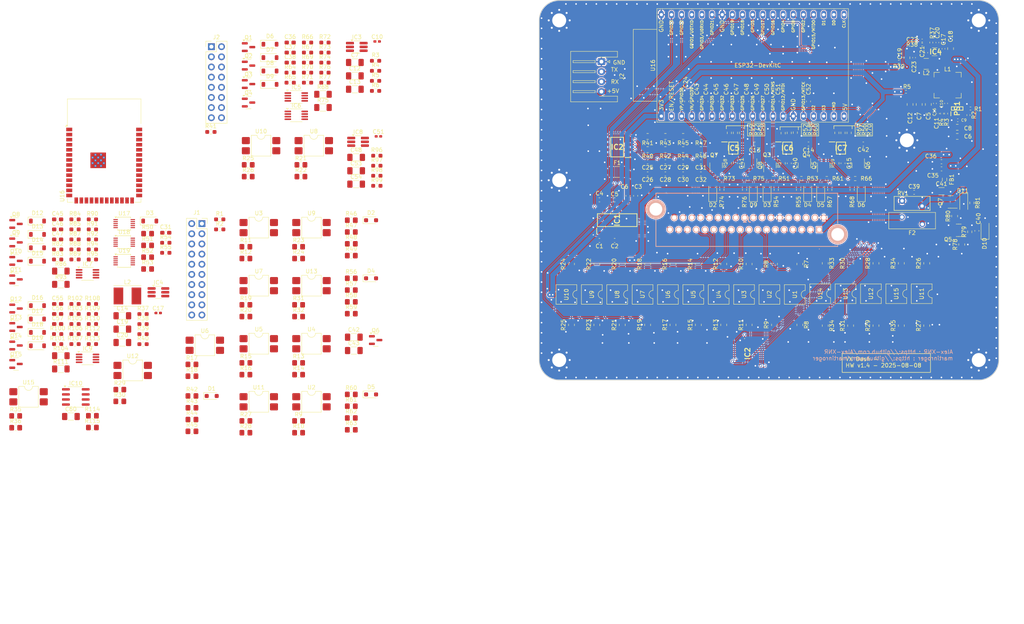
<source format=kicad_pcb>
(kicad_pcb (version 20241229) (generator "pcbnew") (generator_version "9.0")
  (title_block (title "Main PCB") (date "2025-08-08") (rev "1.4") (comment 1 "https://cadlab.io/projects/vxdash") (comment 2 "https://github.com/martinroger/VXDash"))
  (layers (0 "F.Cu" signal "Top") (2 "B.Cu" signal "Bottom") (13 "F.Paste" user) (15 "B.Paste" user) (5 "F.SilkS" user "F.Silkscreen") (7 "B.SilkS" user "B.Silkscreen") (1 "F.Mask" user) (3 "B.Mask" user) (25 "Edge.Cuts" user))
  (net 0 "")
  (net 1 "rpm")
  (net 2 "GND")
  (net 3 "RPM_HALL")
  (net 4 "speed")
  (net 5 "SPEED_HALL")
  (net 6 "PROTECTED_12V+")
  (net 7 "Net-(PS1-BST)")
  (net 8 "CONV_5V+")
  (net 9 "Net-(IC4-VCC)")
  (net 10 "Net-(IC4-BST)")
  (net 11 "Net-(IC4-SW)")
  (net 12 "Net-(IC4-FB)")
  (net 13 "AnalogV_1")
  (net 14 "AnalogV_2")
  (net 15 "AnalogV_3")
  (net 16 "AnalogV_4")
  (net 17 "AnalogR_1")
  (net 18 "sensor_R_1")
  (net 19 "AnalogR_2")
  (net 20 "sensor_R_2")
  (net 21 "AnalogR_3")
  (net 22 "sensor_R_3")
  (net 23 "AnalogR_4")
  (net 24 "sensor_R_4")
  (net 25 "FUEL_LVL_Rsense")
  (net 26 "fuel_level")
  (net 27 "AnalogKR_1")
  (net 28 "sensor_KR_1")
  (net 29 "WATER_T_Rsense")
  (net 30 "water_T")
  (net 34 "backlight")
  (net 37 "REG_3.3V+")
  (net 40 "/rpm")
  (net 41 "alternator")
  (net 42 "parking")
  (net 43 "immobilizer")
  (net 44 "door")
  (net 45 "S3")
  (net 46 "right_turn")
  (net 47 "left_turn")
  (net 48 "button")
  (net 49 "S2")
  (net 50 "S1")
  (net 51 "S0")
  (net 52 "brakes")
  (net 53 "coolant")
  (net 54 "full_beams")
  (net 55 "BCKLIGHT_ActHI")
  (net 56 "ignition")
  (net 57 "abs")
  (net 58 "airbag")
  (net 59 "oil")
  (net 60 "COM")
  (net 62 "/ESP32/TX1")
  (net 63 "/ESP32/RX1")
  (net 64 "5V_SENSOR")
  (net 65 "R_TURN_ActHI")
  (net 66 "L_TURN_ActHI")
  (net 67 "FBEAMS_ActHI")
  (net 68 "IGNITION_ActHI")
  (net 69 "ABS_ActLO")
  (net 70 "DOOR_ActLO")
  (net 71 "COOLANT_ActLO")
  (net 72 "BTN_ActLO")
  (net 73 "IMMO_ActLO")
  (net 74 "AIRBAG_ActLO")
  (net 75 "OIL_ALRM_ActLO")
  (net 76 "PARK_ActLO")
  (net 77 "BRAKE_ActLO")
  (net 78 "ALTERN_ActLO")
  (net 79 "BATT12V+")
  (net 80 "Net-(R8-Pad2)")
  (net 81 "Net-(R10-Pad2)")
  (net 82 "Net-(R12-Pad2)")
  (net 83 "Net-(R14-Pad2)")
  (net 84 "Net-(R16-Pad2)")
  (net 85 "Net-(R18-Pad2)")
  (net 86 "Net-(R20-Pad2)")
  (net 87 "Net-(R22-Pad2)")
  (net 88 "Net-(R24-Pad2)")
  (net 89 "Net-(R26-Pad2)")
  (net 90 "Net-(R28-Pad2)")
  (net 91 "Net-(R30-Pad2)")
  (net 92 "Net-(R34-Pad2)")
  (net 93 "sensor_V_1")
  (net 94 "sensor_V_2")
  (net 95 "sensor_V_3")
  (net 96 "sensor_V_4")
  (net 105 "/ESP32/ADC_2")
  (net 114 "WATER_T_PWM")
  (net 115 "Net-(Q1-D)")
  (net 116 "/12V_to_5V_AP63200WU-7/5V_REG_OUT")
  (net 117 "/12V_to_5V_AP63200WU-7/5V_SW")
  (net 118 "/12V_to_5V_AP63200WU-7/5V_FB")
  (net 119 "/12V_to_5V_AP63200WU-7/5V_EN")
  (net 120 "Net-(D2-A)")
  (net 121 "Net-(D3-A)")
  (net 122 "Net-(D4-A)")
  (net 123 "Net-(D5-A)")
  (net 124 "Net-(D6-A)")
  (net 125 "Net-(D9-A)")
  (net 126 "Net-(C19-Pad1)")
  (net 127 "/Rsensing_Pair2/Rset_1")
  (net 128 "/Rsensing_Pair2/Rset_2")
  (net 129 "/Rsensing_Pair3/Rset_1")
  (net 130 "/Rsensing_Pair3/Rset_2")
  (net 131 "/Rsensing_Pair1/Rset_1")
  (net 132 "/Rsensing_Pair1/Rset_2")
  (net 133 "Net-(IC7-+IN_A)")
  (net 134 "Net-(IC6-+IN_A)")
  (net 135 "Net-(IC5-+IN_A)")
  (net 136 "Net-(IC5-OUT_B)")
  (net 137 "Net-(IC5-OUT_A)")
  (net 138 "Net-(IC6-OUT_B)")
  (net 139 "Net-(IC6-OUT_A)")
  (net 140 "Net-(IC7-OUT_B)")
  (net 141 "Net-(IC7-OUT_A)")
  (net 142 "/speed")
  (net 143 "/water_T")
  (net 144 "Protected_12V")
  (net 145 "+5V_1")
  (net 146 "Net-(IC3-FB)")
  (net 147 "+3V3")
  (net 148 "/ANALOGUE/v_ref")
  (net 149 "/ANALOGUE/r_adc_1")
  (net 150 "/ANALOGUE/r_adc_2")
  (net 151 "/POWER INPUT/Power_Fused")
  (net 152 "Net-(D10-K)")
  (net 153 "/POWER INPUT/Power_Pre-Filter")
  (net 154 "/ANALOGUE/r_adc_3")
  (net 155 "/ANALOGUE/r_adc_4")
  (net 156 "+5V_2")
  (net 157 "Net-(IC8-FB)")
  (net 158 "/ANALOGUE/r_adc_5")
  (net 159 "/ANALOGUE/r_adc_6")
  (net 160 "Net-(D1-A1)")
  (net 161 "Net-(D2-A1)")
  (net 162 "Net-(D3-K)")
  (net 163 "Net-(D4-A1)")
  (net 164 "Net-(D5-A1)")
  (net 165 "Net-(D8-A)")
  (net 166 "Net-(D11-K)")
  (net 167 "Net-(D11-A)")
  (net 168 "Net-(D12-A)")
  (net 169 "Net-(D14-A)")
  (net 170 "AnalogR_5")
  (net 171 "Net-(D16-A)")
  (net 172 "Net-(D18-A)")
  (net 173 "/airbag")
  (net 174 "/abs")
  (net 175 "/S3")
  (net 177 "/oil")
  (net 178 "/brakes")
  (net 179 "/parking")
  (net 180 "/ignition")
  (net 181 "/button")
  (net 182 "/coolant")
  (net 183 "/S2")
  (net 184 "/right_turn")
  (net 185 "/full_beams")
  (net 186 "/immobilizer")
  (net 187 "/door")
  (net 188 "/backlight")
  (net 190 "/S0")
  (net 191 "/left_turn")
  (net 192 "/alternator")
  (net 193 "/COM")
  (net 194 "/S1")
  (net 195 "Net-(IC3-EN)")
  (net 196 "Net-(IC3-BST)")
  (net 197 "Net-(IC3-SW)")
  (net 198 "Net-(IC4-EN)")
  (net 199 "Net-(IC5-Pad1)")
  (net 200 "Net-(IC5A-+)")
  (net 201 "Net-(IC6-Pad1)")
  (net 202 "Net-(IC6A-+)")
  (net 205 "Net-(IC7B-+)")
  (net 206 "Net-(IC7A-+)")
  (net 207 "Net-(IC7-Pad7)")
  (net 208 "Net-(IC7-Pad1)")
  (net 209 "Net-(IC8-BST)")
  (net 210 "Net-(IC8-SW)")
  (net 211 "Net-(IC8-EN)")
  (net 212 "Net-(IC9B-+)")
  (net 213 "Net-(IC9-Pad7)")
  (net 214 "Net-(IC9-Pad1)")
  (net 215 "Net-(IC9A-+)")
  (net 216 "/CAN XCVR/CAN_H")
  (net 217 "/CAN XCVR/TXD")
  (net 218 "/CAN XCVR/CAN_L")
  (net 219 "/CAN XCVR/RXD")
  (net 238 "Net-(Q1-S)")
  (net 239 "Net-(Q1-G)")
  (net 240 "Net-(Q2-G)")
  (net 241 "Net-(Q3-D)")
  (net 242 "Net-(Q3-S)")
  (net 243 "Net-(Q3-G)")
  (net 244 "Net-(Q4-G)")
  (net 245 "Net-(Q5-D)")
  (net 246 "Net-(Q8-G)")
  (net 247 "Net-(Q8-S)")
  (net 248 "Net-(Q8-D)")
  (net 249 "Net-(Q9-G)")
  (net 250 "Net-(Q10-D)")
  (net 251 "Net-(Q10-S)")
  (net 252 "Net-(Q10-G)")
  (net 253 "Net-(Q11-G)")
  (net 254 "Net-(Q12-G)")
  (net 255 "Net-(Q12-S)")
  (net 256 "Net-(Q12-D)")
  (net 257 "Net-(Q13-G)")
  (net 258 "Net-(Q14-G)")
  (net 259 "Net-(Q14-S)")
  (net 260 "Net-(Q14-D)")
  (net 261 "Net-(Q15-G)")
  (net 262 "/ADC_SDA")
  (net 263 "/ADC_SDL")
  (net 264 "/5V_SMPS_1/5V_en")
  (net 265 "Net-(R7-Pad2)")
  (net 266 "Net-(R9-Pad2)")
  (net 267 "Net-(R11-Pad2)")
  (net 268 "Net-(R13-Pad2)")
  (net 269 "Net-(R15-Pad2)")
  (net 270 "Net-(R17-Pad2)")
  (net 271 "Net-(R19-Pad2)")
  (net 272 "Net-(R21-Pad2)")
  (net 273 "Net-(R23-Pad2)")
  (net 274 "Net-(R25-Pad2)")
  (net 275 "Net-(R27-Pad2)")
  (net 276 "H_BEAM_ActHI")
  (net 277 "Net-(R29-Pad2)")
  (net 278 "L_BEAM_ActHI")
  (net 279 "Net-(R31-Pad2)")
  (net 280 "Net-(R33-Pad2)")
  (net 281 "R_TURN_ActLO")
  (net 282 "Net-(R35-Pad2)")
  (net 285 "Net-(R43-Pad2)")
  (net 286 "/ANALOGUE/v_adc_1")
  (net 287 "Net-(R47-Pad2)")
  (net 288 "/ANALOGUE/v_adc_2")
  (net 289 "Net-(R50-Pad1)")
  (net 290 "Net-(U19-AIN2)")
  (net 291 "Net-(R57-Pad2)")
  (net 292 "/ANALOGUE/v_adc_3")
  (net 293 "Net-(R61-Pad2)")
  (net 294 "/ANALOGUE/v_adc_4")
  (net 295 "/ANALOGUE/R_RANGE_1")
  (net 296 "Net-(R69-Pad1)")
  (net 297 "/ANALOGUE/R_RANGE_2")
  (net 298 "Net-(R76-Pad1)")
  (net 299 "/ANALOGUE/R_RANGE_3")
  (net 300 "Net-(R87-Pad1)")
  (net 301 "/ANALOGUE/R_RANGE_4")
  (net 302 "Net-(R94-Pad1)")
  (net 303 "/5V_SMPS_2/5V_en")
  (net 304 "/ANALOGUE/R_RANGE_5")
  (net 305 "Net-(R105-Pad1)")
  (net 306 "/ANALOGUE/R_RANGE_6")
  (net 307 "Net-(R112-Pad1)")
  (net 308 "Net-(C61-Pad1)")
  (net 323 "/ESP32/UART0_TX")
  (net 336 "/ESP32/UART0_RX")
  (footprint "Resistor_SMD:R_0805_2012Metric_Pad1.20x1.40mm_HandSolder" (layer "F.Cu") (at 52.9725 118.395)
    (property "Reference" "R59")
    (property "Value" "1K")
  )
  (footprint "Resistor_SMD:R_0603_1608Metric_Pad0.98x0.95mm_HandSolder" (layer "F.Cu") (at 59.0425 55.115)
    (property "Reference" "R3")
    (property "Value" "1k")
  )
  (footprint "Resistor_SMD:R_0805_2012Metric" (layer "F.Cu") (at 131.572 74.041 180)
    (property "Reference" "R43")
    (property "Value" "2K")
  )
  (footprint "Package_DIP:SMDIP-4_W7.62mm" (layer "F.Cu") (at 29.8125 125.915)
    (property "Reference" "U5")
    (property "Value" "~")
  )
  (footprint "Resistor_SMD:R_0603_1608Metric_Pad0.98x0.95mm_HandSolder" (layer "F.Cu") (at 0.8525 118.495)
    (property "Reference" "R37")
    (property "Value" "820k")
  )
  (footprint "Inductor_SMD:L_1210_3225Metric" (layer "F.Cu") (at 196.85 55.88 180)
    (property "Reference" "L2")
    (property "Value" "SRP3212A-3R3M")
  )
  (footprint "Package_TO_SOT_SMD:SOT-23" (layer "F.Cu") (at -30.9375 105.19)
    (property "Reference" "Q10")
    (property "Value" "DMP3099L")
  )
  (footprint "Package_TO_SOT_SMD:SOT-23" (layer "F.Cu") (at -30.9375 100.565)
    (property "Reference" "Q9")
    (property "Value" "DMP3099L")
  )
  (footprint "MountingHole:MountingHole_3.5mm_Pad_Via" (layer "F.Cu") (at 192 75)
    (property "Reference" "MTH3" (hide yes))
    (property "Value" "MountingHole_3.5mm_Pad_Via")
  )
  (footprint "Resistor_SMD:R_0805_2012Metric_Pad1.20x1.40mm_HandSolder" (layer "F.Cu") (at 39.7825 104.595)
    (property "Reference" "R24")
    (property "Value" "10k")
  )
  (footprint "Resistor_SMD:R_1206_3216Metric_Pad1.30x1.75mm_HandSolder" (layer "F.Cu") (at 45.8825 66.805)
    (property "Reference" "R75")
    (property "Value" "1k")
  )
  (footprint "Package_TO_SOT_SMD:TSOT-23-6_HandSoldering" (layer "F.Cu") (at 54.3425 51.64)
    (property "Reference" "IC3")
    (property "Value" "AP62200")
  )
  (footprint "Resistor_SMD:R_0603_1608Metric_Pad0.98x0.95mm_HandSolder" (layer "F.Cu") (at 17.8325 72.915)
    (property "Reference" "R41")
    (property "Value" "1k")
  )
  (footprint "Capacitor_SMD:C_0603_1608Metric" (layer "F.Cu") (at 140.462 80.391 180)
    (property "Reference" "C31")
    (property "Value" "0.1uF 50V")
  )
  (footprint "Resistor_SMD:R_0805_2012Metric_Pad1.20x1.40mm_HandSolder" (layer "F.Cu") (at 1.9925 101.315)
    (property "Reference" "R51")
    (property "Value" "100R")
  )
  (footprint "Resistor_SMD:R_0805_2012Metric" (layer "F.Cu") (at 127.127 121.20975 -90)
    (property "Reference" "R19")
    (property "Value" "1K")
  )
  (footprint "Package_SO:MSOP-8_3x3mm_P0.65mm" (layer "F.Cu") (at -13.0375 108.415)
    (property "Reference" "IC7")
    (property "Value" "AS2333_OpAmp")
  )
  (footprint "Resistor_SMD:R_0805_2012Metric" (layer "F.Cu") (at 114.427 105.96975 -90)
    (property "Reference" "R22")
    (property "Value" "1K")
  )
  (footprint "Resistor_SMD:R_0603_1608Metric" (layer "F.Cu") (at 161.036 80.772 -90)
    (property "Reference" "R57")
    (property "Value" "330k")
  )
  (footprint "Capacitor_SMD:C_0603_1608Metric" (layer "F.Cu") (at 141.732 65.278 90)
    (property "Reference" "C44")
    (property "Value" "0.1uF 50V")
  )
  (footprint "Package_SO:TSSOP-10_3x3mm_P0.5mm" (layer "F.Cu") (at -3.8575 95.865)
    (property "Reference" "U17")
    (property "Value" "ADS1115IDGS")
  )
  (footprint "DIY:MP2322GQHZ" (layer "F.Cu") (at 198.975 52.857 180)
    (property "Reference" "IC4")
    (property "Value" "MP2322GQH-Z" (hide yes))
  )
  (footprint "Capacitor_SMD:C_0603_1608Metric" (layer "F.Cu") (at 200.665 80.39 180)
    (property "Reference" "C36")
    (property "Value" "1uF")
  )
  (footprint "Diode_SMD:D_SOD-323_HandSoldering" (layer "F.Cu") (at 57.9175 138.605)
    (property "Reference" "D5")
    (property "Value" "5.5V")
  )
  (footprint "Resistor_SMD:R_0603_1608Metric" (layer "F.Cu") (at 145.72 87.375 -90)
    (property "Reference" "R74")
    (property "Value" "51k")
  )
  (footprint "Resistor_SMD:R_1206_3216Metric_Pad1.30x1.75mm_HandSolder" (layer "F.Cu") (at 45.8825 63.495)
    (property "Reference" "R68")
    (property "Value" "1k")
  )
  (footprint "Resistor_SMD:R_0603_1608Metric_Pad0.98x0.95mm_HandSolder" (layer "F.Cu") (at -16.1675 123.495)
    (property "Reference" "R106")
    (property "Value" "6R8")
  )
  (footprint "Resistor_SMD:R_0603_1608Metric_Pad0.98x0.95mm_HandSolder" (layer "F.Cu") (at 46.3725 55.565)
    (property "Reference" "R74")
    (property "Value" "0R")
  )
  (footprint "Resistor_SMD:R_0603_1608Metric" (layer "F.Cu") (at 165.608 84.581 180)
    (property "Reference" "R53")
    (property "Value" "27k")
  )
  (footprint "Resistor_SMD:R_0805_2012Metric" (layer "F.Cu") (at 146.177 121.20975 -90)
    (property "Reference" "R13")
    (property "Value" "1K")
  )
  (footprint "Resistor_SMD:R_0603_1608Metric_Pad0.98x0.95mm_HandSolder" (layer "F.Cu") (at 42.0225 55.565)
    (property "Reference" "R69")
    (property "Value" "160R")
  )
  (footprint "Resistor_SMD:R_0805_2012Metric_Pad1.20x1.40mm_HandSolder" (layer "F.Cu") (at 39.7825 148.185)
    (property "Reference" "R10")
    (property "Value" "10k")
  )
  (footprint "Package_DIP:SMDIP-4_W7.62mm" (layer "F.Cu") (at 43.0025 111.385)
    (property "Reference" "U13")
    (property "Value" "~")
  )
  (footprint "Resistor_SMD:R_0603_1608Metric" (layer "F.Cu") (at 159.309 87.375 -90)
    (property "Reference" "R54")
    (property "Value" "51k")
  )
  (footprint "Resistor_SMD:R_0805_2012Metric_Pad1.20x1.40mm_HandSolder" (layer "F.Cu") (at 26.5925 116.175)
    (property "Reference" "R19")
    (property "Value" "8k2")
  )
  (footprint "Resistor_SMD:R_0805_2012Metric_Pad1.20x1.40mm_HandSolder" (layer "F.Cu") (at 39.7825 116.175)
    (property "Reference" "R31")
    (property "Value" "8k2")
  )
  (footprint "Capacitor_SMD:C_0603_1608Metric_Pad1.08x0.95mm_HandSolder" (layer "F.Cu") (at -20.5175 120.985)
    (property "Reference" "C57")
    (property "Value" "33n")
  )
  (footprint "Capacitor_SMD:C_0603_1608Metric" (layer "F.Cu") (at 115.062 100.076 180)
    (property "Reference" "C1")
    (property "Value" "100n")
  )
  (footprint "Resistor_SMD:R_0805_2012Metric" (layer "F.Cu") (at 158.877 121.20975 -90)
    (property "Reference" "R9")
    (property "Value" "1K")
  )
  (footprint "Package_TO_SOT_SMD:SOT-23" (layer "F.Cu") (at 59.0625 125)
    (property "Reference" "Q6")
    (property "Value" "PJA3441")
  )
  (footprint "Resistor_SMD:R_0805_2012Metric" (layer "F.Cu") (at 184.276999 121.3885 -90)
    (property "Reference" "R29")
    (property "Value" "1K")
  )
  (footprint "Capacitor_SMD:C_0603_1608Metric" (layer "F.Cu") (at 118.872 100.076 180)
    (property "Reference" "C2")
    (property "Value" "100n")
  )
  (footprint "Resistor_SMD:R_0805_2012Metric_Pad1.20x1.40mm_HandSolder" (layer "F.Cu") (at 39.7825 119.125)
    (property "Reference" "R32")
    (property "Value" "10k")
  )
  (footprint "Resistor_SMD:R_0603_1608Metric_Pad0.98x0.95mm_HandSolder" (layer "F.Cu") (at 42.0225 60.585)
    (property "Reference" "R71")
    (property "Value" "1k")
  )
  (footprint "Resistor_SMD:R_0603_1608Metric_Pad0.98x0.95mm_HandSolder" (layer "F.Cu") (at -16.1675 115.965)
    (property "Reference" "R102")
    (property "Value" "18R")
  )
  (footprint "Resistor_SMD:R_0603_1608Metric" (layer "F.Cu") (at 149.098 73.152 -90)
    (property "Reference" "R72")
    (property "Value" "6k8")
  )
  (footprint "Resistor_SMD:R_0805_2012Metric_Pad1.20x1.40mm_HandSolder" (layer "F.Cu") (at -31.0175 143.985)
    (property "Reference" "R35")
    (property "Value" "8k2")
  )
  (footprint "Resistor_SMD:R_0805_2012Metric_Pad1.20x1.40mm_HandSolder" (layer "F.Cu") (at 52.9725 138.605)
    (property "Reference" "R60")
    (property "Value" "10R")
  )
  (footprint "Resistor_SMD:R_1206_3216Metric_Pad1.30x1.75mm_HandSolder" (layer "F.Cu") (at -19.7175 111.055)
    (property "Reference" "R93")
    (property "Value" "1k")
  )
  (footprint "Capacitor_SMD:C_0603_1608Metric" (layer "F.Cu") (at 136.906 65.278 90)
    (property "Reference" "C24")
    (property "Value" "0.1uF 50V")
  )
  (footprint "Capacitor_SMD:C_0603_1608Metric" (layer "F.Cu") (at 153.924 75.946 180)
    (property "Reference" "C13")
    (property "Value" "0.1uF 50V")
  )
  (footprint "Resistor_SMD:R_0603_1608Metric_Pad0.98x0.95mm_HandSolder" (layer "F.Cu") (at -11.8175 126.005)
    (property "Reference" "R113")
    (property "Value" "6R8")
  )
  (footprint "Capacitor_SMD:C_1206_3216Metric_Pad1.33x1.80mm_HandSolder" (layer "F.Cu") (at -4.3275 122.265)
    (property "Reference" "C19")
    (property "Value" "22u")
  )
  (footprint "Capacitor_SMD:C_0805_2012Metric" (layer "F.Cu") (at 195.09 66.039 -90)
    (property "Reference" "C7")
    (property "Value" "22uF 16V")
  )
  (footprint "Package_TO_SOT_SMD:SOT-23" (layer "F.Cu") (at 204.978 97.536 180)
    (property "Reference" "Q5")
    (property "Value" "2N7002")
  )
  (footprint "Resistor_SMD:R_0805_2012Metric_Pad1.20x1.40mm_HandSolder" (layer "F.Cu") (at 165.227 105.96975 -90)
    (property "Reference" "R7")
    (property "Value" "8k2")
  )
  (footprint "Resistor_SMD:R_0805_2012Metric_Pad1.20x1.40mm_HandSolder" (layer "F.Cu") (at 1.9925 104.265)
    (property "Reference" "R52")
    (property "Value" "1Meg")
  )
  (footprint "Resistor_SMD:R_0603_1608Metric" (layer "F.Cu") (at 144.78 84.582)
    (property "Reference" "R73")
    (property "Value" "27k")
  )
  (footprint "Resistor_SMD:R_0603_1608Metric_Pad0.98x0.95mm_HandSolder" (layer "F.Cu") (at -20.5175 126.005)
    (property "Reference" "R101")
    (property "Value" "1k")
  )
  (footprint "Resistor_SMD:R_0603_1608Metric_Pad0.98x0.95mm_HandSolder" (layer "F.Cu") (at 59.3625 83.885)
    (property "Reference" "R98")
    (property "Value" "43k")
  )
  (footprint "Resistor_SMD:R_0603_1608Metric_Pad0.98x0.95mm_HandSolder" (layer "F.Cu") (at -11.8175 94.795)
    (property "Reference" "R90")
    (property "Value" "1k")
  )
  (footprint "Resistor_SMD:R_0805_2012Metric_Pad1.20x1.40mm_HandSolder" (layer "F.Cu") (at 26.5925 101.645)
    (property "Reference" "R11")
    (property "Value" "8k2")
  )
  (footprint "Package_DIP:SMDIP-4_W7.62mm" (layer "F.Cu") (at 30.3925 76.355)
    (property "Reference" "U10")
    (property "Value" "~")
  )
  (footprint "Resistor_SMD:R_0805_2012Metric" (layer "F.Cu") (at 152.527 105.96975 -90)
    (property "Reference" "R10")
    (property "Value" "1K")
  )
  (footprint "Resistor_SMD:R_0805_2012Metric" (layer "F.Cu") (at 120.777 121.20975 -90)
    (property "Reference" "R21")
    (property "Value" "1K")
  )
  (footprint "Resistor_SMD:R_0402_1005Metric" (layer "F.Cu") (at 195.84 51.054 180)
    (property "Reference" "R38")
    (property "Value" "976K")
  )
  (footprint "Resistor_SMD:R_0805_2012Metric" (layer "F.Cu") (at 131.572 77.343 180)
    (property "Reference" "R42")
    (property "Value" "1K")
  )
  (footprint "Resistor_SMD:R_0603_1608Metric_Pad0.98x0.95mm_HandSolder" (layer "F.Cu") (at 46.3725 53.055)
    (property "Reference" "R73")
    (property "Value" "18R")
  )
  (footprint "Resistor_SMD:R_0805_2012Metric" (layer "F.Cu") (at 136.017 74.041 180)
    (property "Reference" "R45")
    (property "Value" "2K")
  )
  (footprint "Resistor_SMD:R_0805_2012Metric_Pad1.20x1.40mm_HandSolder" (layer "F.Cu") (at 39.7825 133.655)
    (property "Reference" "R14")
    (property "Value" "10k")
  )
  (footprint "Package_DIP:SMDIP-4_W7.62mm" (layer "F.Cu") (at 119.507 113.58975 -90)
    (property "Reference" "U8")
    (property "Value" "SFH617A-2X009T")
  )
  (footprint "Package_TO_SOT_SMD:TSOT-23-6_HandSoldering" (layer "F.Cu") (at 4.7025 113.04)
    (property "Reference" "IC4")
    (property "Value" "AP62200")
  )
  (footprint "Diode_SMD:D_SOD-123" (layer "F.Cu") (at -25.5625 95.215)
    (property "Reference" "D12")
    (property "Value" "BAT54")
  )
  (footprint "Resistor_SMD:R_0805_2012Metric" (layer "F.Cu") (at 133.477 105.96975 -90)
    (property "Reference" "R16")
    (property "Value" "1K")
  )
  (footprint "Resistor_SMD:R_0603_1608Metric_Pad0.98x0.95mm_HandSolder" (layer "F.Cu") (at -16.1675 102.325)
    (property "Reference" "R88")
    (property "Value" "6R8")
  )
  (footprint "Package_TO_SOT_SMD:SOT-23" (layer "F.Cu") (at 144.272 81.28 90)
    (property "Reference" "Q7")
    (property "Value" "DMG2301L")
  )
  (footprint "Resistor_SMD:R_0603_1608Metric_Pad0.98x0.95mm_HandSolder" (layer "F.Cu") (at -20.5175 104.835)
    (property "Reference" "R83")
    (property "Value" "1k")
  )
  (footprint "Resistor_SMD:R_0603_1608Metric" (layer "F.Cu") (at 150.622 73.152 90)
    (property "Reference" "R50")
    (property "Value" "22R")
  )
  (footprint "Resistor_SMD:R_0603_1608Metric_Pad0.98x0.95mm_HandSolder" (layer "F.Cu") (at 42.0225 58.075)
    (property "Reference" "R70")
    (property "Value" "6R8")
  )
  (footprint "Resistor_SMD:R_0805_2012Metric" (layer "F.Cu") (at 114.427 121.20975 -90)
    (property "Reference" "R23")
    (property "Value" "1K")
  )
  (footprint "Resistor_SMD:R_0805_2012Metric_Pad1.20x1.40mm_HandSolder" (layer "F.Cu") (at 13.0925 138.995)
    (property "Reference" "R42")
    (property "Value" "10R")
  )
  (footprint "Resistor_SMD:R_0805_2012Metric_Pad1.20x1.40mm_HandSolder" (layer "F.Cu") (at 26.5925 119.125)
    (property "Reference" "R20")
    (property "Value" "10k")
  )
  (footprint "Resistor_SMD:R_0402_1005Metric" (layer "F.Cu") (at 198.12 50.546 -90)
    (property "Reference" "R37")
    (property "Value" "220K")
  )
  (footprint "Capacitor_SMD:C_0603_1608Metric" (layer "F.Cu") (at 181.102 75.946 180)
    (property "Reference" "C42")
    (property "Value" "0.1uF 50V")
  )
  (footprint "MountingHole:MountingHole_3.5mm_Pad_Via" (layer "F.Cu") (at 105 130)
    (property "Reference" "MTH5" (hide yes))
    (property "Value" "MountingHole_3.5mm_Pad_Via")
  )
  (footprint "Capacitor_SMD:C_0603_1608Metric" (layer "F.Cu") (at 200.678 82.168)
    (property "Reference" "C35")
    (property "Value" "0.1uF 50V")
  )
  (footprint "Package_TO_SOT_SMD:SOT-23" (layer "F.Cu") (at 202.946 90.424 180)
    (property "Reference" "Q7")
    (property "Value" "PJA3441")
  )
  (footprint "Capacitor_SMD:C_0603_1608Metric_Pad1.08x0.95mm_HandSolder" (layer "F.Cu") (at -20.5175 94.795)
    (property "Reference" "C45")
    (property "Value" "100n")
  )
  (footprint "Resistor_SMD:R_0805_2012Metric_Pad1.20x1.40mm_HandSolder" (layer "F.Cu") (at 40.3625 81.145)
    (property "Reference" "R21")
    (property "Value" "8k2")
  )
  (footprint "Resistor_SMD:R_0603_1608Metric_Pad0.98x0.95mm_HandSolder" (layer "F.Cu") (at 0.8525 126.025)
    (property "Reference" "R40")
    (property "Value" "24k")
  )
  (footprint "Resistor_SMD:R_0805_2012Metric" (layer "F.Cu") (at 127.127 74.041 180)
    (property "Reference" "R41")
    (property "Value" "2K")
  )
  (footprint "Resistor_SMD:R_0805_2012Metric_Pad1.20x1.40mm_HandSolder" (layer "F.Cu") (at 13.0925 144.895)
    (property "Reference" "R44")
    (property "Value" "150k")
  )
  (footprint "Package_DIP:SMDIP-4_W7.62mm" (layer "F.Cu") (at 29.8125 140.445)
    (property "Reference" "U11")
    (property "Value" "~")
  )
  (footprint "Package_SO:MSOP-8_3x3mm_P0.65mm" (layer "F.Cu") (at 39.2025 68.765)
    (property "Reference" "IC6")
    (property "Value" "AS2333_OpAmp")
  )
  (footprint "Package_TO_SOT_SMD:SOT-23" (layer "F.Cu") (at 171.196 81.28 90)
    (property "Reference" "Q5")
    (property "Value" "DMG2301L")
  )
  (footprint "Package_DIP:SMDIP-4_W7.62mm" (layer "F.Cu") (at 138.557 113.58975 -90)
    (property "Reference" "U5")
    (property "Value" "SFH617A-2X009T")
  )
  (footprint "Resistor_SMD:R_0805_2012Metric_Pad1.20x1.40mm_HandSolder" (layer "F.Cu") (at -31.0175 146.935)
    (property "Reference" "R36")
    (property "Value" "10k")
  )
  (footprint "Resistor_SMD:R_1206_3216Metric_Pad1.30x1.75mm_HandSolder" (layer "F.Cu") (at -19.7175 128.915)
    (property "Reference" "R104")
    (property "Value" "1k")
  )
  (footprint "Resistor_SMD:R_0603_1608Metric_Pad0.98x0.95mm_HandSolder" (layer "F.Cu") (at 208.28 90.678 -90)
    (property "Reference" "R81")
    (property "Value" "100K")
  )
  (footprint "Fuse:Fuse_1210_3225Metric" (layer "F.Cu") (at 119.507 82.931)
    (property "Reference" "F1")
    (property "Value" "Polyfuse")
  )
  (footprint "Resistor_SMD:R_1206_3216Metric_Pad1.30x1.75mm_HandSolder" (layer "F.Cu") (at -19.7175 107.745)
    (property "Reference" "R86")
    (property "Value" "1k")
  )
  (footprint "MountingHole:MountingHole_3.5mm_Pad_Via" (layer "F.Cu") (at 210 130)
    (property "Reference" "MTH4" (hide yes))
    (property "Value" "MountingHole_3.5mm_Pad_Via")
  )
  (footprint "Resistor_SMD:R_0603_1608Metric_Pad0.98x0.95mm_HandSolder" (layer "F.Cu") (at -16.1675 118.475)
    (property "Reference" "R103")
    (property "Value" "0R")
  )
  (footprint "Capacitor_SMD:C_0603_1608Metric" (layer "F.Cu") (at 144.272 65.278 90)
    (property "Reference" "C45")
    (property "Value" "0.1uF 50V")
  )
  (footprint "Package_SO:TSSOP-10_3x3mm_P0.5mm" (layer "F.Cu") (at -3.8575 105.165)
    (property "Reference" "U19")
    (property "Value" "ADS1115IDGS")
  )
  (footprint "Capacitor_SMD:C_0603_1608Metric" (layer "F.Cu") (at 162.56 80.772 90)
    (property "Reference" "C40")
    (property "Value" "0.1uF 50V")
  )
  (footprint "Resistor_SMD:R_0805_2012Metric_Pad1.20x1.40mm_HandSolder" (layer "F.Cu") (at 27.1725 84.095)
    (property "Reference" "R26")
    (property "Value" "10k")
  )
  (footprint "Resistor_SMD:R_0603_1608Metric" (layer "F.Cu") (at 179.07 84.582 180)
    (property "Reference" "R66")
    (property "Value" "27k")
  )
  (footprint "Diode_SMD:D_SOD-123" (layer "F.Cu") (at 32.6275 54.315)
    (property "Reference" "D7")
    (property "Value" "BAT54")
  )
  (footprint "Diode_SMD:D_SOD-123" (layer "F.Cu") (at -25.5625 119.735)
    (property "Reference" "D17")
    (property "Value" "BAT54")
  )
  (footprint "Resistor_SMD:R_0603_1608Metric_Pad0.98x0.95mm_HandSolder" (layer "F.Cu") (at 59.0425 60.135)
    (property "Reference" "R5")
    (property "Value" "43k")
  )
  (footprint "Capacitor_SMD:C_0805_2012Metric" (layer "F.Cu") (at 202.946 52.07 90)
    (property "Reference" "C18")
    (property "Value" "22uF 16V")
  )
  (footprint "Package_TO_SOT_SMD:SOT-23" (layer "F.Cu") (at -30.9375 126.36)
    (property "Reference" "Q14")
    (property "Value" "DMP3099L")
  )
  (footprint "Resistor_SMD:R_0603_1608Metric" (layer "F.Cu") (at 171.958 84.582)
    (property "Reference" "R61")
    (property "Value" "27k")
  )
  (footprint "Resistor_SMD:R_0805_2012Metric" (layer "F.Cu") (at 108.077 105.96975 -90)
    (property "Reference" "R24")
    (property "Value" "1K")
  )
  (footprint "Resistor_SMD:R_0603_1608Metric_Pad0.98x0.95mm_HandSolder" (layer "F.Cu") (at 59.3625 86.395)
    (property "Reference" "R99")
    (property "Value" "8k2")
  )
  (footprint "Resistor_SMD:R_0603_1608Metric_Pad0.98x0.95mm_HandSolder" (layer "F.Cu") (at -20.5175 102.325)
    (property "Reference" "R82")
    (property "Value" "1k")
  )
  (footprint "Capacitor_SMD:C_0603_1608Metric" (layer "F.Cu") (at 127.127 83.439 180)
    (property "Reference" "C26")
    (property "Value" "0.1uF 50V")
  )
  (footprint "Capacitor_SMD:C_1206_3216Metric_Pad1.33x1.80mm_HandSolder" (layer "F.Cu") (at 53.6025 127.625)
    (property "Reference" "C43")
    (property "Value" "10u")
  )
  (footprint "Resistor_SMD:R_0805_2012Metric" (layer "F.Cu") (at 158.877 105.96975 -90)
    (property "Reference" "R8")
    (property "Value" "1K")
  )
  (footprint "MountingHole:MountingHole_3.5mm_Pad_Via" (layer "F.Cu") (at 105 45)
    (property "Reference" "MTH1" (hide yes))
    (property "Value" "MountingHole_3.5mm_Pad_Via")
  )
  (footprint "DIY:SOT95P280X100-6N" (layer "F.Cu") (at 204.589 67.055 90)
    (property "Reference" "PS1")
    (property "Value" "AP63200WU-7" (hide yes))
  )
  (footprint "Resistor_SMD:R_0805_2012Metric_Pad1.20x1.40mm_HandSolder" (layer "F.Cu") (at -11.8175 143.935)
    (property "Reference" "R114")
    (property "Value" "60R")
  )
  (footprint "Capacitor_SMD:C_0603_1608Metric_Pad1.08x0.95mm_HandSolder" (layer "F.Cu") (at 37.6725 50.545)
    (property "Reference" "C36")
    (property "Value" "100n")
  )
  (footprint "Capacitor_SMD:C_0603_1608Metric" (layer "F.Cu") (at 193.82 88.01)
    (property "Reference" "C39")
    (property "Value" "100n")
  )
  (footprint "Resistor_SMD:R_0805_2012Metric_Pad1.20x1.40mm_HandSolder" (layer "F.Cu") (at 13.0925 147.845)
    (property "Reference" "R45")
    (property "Value" "1K")
  )
  (footprint "Capacitor_SMD:C_0603_1608Metric" (layer "F.Cu") (at 131.572 80.391 180)
    (property "Reference" "C27")
    (property "Value" "0.1uF 50V")
  )
  (footprint "Resistor_SMD:R_0805_2012Metric" (layer "F.Cu") (at 127.127 105.96975 -90)
    (property "Reference" "R18")
    (property "Value" "1K")
  )
  (footprint "Resistor_SMD:R_0402_1005Metric" (layer "F.Cu") (at 189.992 55.372 180)
    (property "Reference" "R39")
    (property "Value" "0R")
  )
  (footprint "Fuse:Fuse_BelFuse_0ZRE0033FF_L11.4mm_W3.8mm" (layer "F.Cu") (at 190.772 94.222)
    (property "Reference" "F2")
    (property "Value" "0ZRB0250FF1E")
  )
  (footprint "Capacitor_SMD:C_0603_1608Metric" (layer "F.Cu") (at 209.532 97.664 -90)
    (property "Reference" "C40")
    (property "Value" "100n")
  )
  (footprint "Resistor_SMD:R_0805_2012Metric_Pad1.20x1.40mm_HandSolder" (layer "F.Cu") (at 52.9725 109.545)
    (property "Reference" "R56")
    (property "Value" "10R")
  )
  (footprint "Diode_SMD:D_SOD-123" (layer "F.Cu") (at -25.5625 101.915)
    (property "Reference" "D14")
    (property "Value" "BAT54")
  )
  (footprint "Package_TO_SOT_SMD:SOT-23" (layer "F.Cu") (at 179.832 81.28 -90)
    (property "Reference" "Q6")
    (property "Value" "DMG2301L")
  )
  (footprint "Package_TO_SOT_SMD:SOT-23" (layer "F.Cu") (at 166.37 81.28 -90)
    (property "Reference" "Q4")
    (property "Value" "DMG2301L")
  )
  (footprint "Resistor_SMD:R_0402_1005Metric" (layer "F.Cu") (at 191.788 62.864 180)
    (property "Reference" "R5")
    (property "Value" "0R")
  )
  (footprint "Inductor_SMD:L_Taiyo-Yuden_NR-50xx_HandSoldering" (layer "F.Cu") (at -3.0575 113.965)
    (property "Reference" "L2")
    (property "Value" "3u3")
  )
  (footprint "Capacitor_SMD:C_0603_1608Metric" (layer "F.Cu") (at 156.972 65.278 90)
    (property "Reference" "C50")
    (property "Value" "0.1uF 50V")
  )
  (footprint "Capacitor_SMD:C_0603_1608Metric" (layer "F.Cu") (at 146.812 65.278 90)
    (property "Reference" "C46")
    (property "Value" "0.1uF 50V")
  )
  (footprint "Resistor_SMD:R_0603_1608Metric" (layer "F.Cu") (at 152.146 84.582 180)
    (property "Reference" "R75")
    (property "Value" "27k")
  )
  (footprint "Resistor_SMD:R_0603_1608Metric_Pad0.98x0.95mm_HandSolder" (layer "F.Cu") (at 207.754 97.918 90)
    (property "Reference" "R79")
    (property "Value" "10k")
  )
  (footprint "Resistor_SMD:R_0805_2012Metric_Pad1.20x1.40mm_HandSolder" (layer "F.Cu") (at 52.9725 100.915)
    (property "Reference" "R48")
    (property "Value" "150k")
  )
  (footprint "Diode_SMD:D_SOD-123F" (layer "F.Cu") (at 153.594 88.137 90)
    (property "Reference" "D9")
    (property "Value" "PMEG3010EH")
  )
  (footprint "RF_Module:ESP32-S3-WROOM-1" (layer "F.Cu") (at -8.8675 77.565)
    (property "Reference" "U16")
    (property "Value" "ESP32-S3-WROOM-1")
  )
  (footprint "Package_DIP:SMDIP-4_W7.62mm" (layer "F.Cu") (at 16.3125 126.305)
    (property "Reference" "U6")
    (property "Value" "~")
  )
  (footprint "Resistor_SMD:R_0603_1608Metric" (layer "F.Cu") (at 164.897 87.375 -90)
    (property "Reference" "R55")
    (property "Value" "51k")
  )
  (footprint "Resistor_SMD:R_0805_2012Metric_Pad1.20x1.40mm_HandSolder" (layer "F.Cu") (at 52.9725 97.965)
    (property "Reference" "R47")
    (property "Value" "100k")
  )
  (footprint "Capacitor_SMD:C_1206_3216Metric_Pad1.33x1.80mm_HandSolder" (layer "F.Cu") (at 200.678 87.756)
    (property "Reference" "C41")
    (property "Value" "10u")
  )
  (footprint "Capacitor_SMD:C_0603_1608Metric" (layer "F.Cu") (at 167.386 75.946 180)
    (property "Reference" "C14")
    (property "Value" "0.1uF 50V")
  )
  (footprint "Resistor_SMD:R_0603_1608Metric_Pad0.98x0.95mm_HandSolder" (layer "F.Cu") (at 0.8525 123.515)
    (property "Reference" "R39")
    (property "Value" "75k")
  )
  (footprint "Capacitor_SMD:C_0603_1608Metric" (layer "F.Cu") (at 149.098 80.772 90)
    (property "Reference" "C41")
    (property "Value" "0.1uF 50V")
  )
  (footprint "DIY:SOP65P490X110-8N" (layer "F.Cu") (at 175.514 76.962)
    (property "Reference" "IC7")
    (property "Value" "AD8542ARMZ-REEL" (hide yes))
  )
  (footprint "Package_DIP:SMDIP-4_W7.62mm" (layer "F.Cu") (at 195.707 113.411 -90)
    (property "Reference" "U11")
    (property "Value" "SFH617A-2X009T")
  )
  (footprint "Capacitor_SMD:C_0805_2012Metric" (layer "F.Cu") (at 204.615 71.754 180)
    (property "Reference" "C8")
    (property "Value" "22uF 16V")
  )
  (footprint "Resistor_SMD:R_0402_1005Metric" (layer "F.Cu") (at 201.821 68.325 -90)
    (property "Reference" "R3")
    (property "Value" "82k")
  )
  (footprint "Resistor_SMD:R_0603_1608Metric_Pad0.98x0.95mm_HandSolder" (layer "F.Cu") (at 37.6725 60.585)
    (property "Reference" "R65")
    (property "Value" "1k")
  )
  (footprint "Package_TO_SOT_SMD:SOT-23" (layer "F.Cu") (at 157.734 81.279 90)
    (property "Reference" "Q3")
    (property "Value" "DMG2301L")
  )
  (footprint "DIY:SOP65P490X110-8N" (layer "F.Cu") (at 148.59 76.961)
    (property "Reference" "IC5")
    (property "Value" "AD8542ARMZ-REEL" (hide yes))
  )
  (footprint "Resistor_SMD:R_0805_2012Metric_Pad1.20x1.40mm_HandSolder" (layer "F.Cu") (at -4.9575 137.395)
    (property "Reference" "R29")
    (property "Value" "8k2")
  )
  (footprint "Capacitor_SMD:C_1206_3216Metric_Pad1.33x1.80mm_HandSolder" (layer "F.Cu") (at 53.8625 58.885)
    (property "Reference" "C12")
    (property "Value" "22u")
  )
  (footprint "Capacitor_SMD:C_0402_1005Metric_Pad0.74x0.62mm_HandSolder" (layer "F.Cu") (at 59.7625 74.025)
    (property "Reference" "C51")
    (property "Value" "22p")
  )
  (footprint "Resistor_SMD:R_0603_1608Metric" (layer "F.Cu") (at 162.56 73.152 -90)
    (property "Reference" "R48")
    (property "Value" "6k8")
  )
  (footprint "Package_DIP:SMDIP-4_W7.62mm" (layer "F.Cu") (at 43.0025 96.855)
    (property "Reference" "U9")
    (property "Value" "~")
  )
  (footprint "Capacitor_SMD:C_0603_1608Metric_Pad1.08x0.95mm_HandSolder" (layer "F.Cu") (at -20.5175 115.965)
    (property "Reference" "C55")
    (property "Value" "100n")
  )
  (footprint "MountingHole:MountingHole_3.5mm_Pad_Via" (layer "F.Cu") (at 210 45)
    (property "Reference" "MTH2" (hide yes))
    (property "Value" "MountingHole_3.5mm_Pad_Via")
  )
  (footprint "Resistor_SMD:R_0805_2012Metric_Pad1.20x1.40mm_HandSolder" (layer "F.Cu") (at 1.9925 107.215)
    (property "Reference" "R53")
    (property "Value" "220k")
  )
  (footprint "Resistor_SMD:R_0603_1608Metric" (layer "F.Cu") (at 161.036 73.215 -90)
    (property "Reference" "R52")
    (property "Value" "22R")
  )
  (footprint "DIY:SOIC127P600X175-16N" (layer "F.Cu") (at 119.507 94.996 90)
    (property "Reference" "IC1")
    (property "Value" "CD74HC4050M96" (hide yes))
  )
  (footprint "Capacitor_SMD:C_0603_1608Metric" (layer "F.Cu") (at 115.062 89.916 180)
    (property "Reference" "C4")
    (property "Value" "100n")
  )
  (footprint "Package_DIP:SMDIP-4_W7.62mm" (layer "F.Cu") (at 113.157 113.58975 -90)
    (property "Reference" "U9")
    (property "Value" "SFH617A-2X009T")
  )
  (footprint "Package_DIP:SMDIP-4_W7.62mm" (layer "F.Cu") (at 151.257 113.58975 -90)
    (property "Reference" "U3")
    (property "Value" "SFH617A-2X009T")
  )
  (footprint "Package_DIP:SMDIP-4_W7.62mm" (layer "F.Cu") (at 106.807 113.58975 -90)
    (property "Reference" "U10")
    (property "Value" "SFH617A-2X009T")
  )
  (footprint "Diode_SMD:D_SOD-123" (layer "F.Cu") (at 32.6275 50.965)
    (property "Reference" "D6")
    (property "Value" "BAT54")
  )
  (footprint "Diode_SMD:D_SOD-323_HandSoldering" (layer "F.Cu") (at 18.0375 138.995)
    (property "Reference" "D1")
    (property "Value" "5.5V")
  )
  (footprint "Package_SO:SOIC-8_3.9x4.9mm_P1.27mm" (layer "F.Cu") (at -15.9775 139.235)
    (property "Reference" "IC10")
    (property "Value" "ATA6561")
  )
  (footprint "Package_TO_SOT_SMD:SOT-23" (layer "F.Cu") (at -30.9375 130.985)
    (property "Reference" "Q15")
    (property "Value" "DMP3099L")
  )
  (footprint "Capacitor_SMD:C_0603_1608Metric" (layer "F.Cu") (at 151.892 65.278 90)
    (property "Reference" "C48")
    (property "Value" "0.1uF 50V")
  )
  (footprint "Capacitor_SMD:C_0402_1005Metric_Pad0.74x0.62mm_HandSolder" (layer "F.Cu") (at 59.4425 50.275)
    (property "Reference" "C10")
    (property "Value" "22p")
  )
  (footprint "Resistor_SMD:R_0603_1608Metric_Pad0.98x0.95mm_HandSolder" (layer "F.Cu") (at -11.8175 123.495)
    (property "Reference" "R112")
    (property "Value" "160R")
  )
  (footprint "Package_DIP:SMDIP-4_W7.62mm" (layer "F.Cu") (at 29.8125 96.855)
    (property "Reference" "U3")
    (property "Value" "~")
  )
  (footprint "Resistor_SMD:R_0805_2012Metric" (layer "F.Cu") (at 146.177 105.96975 -90)
    (property "Reference" "R12")
    (property "Value" "1K")
  )
  (footprint "Capacitor_SMD:C_0603_1608Metric_Pad1.08x0.95mm_HandSolder" (layer "F.Cu") (at -20.5175 97.305)
    (property "Reference" "C46")
    (property "Value" "33n")
  )
  (footprint "Diode_SMD:D_SOD-123" (layer "F.Cu") (at -25.5625 116.385)
    (property "Reference" "D16")
    (property "Value" "BAT54")
  )
  (footprint "Package_DIP:SMDIP-4_W7.62mm" (layer "F.Cu") (at 144.907 113.58975 -90)
    (property "Reference" "U4")
    (property "Value" "SFH617A-2X009T")
  )
  (footprint "Package_SO:TSSOP-10_3x3mm_P0.5mm" (layer "F.Cu") (at -3.8575 100.515)
    (property "Reference" "U18")
    (property "Value" "ADS1115IDGS")
  )
  (footprint "Resistor_SMD:R_0603_1608Metric_Pad0.98x0.95mm_HandSolder" (layer "F.Cu") (at -11.8175 99.815)
    (property "Reference" "R92")
    (property "Value" "0R")
  )
  (footprint "Capacitor_SMD:C_0402_1005Metric" (layer "F.Cu") (at 196.85 53.086 -90)
    (property "Reference" "C21")
    (property "Value" "100nF 50V")
  )
  (footprint "Capacitor_SMD:C_1206_3216Metric_Pad1.33x1.80mm_HandSolder" (layer "F.Cu") (at -4.3275 125.615)
    (property "Reference" "C20")
    (property "Value" "22u")
  )
  (footprint "Resistor_SMD:R_0805_2012Metric" (layer "F.Cu") (at 140.462 77.343 180)
    (property "Reference" "R46")
    (property "Value" "1K")
  )
  (footprint "Diode_SMD:D_SOD-123F" (layer "F.Cu") (at 170.434 88.138 90)
    (property "Reference" "D5")
    (property "Value" "PMEG3010EH")
  )
  (footprint "Package_TO_SOT_SMD:SOT-23" (layer "F.Cu") (at -30.9375 121.735)
    (property "Reference" "Q13")
    (property "Value" "DMP3099L")
  )
  (footprint "Capacitor_SMD:C_0402_1005Metric" (layer "F.Cu") (at 204.742 69.976 180)
    (property "Reference" "C9")
    (property "Value" "100nF 50V")
  )
  (footprint "Resistor_SMD:R_0805_2012Metric_Pad1.20x1.40mm_HandSolder" (layer "F.Cu") (at 26.5925 133.655)
    (property "Reference" "R16")
    (property "Value" "10k")
  )
  (footprint "Resistor_SMD:R_0603_1608Metric_Pad0.98x0.95mm_HandSolder" (layer "F.Cu") (at -11.8175 97.305)
    (property "Reference" "R91")
    (property "Value" "18R")
  )
  (footprint "Resistor_SMD:R_0805_2012Metric_Pad1.20x1.40mm_HandSolder" (layer "F.Cu") (at 39.7825 130.705)
    (property "Reference" "R13")
    (property "Value" "8k2")
  )
  (footprint "Capacitor_SMD:C_0603_1608Metric" (layer "F.Cu") (at 131.572 83.439 180)
    (property "Reference" "C28")
    (property "Value" "0.1uF 50V")
  )
  (footprint "Resistor_SMD:R_0603_1608Metric" (layer "F.Cu") (at 178.308 87.376 -90)
    (property "Reference" "R68")
    (property "Value" "51k")
  )
  (footprint "Package_DIP:SMDIP-4_W7.62mm" (layer "F.Cu") (at 125.857 113.58975 -90)
    (property "Reference" "U7")
    (property "Value" "SFH617A-2X009T")
  )
  (footprint "Package_TO_SOT_SMD:TSOT-23-6_HandSoldering" (layer "F.Cu") (at 54.6625 75.39)
    (property "Reference" "IC8")
    (property "Value" "AP62200")
  )
  (footprint "DIY:74HC4067BQQ100J" (layer "F.Cu") (at 152.146 128.397 -90)
    (property "Reference" "IC2")
    (property "Value" "74HC4067BQ-Q100J" (hide yes))
  )
  (footprint "Resistor_SMD:R_0805_2012Metric" (layer "F.Cu") (at 108.077 121.20975 -90)
    (property "Reference" "R25")
    (property "Value" "1K")
  )
  (footprint "Package_TO_SOT_SMD:SOT-23" (layer "F.Cu") (at -30.9375 117.11)
    (property "Reference" "Q12")
    (property "Value" "DMP3099L")
  )
  (footprint "Capacitor_SMD:C_0805_2012Metric" (layer "F.Cu") (at 192.024 54.356 90)
    (property "Reference" "C19")
    (property "Value" "22uF 16V")
  )
  (footprint "Resistor_SMD:R_0805_2012Metric" (layer "F.Cu") (at 140.462 74.041 180)
    (property "Reference" "R47")
    (property "Value" "2K")
  )
  (footprint "Resistor_SMD:R_0603_1608Metric" (layer "F.Cu") (at 147.574 73.152 -90)
    (property "Reference" "R49")
    (property "Value" "22R")
  )
  (footprint "Resistor_SMD:R_0603_1608Metric_Pad0.98x0.95mm_HandSolder" (layer "F.Cu") (at -16.1675 94.795)
    (property "Reference" "R84")
    (property "Value" "18R")
  )
  (footprint "Resistor_SMD:R_0805_2012Metric_Pad1.20x1.40mm_HandSolder" (layer "F.Cu") (at 203.962 93.98 90)
    (property "Reference" "R80")
    (property "Value" "10k")
  )
  (footprint "Resistor_SMD:R_0603_1608Metric_Pad0.98x0.95mm_HandSolder" (layer "F.Cu") (at 20.0425 97.305)
    (property "Reference" "R2")
    (property "Value" "4k7")
  )
  (footprint "Capacitor_SMD:C_0603_1608Metric" (layer "F.Cu") (at 154.432 65.278 90)
    (property "Reference" "C49")
    (property "Value" "0.1uF 50V")
  )
  (footprint "Resistor_SMD:R_0805_2012Metric" (layer "F.Cu") (at 127.127 77.343 180)
    (property "Reference" "R40")
    (property "Value" "1K")
  )
  (footprint "Resistor_SMD:R_0805_2012Metric_Pad1.20x1.40mm_HandSolder" (layer "F.Cu") (at 13.0925 134.045)
    (property "Reference" "R18")
    (property "Value" "10k")
  )
  (footprint "Resistor_SMD:R_0805_2012Metric_Pad1.20x1.40mm_HandSolder" (layer "F.Cu") (at 52.9725 144.505)
    (property "Reference" "R62")
    (property "Value" "150k")
  )
  (footprint "Resistor_SMD:R_0805_2012Metric" (layer "F.Cu") (at 136.017 77.343 180)
    (property "Reference" "R44")
    (property "Value" "1K")
  )
  (footprint "Resistor_SMD:R_0805_2012Metric" (layer "F.Cu") (at 120.777 105.96975 -90)
    (property "Reference" "R20")
    (property "Value" "1K")
  )
  (footprint "Capacitor_SMD:C_1206_3216Metric_Pad1.33x1.80mm_HandSolder" (layer "F.Cu") (at -17.1975 144.135)
    (property "Reference" "C60")
    (property "Value" "22u")
  )
  (footprint "Resistor_SMD:R_0603_1608Metric_Pad0.98x0.95mm_HandSolder" (layer "F.Cu") (at -16.1675 120.985)
    (property "Reference" "R105")
    (property "Value" "160R")
  )
  (footprint "Capacitor_SMD:C_0603_1608Metric_Pad1.08x0.95mm_HandSolder" (layer "F.Cu") (at 37.6725 55.565)
    (property "Reference" "C38")
    (property "Value" "33n")
  )
  (footprint "Resistor_SMD:R_0805_2012Metric_Pad1.20x1.40mm_HandSolder" (layer "F.Cu") (at 52.9725 112.495)
    (property "Reference" "R57")
    (property "Value" "100k")
  )
  (footprint "Resistor_SMD:R_0805_2012Metric_Pad1.20x1.40mm_HandSolder" (layer "F.Cu") (at 26.5925 130.705)
    (property "Reference" "R15")
    (property "Value" "8k2")
  )
  (footprint "Resistor_SMD:R_0805_2012Metric_Pad1.20x1.40mm_HandSolder" (layer "F.Cu") (at 27.1725 81.145)
    (property "Reference" "R25")
    (property "Value" "8k2")
  )
  (footprint "Diode_SMD:D_SOD-123" (layer "F.Cu") (at 32.6275 61.015)
    (property "Reference" "D9")
    (property "Value" "BAT54")
  )
  (footprint "Resistor_SMD:R_0603_1608Metric" (layer "F.Cu") (at 172.72 87.376 -90)
    (property "Reference" "R67")
    (property "Value" "51k")
  )
  (footprint "Package_DIP:SMDIP-4_W7.62mm" (layer "F.Cu") (at 183.007 113.411 -90)
    (property "Reference" "U12")
    (property "Value" "SFH617A-2X009T")
  )
  (footprint "Inductor_SMD:L_0805_2012Metric" (layer "F.Cu") (at 201.44 84.835 90)
    (property "Reference" "FB1")
    (property "Value" "120R@100MHz")
  )
  (footprint "Resistor_SMD:R_0805_2012Metric" (layer "F.Cu") (at 177.926999 121.3885 -90)
    (property "Reference" "R31")
    (property "Value" "1K")
  )
  (footprint "Diode_SMD:D_SOD-123" (layer "F.Cu") (at -25.5625 105.265)
    (property "Reference" "D15")
    (property "Value" "BAT54")
  )
  (footprint "Resistor_SMD:R_0805_2012Metric_Pad1.20x1.40mm_HandSolder" (layer "F.Cu") (at 52.9725 95.015)
    (property "Reference" "R46")
    (property "Value" "10R")
  )
  (footprint "Diode_SMD:D_SOD-123" (layer "F.Cu") (at 2.5375 95.215)
    (property "Reference" "D3")
    (property "Value" "18V")
  )
  (footprint "Resistor_SMD:R_0805_2012Metric" (layer "F.Cu") (at 190.627 105.791 -90)
    (property "Reference" "R34")
    (property "Value" "1K")
  )
  (footprint "Resistor_SMD:R_0805_2012Metric_Pad1.20x1.40mm_HandSolder" (layer "F.Cu") (at 52.9725 141.555)
    (property "Reference" "R61")
    (property "Value" "100k")
  )
  (footprint "Capacitor_SMD:C_0603_1608Metric" (layer "F.Cu") (at 136.017 83.439 180)
    (property "Reference" "C30")
    (property "Value" "0.1uF 50V")
  )
  (footprint "Resistor_SMD:R_0402_1005Metric" (layer "F.Cu") (at 200.805 68.325 90)
    (property "Reference" "R4")
    (property "Value" "430k")
  )
  (footprint "Resistor_SMD:R_0805_2012Metric_Pad1.20x1.40mm_HandSolder" (layer "F.Cu") (at 52.9725 115.445)
    (property "Reference" "R58")
    (property "Value" "150k")
  )
  (footprint "Resistor_SMD:R_0402_1005Metric" (layer "F.Cu") (at 207.409 68.706 90)
    (property "Reference" "R2")
    (property "Value" "470k")
  )
  (footprint "Package_TO_SOT_SMD:SOT-23" (layer "F.Cu") (at -30.9375 109.815)
    (property "Reference" "Q11")
    (property "Value" "DMP3099L")
  )
  (footprint "Resistor_SMD:R_0805_2012Metric_Pad1.20x1.40mm_HandSolder" (layer "F.Cu") (at 39.7825 101.645)
    (property "Reference" "R23")
    (property "Value" "8k2")
  )
  (footprint "Diode_SMD:D_SOD-123" (layer "F.Cu") (at -25.5625 98.565)
    (property "Reference" "D13")
    (property "Value" "BAT54")
  )
  (footprint "Resistor_SMD:R_0603_1608Metric_Pad0.98x0.95mm_HandSolder" (layer "F.Cu") (at 59.3625 78.865)
    (property "Reference" "R96")
    (property "Value" "1k")
  )
  (footprint "Capacitor_SMD:C_0402_1005Metric" (layer "F.Cu") (at 199.789 68.325 90)
    (property "Reference" "C11")
    (property "Value" "100pF")
  )
  (footprint "Diode_SMD:D_SOD-323_HandSoldering" (layer "F.Cu") (at 57.9175 109.545)
    (property "Reference" "D4")
    (property "Value" "5.5V")
  )
  (footprint "Capacitor_SMD:C_0603_1608Metric" (layer "F.Cu") (at 176.022 80.772 90)
    (property "Reference" "C15")
    (property "Value" "0.1uF 50V")
  )
  (footprint "Resistor_SMD:R_0805_2012Metric_Pad1.20x1.40mm_HandSolder" (layer "F.Cu") (at 52.9725 103.865)
    (property "Reference" "R49")
    (property "Value" "1K")
  )
  (footprint "Diode_SMD:D_SOD-123" (layer "F.Cu") (at 206.248 90.678 -90)
    (property "Reference" "D11")
    (property "Value" "18V")
  )
  (footprint "Capacitor_SMD:C_1206_3216Metric_Pad1.33x1.80mm_HandSolder" (layer "F.Cu") (at 54.1825 82.635)
    (property "Reference" "C53")
    (property "Value" "22u")
  )
  (footprint "Resistor_SMD:R_1206_3216Metric_Pad1.30x1.75mm_HandSolder" (layer "F.Cu") (at -19.7175 132.225)
    (property "Reference" "R111")
    (property "Value" "1k")
  )
  (footprint "Resistor_SMD:R_0603_1608Metric_Pad0.98x0.95mm_HandSolder" (layer "F.Cu") (at 59.0425 57.625)
    (property "Reference" "R4")
    (property "Value" "100k")
  )
  (footprint "Capacitor_SMD:C_0603_1608Metric" (layer "F.Cu") (at 149.352 65.291 90)
    (property "Reference" "C47")
    (property "Value" "0.1uF 50V")
  )
  (footprint "Resistor_SMD:R_0805_2012Metric" (layer "F.Cu") (at 196.976999 121.3885 -90)
    (property "Reference" "R27")
    (property "Value" "1K")
  )
  (footprint "Package_DIP:SMDIP-4_W7.62mm" (layer "F.Cu") (at 163.957 113.58975 -90)
    (property "Reference" "U1")
    (property "Value" "~")
  )
  (footprint "Resistor_SMD:R_0603_1608Metric_Pad0.98x0.95mm_HandSolder" (layer "F.Cu") (at 20.0425 94.795)
    (property "Reference" "R1")
    (property "Value" "4k7")
  )
  (footprint "Resistor_SMD:R_0603_1608Metric" (layer "F.Cu") (at 151.384 87.375 -90)
    (property "Reference" "R76")
    (property "Value" "51k")
  )
  (footprint "Package_SO:MSOP-8_3x3mm_P0.65mm" (layer "F.Cu") (at -13.0375 129.585)
    (property "Reference" "IC9")
    (property "Value" "AS2333_OpAmp")
  )
  (footprint "Capacitor_SMD:C_0603_1608Metric_Pad1.08x0.95mm_HandSolder" (layer "F.Cu") (at 37.6725 53.055)
    (property "Reference" "C37")
    (property "Value" "33n")
  )
  (footprint "Resistor_SMD:R_0603_1608Metric" (layer "F.Cu") (at 147.574 80.772 -90)
    (property "Reference" "R58")
    (property "Value" "330k")
  )
  (footprint "Package_DIP:SMDIP-4_W7.62mm" (layer "F.Cu") (at 43.5825 76.355)
    (property "Reference" "U8")
    (property "Value" "~")
  )
  (footprint "Resistor_SMD:R_0603_1608Metric_Pad0.98x0.95mm_HandSolder" (layer "F.Cu") (at -11.8175 115.965)
    (property "Reference" "R108")
    (property "Value" "1k")
  )
  (footprint "Package_DIP:SMDIP-4_W7.62mm" (layer "F.Cu") (at 189.357 113.411 -90)
    (property "Reference" "U15")
    (property "Value" "SFH617A-2X009T")
  )
  (footprint "Connector_JST:JST_XH_S4B-XH-A-1_1x04_P2.50mm_Horizontal" (layer "F.Cu") (at 115.57 55.325 -90)
    (property "Reference" "J2")
    (property "Value" "Conn_01x04_Socket")
  )
  (footprint "Package_DIP:SMDIP-4_W7.62mm" (layer "F.Cu") (at 43.0025 140.445)
    (property "Reference" "U2")
    (property "Value" "~")
  )
  (footprint "Resistor_SMD:R_0805_2012Metric_Pad1.20x1.40mm_HandSolder" (layer "F.Cu") (at 39.7825 145.235)
    (property "Reference" "R9")
    (property "Value" "8k2")
  )
  (footprint "Resistor_SMD:R_0603_1608Metric_Pad0.98x0.95mm_HandSolder" (layer "F.Cu") (at 59.0425 62.645)
    (property "Reference" "R6")
    (property "Value" "8k2")
  )
  (footprint "Capacitor_SMD:C_0402_1005Metric" (layer "F.Cu") (at 195.834 50.038 180)
    (property "Reference" "C22")
    (property "Value" "22pF")
  )
  (footprint "Resistor_SMD:R_0805_2012Metric_Pad1.20x1.40mm_HandSolder" (layer "F.Cu") (at 205.74 101.092 90)
    (property "Reference" "R78")
    (property "Value" "30k")
  )
  (footprint "Resistor_SMD:R_0805_2012Metric_Pad1.20x1.40mm_HandSolder" (layer "F.Cu") (at 13.0925 141.945)
    (property "Reference" "R43")
    (property "Value" "100k")
  )
  (footprint "Capacitor_SMD:C_0603_1608Metric" (layer "F.Cu") (at 140.462 83.439 180)
    (property "Reference" "C32")
    (property "Value" "0.1uF 50V")
  )
  (footprint "Resistor_SMD:R_0603_1608Metric_Pad0.98x0.95mm_HandSolder" (layer "F.Cu") (at -16.1675 126.005)
    (property "Reference" "R107")
    (property "Value" "1k")
  )
  (footprint "Resistor_SMD:R_0603_1608Metric" (layer "F.Cu") (at 176.022 73.152 -90)
    (property "Reference" "R56")
    (property "Value" "6k8")
  )
  (footprint "Diode_SMD:D_SOD-123" (layer "F.Cu") (at -25.5625 123.085)
    (property "Reference" "D18")
    (property "Value" "BAT54")
  )
  (footprint "Resistor_SMD:R_0603_1608Metric_Pad0.98x0.95mm_HandSolder" (layer "F.Cu") (at -16.1675 104.835)
    (property "Reference" "R89")
    (property "Value" "1k")
  )
  (footprint "Resistor_SMD:R_0805_2012Metric_Pad1.20x1.40mm_HandSolder" (layer "F.Cu") (at 13.0925 131.095)
    (property "Reference" "R17")
    (property "Value" "8k2")
  )
  (footprint "Resistor_SMD:R_0603_1608Metric_Pad0.98x0.95mm_HandSolder" (layer "F.Cu") (at -11.8175 104.835)
    (property "Reference" "R95")
    (property "Value" "6R8")
  )
  (footprint "Resistor_SMD:R_0603_1608Metric_Pad0.98x0.95mm_HandSolder" (layer "F.Cu") (at 59.3625 81.375)
    (property "Reference" "R97")
    (property "Value" "100k")
  )
  (footprint "Package_TO_SOT_SMD:SOT-23" (layer "F.Cu") (at 27.2525 56.315)
    (property "Reference" "Q2")
    (property "Value" "DMP3099L")
  )
  (footprint "Package_DIP:SMDIP-4_W7.62mm" (layer "F.Cu") (at -1.7375 132.605)
    (property "Reference" "U12")
    (property "Value" "~")
  )
  (footprint "Capacitor_SMD:C_0603_1608Metric_Pad1.08x0.95mm_HandSolder" (layer "F.Cu") (at -20.5175 118.475)
    (property "Reference" "C56")
    (property "Value" "33n")
  )
  (footprint "Resistor_SMD:R_0603_1608Metric_Pad0.98x0.95mm_HandSolder" (layer "F.Cu") (at 6.5425 100.655)
    (property "Reference" "R54")
    (property "Value" "39k")
  )
  (footprint "Diode_SMD:D_SOD-123" (layer "F.Cu") (at 211.564 97.41 90)
    (property "Reference" "D10")
    (property "Value" "18V")
  )
  (footprint "Resistor_SMD:R_0603_1608Metric_Pad0.98x0.95mm_HandSolder" (layer "F.Cu") (at 0.8525 121.005)
    (property "Reference" "R38")
    (property "Value" "120k")
  )
  (footprint "Capacitor_SMD:C_0402_1005Metric" (layer "F.Cu") (at 199.027 65.785 -90)
    (property "Reference" "C16")
    (property "Value" "100nF 50V")
  )
  (footprint "Capacitor_SMD:C_0402_1005Metric" (layer "F.Cu") (at 193.802 54.328 -90)
    (property "Reference" "C23")
    (property "Value" "100nF 50V")
  )
  (footprint "DIY:SOP65P490X110-8N" (layer "F.Cu") (at 162.103 76.961)
    (property "Reference" "IC6")
    (property "Value" "AD8542ARMZ-REEL" (hide yes))
  )
  (footprint "Resistor_SMD:R_0805_2012Metric" (layer "F.Cu") (at 139.827 105.96975 -90)
    (property "Reference" "R14")
    (property "Value" "1K")
  )
  (footprint "Resistor_SMD:R_0603_1608Metric_Pad0.98x0.95mm_HandSolder" (layer "F.Cu") (at 46.3725 58.075)
    (property "Reference" "R76")
    (property "Value" "160R")
  )
  (footprint "Capacitor_SMD:C_0603_1608Metric" (layer "F.Cu") (at 139.192 65.278 90)
    (property "Reference" "C43")
    (property "Value" "0.1uF 50V")
  )
  (footprint "Resistor_SMD:R_0805_2012Metric_Pad1.20x1.40mm_HandSolder" (layer "F.Cu") (at -4.9575 140.345)
    (property "Reference" "R30")
    (property "Value" "10k")
  )
  (footprint "Resistor_SMD:R_0805_2012Metric_Pad1.20x1.40mm_HandSolder" (layer "F.Cu") (at 40.3625 84.095)
    (property "Reference" "R22")
    (property "Value" "10k")
  )
  (footprint "Resistor_SMD:R_0603_1608Metric" (layer "F.Cu") (at 158.496 84.582)
    (property "Reference" "R51")
    (property "Value" "27k")
  )
  (footprint "Package_SO:MSOP-8_3x3mm_P0.65mm" (layer "F.Cu") (at 39.2025 64.165)
    (property "Reference" "IC5")
    (property "Value" "AS2333_OpAmp")
  )
  (footprint "Capacitor_SMD:C_0603_1608Metric" (layer "F.Cu") (at 124.13 88.899 90)
    (property "Reference" "C3")
    (property "Value" "100n")
  )
  (footprint "Capacitor_SMD:C_0805_2012Metric" (layer "F.Cu") (at 197.376 66.039 -90)
    (property "Reference" "C5")
    (property "Value" "22uF 16V")
  )
  (footprint "Resistor_SMD:R_0603_1608Metric_Pad0.98x0.95mm_HandSolder" (layer "F.Cu") (at -20.5175 123.495)
    (property "Reference" "R100")
    (property "Value" "1k")
  )
  (footprint "Capacitor_SMD:C_0603_1608Metric_Pad1.08x0.95mm_HandSolder" (layer "F.Cu") (at 6.5425 98.145)
    (property "Reference" "C31")
    (property "Value" "100n")
  )
  (footprint "Resistor_SMD:R_0603_1608Metric_Pad0.98x0.95mm_HandSolder" (layer "F.Cu") (at -11.8175 118.475)
    (property "Reference" "R109")
    (property "Value" "18R")
  )
  (footprint "Capacitor_SMD:C_1206_3216Metric_Pad1.33x1.80mm_HandSolder" (layer "F.Cu") (at 54.1825 85.985)
    (property "Reference" "C54")
    (property "Value" "22u")
  )
  (footprint "Diode_SMD:D_SOD-123F" (layer "F.Cu") (at 180.594 88.138 90)
    (property "Reference" "D6")
    (property "Value" "PMEG3010EH")
  )
  (footprint "Resistor_SMD:R_0805_2012Metric" (layer "F.Cu") (at 177.927 105.791 -90)
    (property "Reference" "R30")
    (property "Value" "1K")
  )
  (footprint "Resistor_SMD:R_0603_1608Metric_Pad0.98x0.95mm_HandSolder" (layer "F.Cu") (at 42.0225 50.545)
    (property "Reference" "R66")
    (property "Value" "18R")
  )
  (footprint "Capacitor_SMD:C_0603_1608Metric" (layer "F.Cu") (at 159.512 65.278 90)
    (property "Reference" "C51")
    (property "Value" "0.1uF 50V")
  )
  (footprint "Resistor_SMD:R_0603_1608Metric_Pad0.98x0.95mm_HandSolder" (layer "F.Cu") (at 46.3725 60.585)
    (property "Reference" "R77")
    (property "Value" "6R8")
  )
  (footprint "Connector_PinSocket_2.54mm:PinSocket_2x10_P2.54mm_Vertical" (layer "F.Cu") (at 15.5825 95.865)
    (property "Reference" "J1")
    (property "Value" "Conn_02x10_Odd_Even")
  )
  (footprint "Package_DIP:SMDIP-4_W7.62mm" (layer "F.Cu") (at 43.0025 125.915)
    (property "Reference" "U4")
    (property "Value" "~")
  )
  (footprint "Resistor_SMD:R_0603_1608Metric_Pad0.98x0.95mm_HandSolder" (layer "F.Cu") (at 46.3725 50.545)
    (property "Reference" "R72")
    (property "Value" "1k")
  )
  (footprint "Resistor_SMD:R_0603_1608Metric" (layer "F.Cu") (at 174.498 73.152 -90)
    (property "Reference" "R69")
    (property "Value" "22R")
  )
  (footprint "Resistor_SMD:R_0805_2012Metric" (layer "F.Cu") (at 190.627 121.3885 -90)
    (property "Reference" "R35")
    (property "Value" "1K")
  )
  (footprint "Resistor_SMD:R_0805_2012Metric" (layer "F.Cu") (at 139.827 121.20975 -90)
    (property "Reference" "R15")
    (property "Value" "1K")
  )
  (footprint "Resistor_SMD:R_0603_1608Metric_Pad0.98x0.95mm_HandSolder" (layer "F.Cu") (at -11.8175 102.325)
    (property "Reference" "R94")
    (property "Value" "160R")
  )
  (footprint "Resistor_SMD:R_0805_2012Metric_Pad1.20x1.40mm_HandSolder" (layer "F.Cu") (at 165.227 121.20975 -90)
    (property "Reference" "R8")
    (property "Value" "10k")
  )
  (footprint "Package_DIP:SMDIP-4_W7.62mm" (layer "F.Cu") (at 170.307 113.411 -90)
    (property "Reference" "U14")
    (property "Value" "~")
  )
  (footprint "Resistor_SMD:R_0805_2012Metric" (layer "F.Cu") (at 133.477 121.20975 -90)
    (property "Reference" "R17")
    (property "Value" "1K")
  )
  (footprint "Capacitor_SMD:C_0603_1608Metric" (layer "F.Cu") (at 122.225 88.899 90)
    (property "Reference" "C6")
    (property "Value" "100n")
  )
  (footprint "Capacitor_SMD:C_0603_1608Metric" (layer "F.Cu") (at 136.017 80.391 180)
    (property "Reference" "C29")
    (property "Value" "0.1uF 50V")
  )
  (footprint "Capacitor_SMD:C_1206_3216Metric_Pad1.33x1.80mm_HandSolder" (layer "F.Cu") (at -4.3275 118.915)
    (property "Reference" "C14")
    (property "Value" "10u")
  )
  (footprint "Resistor_SMD:R_0805_2012Metric" (layer "F.Cu") (at 184.277 105.791 -90)
    (property "Reference" "R28")
    (property "Value" "1K")
  )
  (footprint "DIY:SOIC127P600X175-8N" (layer "F.Cu") (at 119.507 76.708 180)
    (property "Reference" "IC2")
    (property "Value" "SP721ABG" (hide yes))
  )
  (footprint "Inductor_SMD:L_Bourns-SRN6028" (layer "F.Cu") (at 202.202 61.213 180)
    (property "Reference" "L1")
    (property "Value" "10uH")
  )
  (footprint "Package_TO_SOT_SMD:SOT-23" (layer "F.Cu") (at 152.908 81.28 -90)
    (property "Reference" "Q8")
    (property "Value" "DMG2301L")
  )
  (footprint "Package_DIP:SMDIP-4_W7.62mm" (layer "F.Cu") (at 29.8125 111.385)
    (property "Reference" "U7")
    (property "Value" "~")
  )
  (footprint "Varistor:RV_Disc_D9mm_W3.5mm_P5mm" (layer "F.Cu") (at 190.812 90.154)
    (property "Reference" "RV1")
    (property "Value" "MOV-07D220K")
  )
  (footprint "Capacitor_SMD:C_0805_2012Metric" (layer "F.Cu") (at 204.615 74.04 180)
    (property "Reference" "C6")
    (property "Value" "22uF 16V")
  )
  (footprint "Resistor_SMD:R_0805_2012Metric" (layer "F.Cu") (at 196.977 105.791 -90)
    (property "Reference" "R26")
    (property "Value" "1K")
  )
  (footprint "Diode_SMD:D_SOD-123F" (layer "F.Cu") (at 157.023 88.137 90)
    (property "Reference" "D3")
    (property "Value" "PMEG3010EH")
  )
  (footprint "Resistor_SMD:R_0805_2012Metric_Pad1.20x1.40mm_HandSolder" (layer "F.Cu") (at 171.577 105.791 -90)
    (property "Reference" "R33")
    (property "Value" "8k2")
  )
  (footprint "Package_TO_SOT_SMD:SOT-23" (layer "F.Cu") (at 27.2525 65.565)
    (property "Reference" "Q4")
    (property "Value" "DMP3099L")
  )
  (footprint "Resistor_SMD:R_0603_1608Metric_Pad0.98x0.95mm_HandSolder" (layer "F.Cu") (at 37.6725 58.075)
    (property "Reference" "R64")
    (property "Value" "1k")
  )
  (footprint "Capacitor_SMD:C_1206_3216Metric_Pad1.33x1.80mm_HandSolder" (layer "F.Cu") (at 53.8625 62.235)
    (property "Reference" "C13")
    (property "Value" "22u")
  )
  (footprint "Diode_SMD:D_SOD-123" (layer "F.Cu") (at 32.6275 57.665)
    (property "Reference" "D8")
    (property "Value" "BAT54")
  )
  (footprint "Resistor_SMD:R_0805_2012Metric_Pad1.20x1.40mm_HandSolder" (layer "F.Cu") (at 1.9925 98.365)
    (property "Reference" "R50")
    (property "Value" "1K")
  )
  (footprint "Diode_SMD:D_SOD-123F" (layer "F.Cu") (at 167.183 88.137 90)
    (property "Reference" "D4")
    (property "Value" "PMEG3010EH")
  )
  (footprint "Capacitor_SMD:C_0402_1005Metric_Pad0.74x0.62mm_HandSolder" (layer "F.Cu") (at 4.6425 118.225)
    (property "Reference" "C17")
    (property "Value" "22p")
  )
  (footprint "Resistor_SMD:R_0805_2012Metric_Pad1.20x1.40mm_HandSolder" (layer "F.Cu") (at 26.5925 145.235)
    (property "Reference" "R27")
    (property "Value" "8k2")
  )
  (footprint "Connector_PinHeader_2.54mm:PinHeader_2x08_P2.54mm_Vertical" (layer "F.Cu") (at 17.9525 51.585)
    (property "Reference" "J2")
    (property "Value" "Expansion")
  )
  (footprint "Resistor_SMD:R_0603_1608Metric_Pad0.98x0.95mm_HandSolder" (layer "F.Cu") (at 42.0225 53.055)
    (property "Reference" "R67")
    (property "Value" "0R")
  )
  (footprint "Resistor_SMD:R_0805_2012Metric_Pad1.20x1.40mm_HandSolder" (layer "F.Cu") (at 26.5925 104.595)
    (property "Reference" "R12")
    (property "Value" "10k")
  )
  (footprint "Resistor_SMD:R_0603_1608Metric_Pad0.98x0.95mm_HandSolder" (layer "F.Cu") (at -16.1675 97.305)
    (property "Reference" "R85")
    (property "Value" "0R")
  )
  (footprint "Resistor_SMD:R_0603_1608Metric" (layer "F.Cu") (at 174.498 80.772 -90)
    (property "Reference" "R59")
    (property "Value" "330k")
  )
  (footprint "Package_TO_SOT_SMD:SOT-23" (layer "F.Cu") (at 27.2525 51.69)
    (property "Reference" "Q1")
    (property "Value" "DMP3099L")
  )
  (footprint "Package_TO_SOT_SMD:SOT-23" (layer "F.Cu") (at -30.9375 95.94)
    (property "Reference" "Q8")
    (property "Value" "DMP3099L")
  )
  (footprint "Capacitor_SMD:C_0402_1005Metric" (layer "F.Cu") (at 201.168 52.098 90)
    (property "Reference" "C17")
    (property "Value" "100nF 50V")
  )
  (footprint "Resistor_SMD:R_0603_1608Metric_Pad0.98x0.95mm_HandSolder" (layer "F.Cu") (at 6.5425 103.165)
    (property "Reference" "R55")
    (property "Value" "820k")
  )
  (footprint "Resistor_SMD:R_0603_1608Metric_Pad0.98x0.95mm_HandSolder" (layer "F.Cu") (at -16.1675 99.815)
    (property "Reference" "R87")
    (property "Value" "160R")
  )
  (footprint "Package_TO_SOT_SMD:SOT-23" (layer "F.Cu") (at 27.2525 60.94)
    (property "Reference" "Q3")
    (property "Value" "DMP3099L")
  )
  (footprint "Resistor_SMD:R_0603_1608Metric" (layer "F.Cu") (at 177.546 73.152 90)
    (property "Reference" "R70")
    (property "Value" "51R")
  )
  (footprint "Resistor_SMD:R_0805_2012Metric_Pad1.20x1.40mm_HandSolder" (layer "F.Cu") (at 26.5925 148.185)
    (property "Reference" "R28")
    (property "Value" "10k")
  )
  (footprint "Resistor_SMD:R_0805_2012Metric_Pad1.20x1.40mm_HandSolder" (layer "F.Cu") (at 52.9725 147.455)
    (property "Reference" "R63")
    (property "Value" "1K")
  )
  (footprint "Package_DIP:SMDIP-4_W7.62mm" (layer "F.Cu") (at -27.7975 139.195)
    (property "Reference" "U15")
    (property "Value" "~")
  )
  (footprint "Capacitor_SMD:C_1206_3216Metric_Pad1.33x1.80mm_HandSolder" (layer "F.Cu") (at 54.1825 79.285)
    (property "Reference" "C48")
    (property "Value" "10u")
  )
  (footprint "Resistor_SMD:R_0805_2012Metric_Pad1.20x1.40mm_HandSolder" (layer "F.Cu") (at -11.8175 146.885)
    (property "Reference" "R115")
    (property "Value" "60R")
  )
  (footprint "Package_DIP:SMDIP-4_W7.62mm" (layer "F.Cu") (at 176.657 113.411 -90)
    (property "Reference" "U13")
    (property "Value" "SFH617A-2X009T")
  )
  (footprint "MountingHole:MountingHole_3.5mm_Pad_Via" (layer "F.Cu") (at 105 85)
    (property "Reference" "MTH6" (hide yes))
    (property "Value" "MountingHole_3.5mm_Pad_Via")
  )
  (footprint "Capacitor_SMD:C_0603_1608Metric" (layer "F.Cu") (at 167.386 65.278 90)
    (property "Reference" "C52")
    (property "Value" "0.1uF 50V")
  )
  (footprint "Capacitor_SMD:C_0402_1005Metric" (layer "F.Cu") (at 201.821 65.785 90)
    (property "Reference" "C10")
    (property "Value" "100nF 50V")
  )
  (footprint "PCM_Espressif:ESP32-DevKitC" (layer "F.Cu") (at 130.556 68.961 90)
    (property "Reference" "U16")
    (property "Value" "ESP32-DevKitC")
  )
  (footprint "Resistor_SMD:R_0805_2012Metric_Pad1.20x1.40mm_HandSolder" (layer "F.Cu") (at 171.576999 121.3885 -90)
    (property "Reference" "R34")
    (property "Value" "10k")
  )
  (footprint "Capacitor_SMD:C_0603_1608Metric" (layer "F.Cu") (at 127.127 80.391 180)
    (property "Reference" "C25")
    (property "Value" "0.1uF 50V")
  )
  (footprint "Capacitor_SMD:C_0805_2012Metric" (layer "F.Cu") (at 192.804 66.039 -90)
    (property "Reference" "C12")
    (property "Value" "22uF 16V")
  )
  (footprint "Capacitor_SMD:C_0603_1608Metric" (layer "F.Cu") (at 118.872 89.916)
    (property "Reference" "C5")
    (property "Value" "100n")
  )
  (footprint "Resistor_SMD:R_0805_2012Metric" (layer "F.Cu") (at 152.527 121.20975 -90)
    (property "Reference" "R11")
    (property "Value" "1K")
  )
  (footprint "Resistor_SMD:R_0603_1608Metric_Pad0.98x0.95mm_HandSolder" (layer "F.Cu") (at -11.8175 120.985)
    (property "Reference" "R110")
    (property "Value" "0R")
  )
  (footprint "Package_DIP:SMDIP-4_W7.62mm" (layer "F.Cu") (at 132.207 113.58975 -90)
    (property "Reference" "U6")
    (property "Value" "SFH617A-2X009T")
  )
  (footprint "Diode_SMD:D_SOD-123F" (layer "F.Cu") (at 143.434 88.137 90)
    (property "Reference" "D2")
    (property "Value" "PMEG3010EH")
  )
  (footprint "Resistor_SMD:R_0603_1608Metric" (layer "F.Cu") (at 164.084 73.089 90)
    (property "Reference" "R60")
    (property "Value" "22R")
  )
  (footprint "Diode_SMD:D_SOD-123" (layer "F.Cu") (at -25.5625 126.435)
    (property "Reference" "D19")
    (property "Value" "BAT54")
  )
  (footprint "Capacitor_SMD:C_0603_1608Metric_Pad1.08x0.95mm_HandSolder" (layer "F.Cu") (at -20.5175 99.815)
    (property "Reference" "C47")
    (property "Value" "33n")
  )
  (footprint "Capacitor_SMD:C_1206_3216Metric_Pad1.33x1.80mm_HandSolder" (layer "F.Cu") (at 53.8625 55.535)
    (property "Reference" "C7")
    (property "Value" "10u")
  )
  (footprint "Diode_SMD:D_SOD-323_HandSoldering" (layer "F.Cu") (at 57.9175 95.015)
    (property "Reference" "D2")
    (property "Value" "5.5V")
  )
  (footprint "Capacitor_SMD:C_1206_3216Metric_Pad1.33x1.80mm_HandSolder" (layer "F.Cu") (at 53.6025 124.275)
    (property "Reference" "C42")
    (property "Value" "10u")
  )
  (footprint "Capacitor_SMD:C_0402_1005Metric" (layer "F.Cu") (at 199.644 50.546 90)
    (property "Reference" "C20")
    (property "Value" "2.2µF")
  )
  (footprint "Resistor_SMD:R_0402_1005Metric" (layer "F.Cu") (at 207.917 67.055 180)
    (property "Reference" "R1")
    (property "Value" "51k")
  )
  (footprint "Package_DIP:SMDIP-4_W7.62mm" (layer "F.Cu") (at 157.607 113.58975 -90)
    (property "Reference" "U2")
    (property "Value" "SFH617A-2X009T")
  )
  (footprint "DIY:MX34036UF2" (layer "B.Cu") (at 170.092 97.361)
    (property "Reference" "J1")
    (property "Value" "MX34036UF2" (hide yes))
  )
  (gr_line (start 173.736 71.374) (end 173.736 72.136) (stroke (width 0.15)) (layer "F.SilkS"))
  (gr_line (start 146.812 71.374) (end 146.812 72.136) (stroke (width 0.15)) (layer "F.SilkS"))
  (gr_line (start 151.384 71.374) (end 151.384 72.136) (stroke (width 0.15)) (layer "F.SilkS"))
  (gr_rect (start 179.07 70.866) (end 183.388 73.914) (stroke (width 0.15)) (fill no) (layer "F.SilkS"))
  (gr_line (start 165.608 71.628) (end 160.274 71.628) (stroke (width 0.15)) (layer "F.SilkS"))
  (gr_line (start 178.308 71.374) (end 178.308 72.136) (stroke (width 0.15)) (layer "F.SilkS"))
  (gr_rect (start 152.146 70.866) (end 156.464 73.914) (stroke (width 0.15)) (fill no) (layer "F.SilkS"))
  (gr_line (start 160.274 71.628) (end 160.274 72.39) (stroke (width 0.15)) (layer "F.SilkS"))
  (gr_line (start 164.846 71.628) (end 164.846 72.39) (stroke (width 0.15)) (layer "F.SilkS"))
  (gr_line (start 179.07 71.374) (end 173.736 71.374) (stroke (width 0.15)) (layer "F.SilkS"))
  (gr_rect (start 165.608 70.866) (end 169.926 73.914) (stroke (width 0.15)) (fill no) (layer "F.SilkS"))
  (gr_line (start 152.146 71.374) (end 146.812 71.374) (stroke (width 0.15)) (layer "F.SilkS"))
  (gr_poly (pts (arc (start 105 40) (mid 101.464466 41.464466) (end 100 45)) (arc (start 100 130) (mid 101.464466 133.535534) (end 105 135)) (arc (start 210 135) (mid 213.535534 133.535534) (end 215 130)) (arc (start 215 45) (mid 213.535534 41.464466) (end 210 40))) (stroke (width 0.2)) (fill no) (layer "Edge.Cuts"))
  (gr_text "GND" (at 118.364 56.134 0) (layer "F.SilkS") (effects (font (size 1 1)) (justify left bottom)))
  (gr_text "+5V" (at 116.84 63.246 0) (layer "F.SilkS") (effects (font (size 1 1)) (justify left bottom)))
  (gr_text "RX" (at 117.856 60.96 0) (layer "F.SilkS") (effects (font (size 1 1)) (justify left bottom)))
  (gr_text "TX" (at 117.856 57.912 0) (layer "F.SilkS") (effects (font (size 1 1)) (justify left bottom)))
  (gr_text_box "VX Dash - \nHW v${REVISION} - ${ISSUE_DATE}" (start 175.819 128.396) (end 197.917 133.095) (margins 0.825 0.825 0.825 0.825) (layer "F.SilkS") (effects (font (size 1 1)) (justify left top)) (border yes) (stroke (width 0.15)))
  (gr_text_box "Alex-XNR : https://github.com/Alex-XNR\nmartinroger : https://github.com/martinroger" (start 166.624 126.619) (end 204.3684 130.81) (margins 0.749999 0.749999 0.749999 0.749999) (layer "B.SilkS") (effects (font (size 1 1)) (justify left top mirror)) (border no) (stroke (width -0.000001)))
  (segment (start 133.096 45.593) (end 133.096 43.561) (width 0.254) (layer "F.Cu") (net 1))
  (segment (start 116.332 97.708) (end 116.332 95.631) (width 0.254) (layer "F.Cu") (net 1))
  (segment (start 113.792 93.091) (end 113.792 91.567) (width 0.254) (layer "F.Cu") (net 1))
  (segment (start 116.332 99.581) (end 115.837 100.076) (width 0.254) (layer "F.Cu") (net 1))
  (segment (start 116.332 97.708) (end 116.332 99.581) (width 0.254) (layer "F.Cu") (net 1))
  (segment (start 116.332 95.631) (end 113.792 93.091) (width 0.254) (layer "F.Cu") (net 1))
  (via (at 113.792 91.567) (size 0.7) (drill 0.4) (layers "F.Cu" "B.Cu") (net 1))
  (via (at 133.096 45.593) (size 0.7) (drill 0.4) (layers "F.Cu" "B.Cu") (net 1))
  (segment (start 113.792 91.567) (end 113.792 88.773) (width 0.254) (layer "B.Cu") (net 1))
  (segment (start 113.792 88.773) (end 117.348 85.217) (width 0.254) (layer "B.Cu") (net 1))
  (segment (start 117.348 71.755) (end 133.096 56.007) (width 0.254) (layer "B.Cu") (net 1))
  (segment (start 133.096 56.007) (end 133.096 45.593) (width 0.254) (layer "B.Cu") (net 1))
  (segment (start 117.348 85.217) (end 117.348 71.755) (width 0.254) (layer "B.Cu") (net 1))
  (segment (start 203.665 71.754) (end 203.665 74.04) (width 0.254) (layer "F.Cu") (net 2))
  (segment (start 205.539 65.9175) (end 207.0225 65.9175) (width 0.5) (layer "F.Cu") (net 2))
  (segment (start 199.89 80.39) (end 199.89 82.155) (width 0.254) (layer "F.Cu") (net 2))
  (segment (start 199.89 82.155) (end 199.903 82.168) (width 0.254) (layer "F.Cu") (net 2))
  (segment (start 146.39 77.936) (end 146.39 78.908) (width 0.5) (layer "F.Cu") (net 2))
  (segment (start 201.168 51.618) (end 201.62 51.618) (width 0.254) (layer "F.Cu") (net 2))
  (segment (start 207.0225 65.9175) (end 207.028 65.912) (width 0.5) (layer "F.Cu") (net 2))
  (segment (start 197.376 66.989) (end 192.804 66.989) (width 0.254) (layer "F.Cu") (net 2))
  (segment (start 201.62 51.618) (end 202.118 51.12) (width 0.254) (layer "F.Cu") (net 2))
  (segment (start 193.294 53.848) (end 192.852 53.406) (width 0.254) (layer "F.Cu") (net 2))
  (segment (start 157.071 130.147) (end 153.946 130.147) (width 0.254) (layer "F.Cu") (net 2))
  (segment (start 173.314 77.937) (end 173.314 78.908) (width 0.5) (layer "F.Cu") (net 2))
  (segment (start 123.952 96.774) (end 124.206 96.52) (width 0.254) (layer "F.Cu") (net 2))
  (segment (start 192.852 53.406) (end 192.024 53.406) (width 0.254) (layer "F.Cu") (net 2))
  (segment (start 121.412 94.182) (end 121.844 94.614) (width 0.3) (layer "F.Cu") (net 2))
  (segment (start 119.647 90.183) (end 119.647 89.916) (width 0.3) (layer "F.Cu") (net 2))
  (segment (start 121.412 91.948) (end 119.647 90.183) (width 0.3) (layer "F.Cu") (net 2))
  (segment (start 120.142 96.52) (end 119.507 95.885) (width 0.254) (layer "F.Cu") (net 2))
  (segment (start 126.745 96.646) (end 127.178 96.646) (width 0.254) (layer "F.Cu") (net 2))
  (segment (start 123.952 96.774) (end 123.952 97.708) (width 0.254) (layer "F.Cu") (net 2))
  (segment (start 121.412 92.284) (end 121.412 91.948) (width 0.3) (layer "F.Cu") (net 2))
  (segment (start 193.802 53.848) (end 193.294 53.848) (width 0.254) (layer "F.Cu") (net 2))
  (segment (start 146.39 78.908) (end 146.304 78.994) (width 0.5) (layer "F.Cu") (net 2))
  (segment (start 123.698 96.52) (end 123.952 96.774) (width 0.254) (layer "F.Cu") (net 2))
  (segment (start 173.314 78.908) (end 173.228 78.994) (width 0.5) (layer "F.Cu") (net 2))
  (segment (start 121.412 92.284) (end 121.412 94.182) (width 0.3) (layer "F.Cu") (net 2))
  (segment (start 120.142 97.708) (end 120.142 96.52) (width 0.254) (layer "F.Cu") (net 2))
  (segment (start 122.809 96.52) (end 123.698 96.52) (width 0.254) (layer "F.Cu") (net 2))
  (segment (start 126.619 96.52) (end 126.745 96.646) (width 0.254) (layer "F.Cu") (net 2))
  (segment (start 122.682 97.708) (end 122.682 96.647) (width 0.254) (layer "F.Cu") (net 2))
  (segment (start 119.507 95.885) (end 118.289 95.885) (width 0.254) (layer "F.Cu") (net 2))
  (segment (start 157.48 130.556) (end 157.071 130.147) (width 0.254) (layer "F.Cu") (net 2))
  (segment (start 118.289 95.885) (end 118.288 95.884) (width 0.254) (layer "F.Cu") (net 2))
  (segment (start 159.903 77.936) (end 159.903 78.857) (width 0.5) (layer "F.Cu") (net 2))
  (segment (start 124.206 96.52) (end 126.619 96.52) (width 0.254) (layer "F.Cu") (net 2))
  (segment (start 159.903 78.857) (end 159.766 78.994) (width 0.5) (layer "F.Cu") (net 2))
  (segment (start 202.118 51.12) (end 202.946 51.12) (width 0.254) (layer "F.Cu") (net 2))
  (segment (start 122.682 96.647) (end 122.809 96.52) (width 0.254) (layer "F.Cu") (net 2))
  (via (at 141.986 122.428) (size 0.7) (drill 0.4) (layers "F.Cu" "B.Cu") (net 2))
  (via (at 199.644 113.538) (size 0.7) (drill 0.4) (layers "F.Cu" "B.Cu") (net 2))
  (via (at 138.176 75.692) (size 0.7) (drill 0.4) (layers "F.Cu" "B.Cu") (net 2))
  (via (at 150.292 125.094) (size 0.7) (drill 0.4) (layers "F.Cu" "B.Cu") (net 2))
  (via (at 106.68 40.894) (size 0.7) (drill 0.4) (layers "F.Cu" "B.Cu") (net 2))
  (via (at 186.7349 95.63) (size 0.7) (drill 0.4) (layers "F.Cu" "B.Cu") (net 2))
  (via (at 200.152 54.61) (size 0.7) (drill 0.4) (layers "F.Cu" "B.Cu") (net 2))
  (via (at 198.12 40.894) (size 0.7) (drill 0.4) (layers "F.Cu" "B.Cu") (net 2))
  (via (at 169.418 115.188) (size 0.7) (drill 0.4) (layers "F.Cu" "B.Cu") (net 2))
  (via (at 125.73 121.158) (size 0.7) (drill 0.4) (layers "F.Cu" "B.Cu") (net 2))
  (via (at 100.584 105.41) (size 0.7) (drill 0.4) (layers "F.Cu" "B.Cu") (net 2))
  (via (at 149.403 122.935) (size 0.7) (drill 0.4) (layers "F.Cu" "B.Cu") (net 2))
  (via (at 200.66 134.366) (size 0.7) (drill 0.4) (layers "F.Cu" "B.Cu") (net 2))
  (via (at 186.436 104.14) (size 0.7) (drill 0.4) (layers "F.Cu" "B.Cu") (net 2))
  (via (at 188.468 125.476) (size 0.7) (drill 0.4) (layers "F.Cu" "B.Cu") (net 2))
  (via (at 175.26 134.366) (size 0.7) (drill 0.4) (layers "F.Cu" "B.Cu") (net 2))
  (via (at 177.8 102.362) (size 0.7) (drill 0.4) (layers "F.Cu" "B.Cu") (net 2))
  (via (at 167.64 134.366) (size 0.7) (drill 0.4) (layers "F.Cu" "B.Cu") (net 2))
  (via (at 162.306 44.704) (size 0.7) (drill 0.4) (layers "F.Cu" "B.Cu") (net 2))
  (via (at 214.376 53.34) (size 0.7) (drill 0.4) (layers "F.Cu" "B.Cu") (net 2))
  (via (at 183.0387 85.978) (size 0.7) (drill 0.4) (layers "F.Cu" "B.Cu") (net 2))
  (via (at 176.53 123.19) (size 0.7) (drill 0.4) (layers "F.Cu" "B.Cu") (net 2))
  (via (at 173.736 125.476) (size 0.7) (drill 0.4) (layers "F.Cu" "B.Cu") (net 2))
  (via (at 205.390248 79.514248) (size 0.7) (drill 0.4) (layers "F.Cu" "B.Cu") (net 2))
  (via (at 162.738 115.442) (size 0.7) (drill 0.4) (layers "F.Cu" "B.Cu") (net 2))
  (via (at 128.016 82.042) (size 0.7) (drill 0.4) (layers "F.Cu" "B.Cu") (net 2))
  (via (at 165.608 73.914) (size 0.7) (drill 0.4) (layers "F.Cu" "B.Cu") (net 2))
  (via (at 203.218 69.976) (size 0.7) (drill 0.4) (layers "F.Cu" "B.Cu") (net 2))
  (via (at 197.104 103.378) (size 0.7) (drill 0.4) (layers "F.Cu" "B.Cu") (net 2))
  (via (at 182.626 123.444) (size 0.7) (drill 0.4) (layers "F.Cu" "B.Cu") (net 2))
  (via (at 122.428 125.73) (size 0.7) (drill 0.4) (layers "F.Cu" "B.Cu") (net 2))
  (via (at 103.048 114.934) (size 0.7) (drill 0.4) (layers "F.Cu" "B.Cu") (net 2))
  (via (at 156.718 119.888) (size 0.7) (drill 0.4) (layers "F.Cu" "B.Cu") (net 2))
  (via (at 146.304 78.994) (size 0.7) (drill 0.4) (layers "F.Cu" "B.Cu") (net 2))
  (via (at 214.376 73.66) (size 0.7) (drill 0.4) (layers "F.Cu" "B.Cu") (net 2))
  (via (at 137.16 40.894) (size 0.7) (drill 0.4) (layers "F.Cu" "B.Cu") (net 2))
  (via (at 207.282 54.482) (size 0.7) (drill 0.4) (layers "F.Cu" "B.Cu") (net 2))
  (via (at 127.762 86.106) (size 0.7) (drill 0.4) (layers "F.Cu" "B.Cu") (net 2))
  (via (at 214.376 55.88) (size 0.7) (drill 0.4) (layers "F.Cu" "B.Cu") (net 2))
  (via (at 115.824 125.73) (size 0.7) (drill 0.4) (layers "F.Cu" "B.Cu") (net 2))
  (via (at 132.334 93.218) (size 0.7) (drill 0.4) (layers "F.Cu" "B.Cu") (net 2))
  (via (at 109.22 134.366) (size 0.7) (drill 0.4) (layers "F.Cu" "B.Cu") (net 2))
  (via (at 130.81 112.522) (size 0.7) (drill 0.4) (layers "F.Cu" "B.Cu") (net 2))
  (via (at 163.83 81.534) (size 0.7) (drill 0.4) (layers "F.Cu" "B.Cu") (net 2))
  (via (at 134.366 48.768) (size 0.7) (drill 0.4) (layers "F.Cu" "B.Cu") (net 2))
  (via (at 112.192 67.055) (size 0.7) (drill 0.4) (layers "F.Cu" "B.Cu") (net 2))
  (via (at 182.626 125.476) (size 0.7) (drill 0.4) (layers "F.Cu" "B.Cu") (net 2))
  (via (at 208.28 134.366) (size 0.7) (drill 0.4) (layers "F.Cu" "B.Cu") (net 2))
  (via (at 121.92 40.894) (size 0.7) (drill 0.4) (layers "F.Cu" "B.Cu") (net 2))
  (via (at 194.564 49.022) (size 0.7) (drill 0.4) (layers "F.Cu" "B.Cu") (net 2))
  (via (at 112.268 71.246) (size 0.7) (drill 0.4) (layers "F.Cu" "B.Cu") (net 2))
  (via (at 102.108 108.204) (size 0.7) (drill 0.4) (layers "F.Cu" "B.Cu") (net 2))
  (via (at 202.946 49.53) (size 0.7) (drill 0.4) (layers "F.Cu" "B.Cu") (net 2))
  (via (at 147.625 86.105) (size 0.7) (drill 0.4) (layers "F.Cu" "B.Cu") (net 2))
  (via (at 183.0387 89.026) (size 0.7) (drill 0.4) (layers "F.Cu" "B.Cu") (net 2))
  (via (at 132.131 103.377) (size 0.7) (drill 0.4) (layers "F.Cu" "B.Cu") (net 2))
  (via (at 116.383 84.708) (size 0.7) (drill 0.4) (layers "F.Cu" "B.Cu") (net 2))
  (via (at 192.278 94.234) (size 0.7) (drill 0.4) (layers "F.Cu" "B.Cu") (net 2))
  (via (at 163.576 66.04) (size 0.7) (drill 0.4) (layers "F.Cu" "B.Cu") (net 2))
  (via (at 167.386 122.428) (size 0.7) (drill 0.4) (layers "F.Cu" "B.Cu") (net 2))
  (via (at 167.386 49.022) (size 0.7) (drill 0.4) (layers "F.Cu" "B.Cu") (net 2))
  (via (at 171.958 55.5051) (size 0.7) (drill 0.4) (layers "F.Cu" "B.Cu") (net 2))
  (via (at 121.92 134.366) (size 0.7) (drill 0.4) (layers "F.Cu" "B.Cu") (net 2))
  (via (at 161.036 83.312) (size 0.7) (drill 0.4) (layers "F.Cu" "B.Cu") (net 2))
  (via (at 121.844 94.614) (size 0.7) (drill 0.4) (layers "F.Cu" "B.Cu") (net 2))
  (via (at 184.912 67.31) (size 0.7) (drill 0.4) (layers "F.Cu" "B.Cu") (net 2))
  (via (at 173.228 78.994) (size 0.7) (drill 0.4) (layers "F.Cu" "B.Cu") (net 2))
  (via (at 176.708 89.026) (size 0.7) (drill 0.4) (layers "F.Cu" "B.Cu") (net 2))
  (via (at 187.96 134.366) (size 0.7) (drill 0.4) (layers "F.Cu" "B.Cu") (net 2))
  (via (at 186.7349 85.978) (size 0.7) (drill 0.4) (layers "F.Cu" "B.Cu") (net 2))
  (via (at 201.948 77.088) (size 0.7) (drill 0.4) (layers "F.Cu" "B.Cu") (net 2))
  (via (at 119.38 134.366) (size 0.7) (drill 0.4) (layers "F.Cu" "B.Cu") (net 2))
  (via (at 198.392 80.39) (size 0.7) (drill 0.4) (layers "F.Cu" "B.Cu") (net 2))
  (via (at 207.01 81.534) (size 0.7) (drill 0.4) (layers "F.Cu" "B.Cu") (net 2))
  (via (at 127 40.894) (size 0.7) (drill 0.4) (layers "F.Cu" "B.Cu") (net 2))
  (via (at 167.056 106.806) (size 0.7) (drill 0.4) (layers "F.Cu" "B.Cu") (net 2))
  (via (at 127.305 100.202) (size 0.7) (drill 0.4) (layers "F.Cu" "B.Cu") (net 2))
  (via (at 214.376 129.54) (size 0.7) (drill 0.4) (layers "F.Cu" "B.Cu") (net 2))
  (via (at 163.322 59.436) (size 0.7) (drill 0.4) (layers "F.Cu" "B.Cu") (net 2))
  (via (at 120.65 80.518) (size 0.7) (drill 0.4) (layers "F.Cu" "B.Cu") (net 2))
  (via (at 187.757 120.903) (size 0.7) (drill 0.4) (layers "F.Cu" "B.Cu") (net 2))
  (via (at 146.05 91.948) (size 0.7) (drill 0.4) (layers "F.Cu" "B.Cu") (net 2))
  (via (at 202.692 101.092) (size 0.7) (drill 0.4) (layers "F.Cu" "B.Cu") (net 2))
  (via (at 204.996 83.438) (size 0.7) (drill 0.4) (layers "F.Cu" "B.Cu") (net 2))
  (via (at 214.376 88.9) (size 0.7) (drill 0.4) (layers "F.Cu" "B.Cu") (net 2))
  (via (at 156.972 75.946) (size 0.7) (drill 0.4) (layers "F.Cu" "B.Cu") (net 2))
  (via (at 170.18 134.366) (size 0.7) (drill 0.4) (layers "F.Cu" "B.Cu") (net 2))
  (via (at 100.584 97.79) (size 0.7) (drill 0.4) (layers "F.Cu" "B.Cu") (net 2))
  (via (at 100.584 120.65) (size 0.7) (drill 0.4) (layers "F.Cu" "B.Cu") (net 2))
  (via (at 195.852 89.28) (size 0.7) (drill 0.4) (layers "F.Cu" "B.Cu") (net 2))
  (via (at 113.03 120.142) (size 0.7) (drill 0.4) (layers "F.Cu" "B.Cu") (net 2))
  (via (at 167.64 59.436) (size 0.7) (drill 0.4) (layers "F.Cu" "B.Cu") (net 2))
  (via (at 159.766 47.244) (size 0.7) (drill 0.4) (layers "F.Cu" "B.Cu") (net 2))
  (via (at 202.456 71.754) (size 0.7) (drill 0.4) (layers "F.Cu" "B.Cu") (net 2))
  (via (at 193.294 104.14) (size 0.7) (drill 0.4) (layers "F.Cu" "B.Cu") (net 2))
  (via (at 207.028 65.912) (size 0.7) (drill 0.4) (layers "F.Cu" "B.Cu") (net 2))
  (via (at 110.033 107.568) (size 0.7) (drill 0.4) (layers "F.Cu" "B.Cu") (net 2))
  (via (at 130.988 115.442) (size 0.7) (drill 0.4) (layers "F.Cu" "B.Cu") (net 2))
  (via (at 155.9367 124.714) (size 0.7) (drill 0.4) (layers "F.Cu" "B.Cu") (net 2))
  (via (at 165.1 134.366) (size 0.7) (drill 0.4) (layers "F.Cu" "B.Cu") (net 2))
  (via (at 100.584 57.15) (size 0.7) (drill 0.4) (layers "F.Cu" "B.Cu") (net 2))
  (via (at 161.798 78.486) (size 0.7) (drill 0.4) (layers "F.Cu" "B.Cu") (net 2))
  (via (at 112.268 77.724) (size 0.7) (drill 0.4) (layers "F.Cu" "B.Cu") (net 2))
  (via (at 183.0387 92.836) (size 0.7) (drill 0.4) (layers "F.Cu" "B.Cu") (net 2))
  (via (at 134.62 134.366) (size 0.7) (drill 0.4) (layers "F.Cu" "B.Cu") (net 2))
  (via (at 214.376 116.84) (size 0.7) (drill 0.4) (layers "F.Cu" "B.Cu") (net 2))
  (via (at 167.64 55.372) (size 0.7) (drill 0.4) (layers "F.Cu" "B.Cu") (net 2))
  (via (at 100.584 67.31) (size 0.7) (drill 0.4) (layers "F.Cu" "B.Cu") (net 2))
  (via (at 111.76 40.894) (size 0.7) (drill 0.4) (layers "F.Cu" "B.Cu") (net 2))
  (via (at 157.48 130.556) (size 0.7) (drill 0.4) (layers "F.Cu" "B.Cu") (net 2))
  (via (at 214.376 86.36) (size 0.7) (drill 0.4) (layers "F.Cu" "B.Cu") (net 2))
  (via (at 214.376 104.14) (size 0.7) (drill 0.4) (layers "F.Cu" "B.Cu") (net 2))
  (via (at 173.736 122.682) (size 0.7) (drill 0.4) (layers "F.Cu" "B.Cu") (net 2))
  (via (at 142.24 40.894) (size 0.7) (drill 0.4) (layers "F.Cu" "B.Cu") (net 2))
  (via (at 152.4 48.768) (size 0.7) (drill 0.4) (layers "F.Cu" "B.Cu") (net 2))
  (via (at 139.7 134.366) (size 0.7) (drill 0.4) (layers "F.Cu" "B.Cu") (net 2))
  (via (at 149.86 40.894) (size 0.7) (drill 0.4) (layers "F.Cu" "B.Cu") (net 2))
  (via (at 100.584 85.09) (size 0.7) (drill 0.4) (layers "F.Cu" "B.Cu") (net 2))
  (via (at 136.906 82.042) (size 0.7) (drill 0.4) (layers "F.Cu" "B.Cu") (net 2))
  (via (at 154.686 77.47) (size 0.7) (drill 0.4) (layers "F.Cu" "B.Cu") (net 2))
  (via (at 214.376 68.58) (size 0.7) (drill 0.4) (layers "F.Cu" "B.Cu") (net 2))
  (via (at 122.428 120.142) (size 0.7) (drill 0.4) (layers "F.Cu" "B.Cu") (net 2))
  (via (at 214.376 109.22) (size 0.7) (drill 0.4) (layers "F.Cu" "B.Cu") (net 2))
  (via (at 191.262 102.108) (size 0.7) (drill 0.4) (layers "F.Cu" "B.Cu") (net 2))
  (via (at 148.082 59.436) (size 0.7) (drill 0.4) (layers "F.Cu" "B.Cu") (net 2))
  (via (at 214.376 114.3) (size 0.7) (drill 0.4) (layers "F.Cu" "B.Cu") (net 2))
  (via (at 157.226 72.136) (size 0.7) (drill 0.4) (layers "F.Cu" "B.Cu") (net 2))
  (via (at 139.7 40.894) (size 0.7) (drill 0.4) (layers "F.Cu" "B.Cu") (net 2))
  (via (at 100.584 74.93) (size 0.7) (drill 0.4) (layers "F.Cu" "B.Cu") (net 2))
  (via (at 214.376 93.98) (size 0.7) (drill 0.4) (layers "F.Cu" "B.Cu") (net 2))
  (via (at 100.584 80.01) (size 0.7) (drill 0.4) (layers "F.Cu" "B.Cu") (net 2))
  (via (at 135.128 92.964) (size 0.7) (drill 0.4) (layers "F.Cu" "B.Cu") (net 2))
  (via (at 144.78 134.366) (size 0.7) (drill 0.4) (layers "F.Cu" "B.Cu") (net 2))
  (via (at 147.625 89.153) (size 0.7) (drill 0.4) (layers "F.Cu" "B.Cu") (net 2))
  (via (at 118.288 115.442) (size 0.7) (drill 0.4) (layers "F.Cu" "B.Cu") (net 2))
  (via (at 127 134.366) (size 0.7) (drill 0.4) (layers "F.Cu" "B.Cu") (net 2))
  (via (at 149.86 134.366) (size 0.7) (drill 0.4) (layers "F.Cu" "B.Cu") (net 2))
  (via (at 167.386 125.476) (size 0.7) (drill 0.4) (layers "F.Cu" "B.Cu") (net 2))
  (via (at 140.716 82.042) (size 0.7) (drill 0.4) (layers "F.Cu" "B.Cu") (net 2))
  (via (at 194.361 82.676) (size 0.7) (drill 0.4) (layers "F.Cu" "B.Cu") (net 2))
  (via (at 177.8 40.894) (size 0.7) (drill 0.4) (layers "F.Cu" "B.Cu") (net 2))
  (via (at 172.72 40.894) (size 0.7) (drill 0.4) (layers "F.Cu" "B.Cu") (net 2))
  (via (at 161.036 53.34) (size 0.7) (drill 0.4) (layers "F.Cu" "B.Cu") (net 2))
  (via (at 162.052 46.228) (size 0.7) (drill 0.4) (layers "F.Cu" "B.Cu") (net 2))
  (via (at 157.988 51.054) (size 0.7) (drill 0.4) (layers "F.Cu" "B.Cu") (net 2))
  (via (at 123.444 86.36) (size 0.7) (drill 0.4) (layers "F.Cu" "B.Cu") (net 2))
  (via (at 115.062 77.724) (size 0.7) (drill 0.4) (layers "F.Cu" "B.Cu") (net 2))
  (via (at 100.584 95.25) (size 0.7) (drill 0.4) (layers "F.Cu" "B.Cu") (net 2))
  (via (at 132.08 134.366) (size 0.7) (drill 0.4) (layers "F.Cu" "B.Cu") (net 2))
  (via (at 154.102 131.444) (size 0.7) (drill 0.4) (layers "F.Cu" "B.Cu") (net 2))
  (via (at 141.986 48.768) (size 0.7) (drill 0.4) (layers "F.Cu" "B.Cu") (net 2))
  (via (at 116.84 40.894) (size 0.7) (drill 0.4) (layers "F.Cu" "B.Cu") (net 2))
  (via (at 175.438 111.378) (size 0.7) (drill 0.4) (layers "F.Cu" "B.Cu") (net 2))
  (via (at 194.361 120.776) (size 0.7) (drill 0.4) (layers "F.Cu" "B.Cu") (net 2))
  (via (at 134.62 40.894) (size 0.7) (drill 0.4) (layers "F.Cu" "B.Cu") (net 2))
  (via (at 152.654 78.486) (size 0.7) (drill 0.4) (layers "F.Cu" "B.Cu") (net 2))
  (via (at 189.756 87.248) (size 0.7) (drill 0.4) (layers "F.Cu" "B.Cu") (net 2))
  (via (at 100.584 87.63) (size 0.7) (drill 0.4) (layers "F.Cu" "B.Cu") (net 2))
  (via (at 133.858 64.77) (size 0.7) (drill 0.4) (layers "F.Cu" "B.Cu") (net 2))
  (via (at 100.584 44.45) (size 0.7) (drill 0.4) (layers "F.Cu" "B.Cu") (net 2))
  (via (at 149.86 46.736) (size 0.7) (drill 0.4) (layers "F.Cu" "B.Cu") (net 2))
  (via (at 175.26 40.894) (size 0.7) (drill 0.4) (layers "F.Cu" "B.Cu") (net 2))
  (via (at 162.56 112.522) (size 0.7) (drill 0.4) (layers "F.Cu" "B.Cu") (net 2))
  (via (at 139.446 60.96) (size 0.7) (drill 0.4) (layers "F.Cu" "B.Cu") (net 2))
  (via (at 113.538 96.774) (size 0.7) (drill 0.4) (layers "F.Cu" "B.Cu") (net 2))
  (via (at 115.316 115.57) (size 0.7) (drill 0.4) (layers "F.Cu" "B.Cu") (net 2))
  (via (at 189.992 53.848) (size 0.7) (drill 0.4) (layers "F.Cu" "B.Cu") (net 2))
  (via (at 208.28 75.184) (size 0.7) (drill 0.4) (layers "F.Cu" "B.Cu") (net 2))
  (via (at 190.518 64.134) (size 0.7) (drill 0.4) (layers "F.Cu" "B.Cu") (net 2))
  (via (at 127.305 98.043) (size 0.7) (drill 0.4) (layers "F.Cu" "B.Cu") (net 2))
  (via (at 185.42 40.894) (size 0.7) (drill 0.4) (layers "F.Cu" "B.Cu") (net 2))
  (via (at 195.58 40.894) (size 0.7) (drill 0.4) (layers "F.Cu" "B.Cu") (net 2))
  (via (at 200.152 121.158) (size 0.7) (drill 0.4) (layers "F.Cu" "B.Cu") (net 2))
  (via (at 100.584 118.11) (size 0.7) (drill 0.4) (layers "F.Cu" "B.Cu") (net 2))
  (via (at 193.04 134.366) (size 0.7) (drill 0.4) (layers "F.Cu" "B.Cu") (net 2))
  (via (at 142.24 78.994) (size 0.7) (drill 0.4) (layers "F.Cu" "B.Cu") (net 2))
  (via (at 134.366 54.102) (size 0.7) (drill 0.4) (layers "F.Cu" "B.Cu") (net 2))
  (via (at 128.702 123.189) (size 0.7) (drill 0.4) (layers "F.Cu" "B.Cu") (net 2))
  (via (at 147.574 83.312) (size 0.7) (drill 0.4) (layers "F.Cu" "B.Cu") (net 2))
  (via (at 141.656 107.695) (size 0.7) (drill 0.4) (layers "F.Cu" "B.Cu") (net 2))
  (via (at 143.002 55.372) (size 0.7) (drill 0.4) (layers "F.Cu" "B.Cu") (net 2))
  (via (at 128.778 125.73) (size 0.7) (drill 0.4) (layers "F.Cu" "B.Cu") (net 2))
  (via (at 185.674 102.108) (size 0.7) (drill 0.4) (layers "F.Cu" "B.Cu") (net 2))
  (via (at 117.094 88.9) (size 0.7) (drill 0.4) (layers "F.Cu" "B.Cu") (net 2))
  (via (at 168.656 63.246) (size 0.7) (drill 0.4) (layers "F.Cu" "B.Cu") (net 2))
  (via (at 140.208 54.101) (size 0.7) (drill 0.4) (layers "F.Cu" "B.Cu") (net 2))
  (via (at 136.906 86.3185) (size 0.7) (drill 0.4) (layers "F.Cu" "B.Cu") (net 2))
  (via (at 147.32 134.366) (size 0.7) (drill 0.4) (layers "F.Cu" "B.Cu") (net 2))
  (via (at 188.468 123.952) (size 0.7) (drill 0.4) (layers "F.Cu" "B.Cu") (net 2))
  (via (at 154.94 72.136) (size 0.7) (drill 0.4) (layers "F.Cu" "B.Cu") (net 2))
  (via (at 208.28 40.894) (size 0.7) (drill 0.4) (layers "F.Cu" "B.Cu") (net 2))
  (via (at 186.868 79.12) (size 0.7) (drill 0.4) (layers "F.Cu" "B.Cu") (net 2))
  (via (at 149.86 91.948) (size 0.7) (drill 0.4) (layers "F.Cu" "B.Cu") (net 2))
  (via (at 199.898 104.14) (size 0.7) (drill 0.4) (layers "F.Cu" "B.Cu") (net 2))
  (via (at 163.119 89.153) (size 0.7) (drill 0.4) (layers "F.Cu" "B.Cu") (net 2))
  (via (at 158.242 63.246) (size 0.7) (drill 0.4) (layers "F.Cu" "B.Cu") (net 2))
  (via (at 140.716 91.948) (size 0.7) (drill 0.4) (layers "F.Cu" "B.Cu") (net 2))
  (via (at 153.162 91.694) (size 0.7) (drill 0.4) (layers "F.Cu" "B.Cu") (net 2))
  (via (at 124.257 100.202) (size 0.7) (drill 0.4) (layers "F.Cu" "B.Cu") (net 2))
  (via (at 184.836 100.71) (size 0.7) (drill 0.4) (layers "F.Cu" "B.Cu") (net 2))
  (via (at 214.376 60.96) (size 0.7) (drill 0.4) (layers "F.Cu" "B.Cu") (net 2))
  (via (at 214.376 48.26) (size 0.7) (drill 0.4) (layers "F.Cu" "B.Cu") (net 2))
  (via (at 190.518 61.594) (size 0.7) (drill 0.4) (layers "F.Cu" "B.Cu") (net 2))
  (via (at 197.358 91.948) (size 0.7) (drill 0.4) (layers "F.Cu" "B.Cu") (net 2))
  (via (at 114.3 134.366) (size 0.7) (drill 0.4) (layers "F.Cu" "B.Cu") (net 2))
  (via (at 127.178 96.646) (size 0.7) (drill 0.4) (layers "F.Cu" "B.Cu") (net 2))
  (via (at 124.511 61.467) (size 0.7) (drill 0.4) (layers "F.Cu" "B.Cu") (net 2))
  (via (at 182.804 79.12) (size 0.7) (drill 0.4) (layers "F.Cu" "B.Cu") (net 2))
  (via (at 175.438 115.188) (size 0.7) (drill 0.4) (layers "F.Cu" "B.Cu") (net 2))
  (via (at 100.584 113.03) (size 0.7) (drill 0.4) (layers "F.Cu" "B.Cu") (net 2))
  (via (at 169.926 51.308) (size 0.7) (drill 0.4) (layers "F.Cu" "B.Cu") (net 2))
  (via (at 100.584 54.61) (size 0.7) (drill 0.4) (layers "F.Cu" "B.Cu") (net 2))
  (via (at 143.688 115.442) (size 0.7) (drill 0.4) (layers "F.Cu" "B.Cu") (net 2))
  (via (at 187.96 40.894) (size 0.7) (drill 0.4) (layers "F.Cu" "B.Cu") (net 2))
  (via (at 198.374 88.138) (size 0.7) (drill 0.4) (layers "F.Cu" "B.Cu") (net 2))
  (via (at 197.358 95.758) (size 0.7) (drill 0.4) (layers "F.Cu" "B.Cu") (net 2))
  (via (at 118.288 95.884) (size 0.7) (drill 0.4) (layers "F.Cu" "B.Cu") (net 2))
  (via (at 154.432 51.054) (size 0.7) (drill 0.4) (layers "F.Cu" "B.Cu") (net 2))
  (via (at 155.448 86.106) (size 0.7) (drill 0.4) (layers "F.Cu" "B.Cu") (net 2))
  (via (at 204.488 56.514) (size 0.7) (drill 0.4) (layers "F.Cu" "B.Cu") (net 2))
  (via (at 154.356 107.187) (size 0.7) (drill 0.4) (layers "F.Cu" "B.Cu") (net 2))
  (via (at 106.68 122.936) (size 0.7) (drill 0.4) (layers "F.Cu" "B.Cu") (net 2))
  (via (at 161.087 106.425) (size 0.7) (drill 0.4) (layers "F.Cu" "B.Cu") (net 2))
  (via (at 152.146 71.374) (size 0.7) (drill 0.4) (layers "F.Cu" "B.Cu") (net 2))
  (via (at 198.392 82.168) (size 0.7) (drill 0.4) (layers "F.Cu" "B.Cu") (net 2))
  (via (at 199.644 86.36) (size 0.7) (drill 0.4) (layers "F.Cu" "B.Cu") (net 2))
  (via (at 167.945 111.759) (size 0.7) (drill 0.4) (layers "F.Cu" "B.Cu") (net 2))
  (via (at 158.242 59.436) (size 0.7) (drill 0.4) (layers "F.Cu" "B.Cu") (net 2))
  (via (at 182.413093 95.493093) (size 0.7) (drill 0.4) (layers "F.Cu" "B.Cu") (net 2))
  (via (at 180.34 40.894) (size 0.7) (drill 0.4) (layers "F.Cu" "B.Cu") (net 2))
  (via (at 116.84 134.366) (size 0.7) (drill 0.4) (layers "F.Cu" "B.Cu") (net 2))
  (via (at 100.584 69.85) (size 0.7) (drill 0.4) (layers "F.Cu" "B.Cu") (net 2))
  (via (at 164.592 53.086) (size 0.7) (drill 0.4) (layers "F.Cu" "B.Cu") (net 2))
  (via (at 208.28 96.266) (size 0.7) (drill 0.4) (layers "F.Cu" "B.Cu") (net 2))
  (via (at 149.657 86.105) (size 0.7) (drill 0.4) (layers "F.Cu" "B.Cu") (net 2))
  (via (at 163.119 86.105) (size 0.7) (drill 0.4) (layers "F.Cu" "B.Cu") (net 2))
  (via (at 214.376 101.6) (size 0.7) (drill 0.4) (layers "F.Cu" "B.Cu") (net 2))
  (via (at 214.376 91.44) (size 0.7) (drill 0.4) (layers "F.Cu" "B.Cu") (net 2))
  (via (at 167.64 40.894) (size 0.7) (drill 0.4) (layers "F.Cu" "B.Cu") (net 2))
  (via (at 200.406 91.694) (size 0.7) (drill 0.4) (layers "F.Cu" "B.Cu") (net 2))
  (via (at 134.366 60.198) (size 0.7) (drill 0.4) (layers "F.Cu" "B.Cu") (net 2))
  (via (at 129.794 89.154) (size 0.7) (drill 0.4) (layers "F.Cu" "B.Cu") (net 2))
  (via (at 144.78 40.894) (size 0.7) (drill 0.4) (layers "F.Cu" "B.Cu") (net 2))
  (via (at 122.987 64.515) (size 0.7) (drill 0.4) (layers "F.Cu" "B.Cu") (net 2))
  (via (at 100.584 49.53) (size 0.7) (drill 0.4) (layers "F.Cu" "B.Cu") (net 2))
  (via (at 155.499 103.377) (size 0.7) (drill 0.4) (layers "F.Cu" "B.Cu") (net 2))
  (via (at 194.074 68.452) (size 0.7) (drill 0.4) (layers "F.Cu" "B.Cu") (net 2))
  (via (at 214.376 66.04) (size 0.7) (drill 0.4) (layers "F.Cu" "B.Cu") (net 2))
  (via (at 136.398 62.533478) (size 0.7) (drill 0.4) (layers "F.Cu" "B.Cu") (net 2))
  (via (at 129.54 134.366) (size 0.7) (drill 0.4) (layers "F.Cu" "B.Cu") (net 2))
  (via (at 203.2 134.366) (size 0.7) (drill 0.4) (layers "F.Cu" "B.Cu") (net 2))
  (via (at 156.261 115.442) (size 0.7) (drill 0.4) (layers "F.Cu" "B.Cu") (net 2))
  (via (at 149.657 89.153) (size 0.7) (drill 0.4) (layers "F.Cu" "B.Cu") (net 2))
  (via (at 179.502 99.694) (size 0.7) (drill 0.4) (layers "F.Cu" "B.Cu") (net 2))
  (via (at 202.946 87.884) (size 0.7) (drill 0.4) (layers "F.Cu" "B.Cu") (net 2))
  (via (at 157.48 134.366) (size 0.7) (drill 0.4) (layers "F.Cu" "B.Cu") (net 2))
  (via (at 200.66 66.675) (size 0.7) (drill 0.4) (layers "F.Cu" "B.Cu") (net 2))
  (via (at 100.584 128.27) (size 0.7) (drill 0.4) (layers "F.Cu" "B.Cu") (net 2))
  (via (at 183.388 58.166) (size 0.7) (drill 0.4) (layers "F.Cu" "B.Cu") (net 2))
  (via (at 137.16 88.9) (size 0.7) (drill 0.4) (layers "F.Cu" "B.Cu") (net 2))
  (via (at 148.082 55.372) (size 0.7) (drill 0.4) (layers "F.Cu" "B.Cu") (net 2))
  (via (at 205.74 40.894) (size 0.7) (drill 0.4) (layers "F.Cu" "B.Cu") (net 2))
  (via (at 144.78 120.142) (size 0.7) (drill 0.4) (layers "F.Cu" "B.Cu") (net 2))
  (via (at 129.286 75.692) (size 0.7) (drill 0.4) (layers "F.Cu" "B.Cu") (net 2))
  (via (at 131.826 86.3185) (size 0.7) (drill 0.4) (layers "F.Cu" "B.Cu") (net 2))
  (via (at 125.654 88.772) (size 0.7) (drill 0.4) (layers "F.Cu" "B.Cu") (net 2))
  (via (at 132.588 82.042) (size 0.7) (drill 0.4) (layers "F.Cu" "B.Cu") (net 2))
  (via (at 115.367 67.055) (size 0.7) (drill 0.4) (layers "F.Cu" "B.Cu") (net 2))
  (via (at 111.76 134.366) (size 0.7) (drill 0.4) (layers "F.Cu" "B.Cu") (net 2))
  (via (at 135.433 107.695) (size 0.7) (drill 0.4) (layers "F.Cu" "B.Cu") (net 2))
  (via (at 190.5 134.366) (size 0.7) (drill 0.4) (layers "F.Cu" "B.Cu") (net 2))
  (via (at 154.737 121.792) (size 0.7) (drill 0.4) (layers "F.Cu" "B.Cu") (net 2))
  (via (at 100.584 64.77) (size 0.7) (drill 0.4) (layers "F.Cu" "B.Cu") (net 2))
  (via (at 140.97 88.9) (size 0.7) (drill 0.4) (layers "F.Cu" "B.Cu") (net 2))
  (via (at 108.966 115.57) (size 0.7) (drill 0.4) (layers "F.Cu" "B.Cu") (net 2))
  (via (at 139.624 103.377) (size 0.7) (drill 0.4) (layers "F.Cu" "B.Cu") (net 2))
  (via (at 144.526 46.228) (size 0.7) (drill 0.4) (layers "F.Cu" "B.Cu") (net 2))
  (via (at 167.056 104.647) (size 0.7) (drill 0.4) (layers "F.Cu" "B.Cu") (net 2))
  (via (at 149.098 48.768) (size 0.7) (drill 0.4) (layers "F.Cu" "B.Cu") (net 2))
  (via (at 113.538 94.488) (size 0.7) (drill 0.4) (layers "F.Cu" "B.Cu") (net 2))
  (via (at 214.376 119.38) (size 0.7) (drill 0.4) (layers "F.Cu" "B.Cu") (net 2))
  (via (at 132.334 48.768) (size 0.7) (drill 0.4) (layers "F.Cu" "B.Cu") (net 2))
  (via (at 179.248 112.267) (size 0.7) (drill 0.4) (layers "F.Cu" "B.Cu") (net 2))
  (via (at 148.336 78.486) (size 0.7) (drill 0.4) (layers "F.Cu" "B.Cu") (net 2))
  (via (at 214.376 99.06) (size 0.7) (drill 0.4) (layers "F.Cu" "B.Cu") (net 2))
  (via (at 119.38 40.894) (size 0.7) (drill 0.4) (layers "F.Cu" "B.Cu") (net 2))
  (via (at 174.498 83.312) (size 0.7) (drill 0.4) (layers "F.Cu" "B.Cu") (net 2))
  (via (at 150.876 120.142) (size 0.7) (drill 0.4) (layers "F.Cu" "B.Cu") (net 2))
  (via (at 182.88 40.894) (size 0.7) (drill 0.4) (layers "F.Cu" "B.Cu") (net 2))
  (via (at 134.62 125.73) (size 0.7) (drill 0.4) (layers "F.Cu" "B.Cu") (net 2))
  (via (at 128.702 61.467) (size 0.7) (drill 0.4) (layers "F.Cu" "B.Cu") (net 2))
  (via (at 119.126 120.142) (size 0.7) (drill 0.4) (layers "F.Cu" "B.Cu") (net 2))
  (via (at 100.584 72.39) (size 0.7) (drill 0.4) (layers "F.Cu" "B.Cu") (net 2))
  (via (at 164.897 103.25) (size 0.7) (drill 0.4) (layers "F.Cu" "B.Cu") (net 2))
  (via (at 157.226 44.704) (size 0.7) (drill 0.4) (layers "F.Cu" "B.Cu") (net 2))
  (via (at 192.329 80.517) (size 0.7) (drill 0.4) (layers "F.Cu" "B.Cu") (net 2))
  (via (at 190.754 56.896) (size 0.7) (drill 0.4) (layers "F.Cu" "B.Cu") (net 2))
  (via (at 203.2 40.894) (size 0.7) (drill 0.4) (layers "F.Cu" "B.Cu") (net 2))
  (via (at 201.168 50.546) (size 0.7) (drill 0.4) (layers "F.Cu" "B.Cu") (net 2))
  (via (at 178.359 115.061) (size 0.7) (drill 0.4) (layers "F.Cu" "B.Cu") (net 2))
  (via (at 214.376 58.42) (size 0.7) (drill 0.4) (layers "F.Cu" "B.Cu") (net 2))
  (via (at 162.56 40.894) (size 0.7) (drill 0.4) (layers "F.Cu" "B.Cu") (net 2))
  (via (at 143.51 51.054) (size 0.7) (drill 0.4) (layers "F.Cu" "B.Cu") (net 2))
  (via (at 111.938 115.442) (size 0.7) (drill 0.4) (layers "F.Cu" "B.Cu") (net 2))
  (via (at 182.169 70.358) (size 0.7) (drill 0.4) (layers "F.Cu" "B.Cu") (net 2))
  (via (at 116.256 107.695) (size 0.7) (drill 0.4) (layers "F.Cu" "B.Cu") (net 2))
  (via (at 164.592 51.562) (size 0.7) (drill 0.4) (layers "F.Cu" "B.Cu") (net 2))
  (via (at 138.43 51.054) (size 0.7) (drill 0.4) (layers "F.Cu" "B.Cu") (net 2))
  (via (at 142.748 75.692) (size 0.7) (drill 0.4) (layers "F.Cu" "B.Cu") (net 2))
  (via (at 173.736 63.246) (size 0.7) (drill 0.4) (layers "F.Cu" "B.Cu") (net 2))
  (via (at 193.04 40.894) (size 0.7) (drill 0.4) (layers "F.Cu" "B.Cu") (net 2))
  (via (at 157.785 103.377) (size 0.7) (drill 0.4) (layers "F.Cu" "B.Cu") (net 2))
  (via (at 134.366 51.054) (size 0.7) (drill 0.4) (layers "F.Cu" "B.Cu") (net 2))
  (via (at 100.584 123.19) (size 0.7) (drill 0.4) (layers "F.Cu" "B.Cu") (net 2))
  (via (at 102.032 112.14) (size 0.7) (drill 0.4) (layers "F.Cu" "B.Cu") (net 2))
  (via (at 165.1 40.894) (size 0.7) (drill 0.4) (layers "F.Cu" "B.Cu") (net 2))
  (via (at 123.952 79.756) (size 0.7) (drill 0.4) (layers "F.Cu" "B.Cu") (net 2))
  (via (at 164.592 49.022) (size 0.7) (drill 0.4) (layers "F.Cu" "B.Cu") (net 2))
  (via (at 148.082 63.246) (size 0.7) (drill 0.4) (layers "F.Cu" "B.Cu") (net 2))
  (via (at 137.16 134.366) (size 0.7) (drill 0.4) (layers "F.Cu" "B.Cu") (net 2))
  (via (at 121.666 115.57) (size 0.7) (drill 0.4) (layers "F.Cu" "B.Cu") (net 2))
  (via (at 214.376 50.8) (size 0.7) (drill 0.4) (layers "F.Cu" "B.Cu") (net 2))
  (via (at 178.054 55.372) (size 0.7) (drill 0.4) (layers "F.Cu" "B.Cu") (net 2))
  (via (at 115.875 123.697) (size 0.7) (drill 0.4) (layers "F.Cu" "B.Cu") (net 2))
  (via (at 186.69 55.372) (size 0.7) (drill 0.4) (layers "F.Cu" "B.Cu") (net 2))
  (via (at 148.768 103.25) (size 0.7) (drill 0.4) (layers "F.Cu" "B.Cu") (net 2))
  (via (at 137.16 112.522) (size 0.7) (drill 0.4) (layers "F.Cu" "B.Cu") (net 2))
  (via (at 211.074 77.216) (size 0.7) (drill 0.4) (layers "F.Cu" "B.Cu") (net 2))
  (via (at 100.584 107.95) (size 0.7) (drill 0.4) (layers "F.Cu" "B.Cu") (net 2))
  (via (at 180.34 104.648) (size 0.7) (drill 0.4) (layers "F.Cu" "B.Cu") (net 2))
  (via (at 198.374 121.158) (size 0.7) (drill 0.4) (layers "F.Cu" "B.Cu") (net 2))
  (via (at 159.766 78.994) (size 0.7) (drill 0.4) (layers "F.Cu" "B.Cu") (net 2))
  (via (at 106.68 120.396) (size 0.7) (drill 0.4) (layers "F.Cu" "B.Cu") (net 2))
  (via (at 100.584 100.33) (size 0.7) (drill 0.4) (layers "F.Cu" "B.Cu") (net 2))
  (via (at 193.802 52.832) (size 0.7) (drill 0.4) (layers "F.Cu" "B.Cu") (net 2))
  (via (at 164.592 46.228) (size 0.7) (drill 0.4) (layers "F.Cu" "B.Cu") (net 2))
  (via (at 152.4 134.366) (size 0.7) (drill 0.4) (layers "F.Cu" "B.Cu") (net 2))
  (via (at 214.376 63.5) (size 0.7) (drill 0.4) (layers "F.Cu" "B.Cu") (net 2))
  (via (at 172.72 134.366) (size 0.7) (drill 0.4) (layers "F.Cu" "B.Cu") (net 2))
  (via (at 177.8 134.366) (size 0.7) (drill 0.4) (layers "F.Cu" "B.Cu") (net 2))
  (via (at 100.584 102.87) (size 0.7) (drill 0.4) (layers "F.Cu" "B.Cu") (net 2))
  (via (at 153.162 59.436) (size 0.7) (drill 0.4) (layers "F.Cu" "B.Cu") (net 2))
  (via (at 159.766 44.45) (size 0.7) (drill 0.4) (layers "F.Cu" "B.Cu") (net 2))
  (via (at 137.414 57.15) (size 0.7) (drill 0.4) (layers "F.Cu" "B.Cu") (net 2))
  (via (at 151.689 103.25) (size 0.7) (drill 0.4) (layers "F.Cu" "B.Cu") (net 2))
  (via (at 100.584 59.69) (size 0.7) (drill 0.4) (layers "F.Cu" "B.Cu") (net 2))
  (via (at 149.86 112.522) (size 0.7) (drill 0.4) (layers "F.Cu" "B.Cu") (net 2))
  (via (at 104.826 112.394) (size 0.7) (drill 0.4) (layers "F.Cu" "B.Cu") (net 2))
  (via (at 181.864 55.118) (size 0.7) (drill 0.4) (layers "F.Cu" "B.Cu") (net 2))
  (via (at 206.248 90.932) (size 0.7) (drill 0.4) (layers "F.Cu" "B.Cu") (net 2))
  (via (at 136.652 54.102) (size 0.7) (drill 0.4) (layers "F.Cu" "B.Cu") (net 2))
  (via (at 144.272 78.486) (size 0.7) (drill 0.4) (layers "F.Cu" "B.Cu") (net 2))
  (via (at 154.686 47.498) (size 0.7) (drill 0.4) (layers "F.Cu" "B.Cu") (net 2))
  (via (at 112.7 101.472) (size 0.7) (drill 0.4) (layers "F.Cu" "B.Cu") (net 2))
  (via (at 214.376 127) (size 0.7) (drill 0.4) (layers "F.Cu" "B.Cu") (net 2))
  (via (at 181.661 120.903) (size 0.7) (drill 0.4) (layers "F.Cu" "B.Cu") (net 2))
  (via (at 194.488 111.632) (size 0.7) (drill 0.4) (layers "F.Cu" "B.Cu") (net 2))
  (via (at 109.728 120.142) (size 0.7) (drill 0.4) (layers "F.Cu" "B.Cu") (net 2))
  (via (at 138.43 120.142) (size 0.7) (drill 0.4) (layers "F.Cu" "B.Cu") (net 2))
  (via (at 161.214 86.105) (size 0.7) (drill 0.4) (layers "F.Cu" "B.Cu") (net 2))
  (via (at 116.383 80.517) (size 0.7) (drill 0.4) (layers "F.Cu" "B.Cu") (net 2))
  (via (at 100.584 77.47) (size 0.7) (drill 0.4) (layers "F.Cu" "B.Cu") (net 2))
  (via (at 119.939 87.629) (size 0.7) (drill 0.4) (layers "F.Cu" "B.Cu") (net 2))
  (via (at 162.56 134.366) (size 0.7) (drill 0.4) (layers "F.Cu" "B.Cu") (net 2))
  (via (at 148.082 51.054) (size 0.7) (drill 0.4) (layers "F.Cu" "B.Cu") (net 2))
  (via (at 214.376 111.76) (size 0.7) (drill 0.4) (layers "F.Cu" "B.Cu") (net 2))
  (via (at 199.644 57.404) (size 0.7) (drill 0.4) (layers "F.Cu" "B.Cu") (net 2))
  (via (at 159.512 72.136) (size 0.7) (drill 0.4) (layers "F.Cu" "B.Cu") (net 2))
  (via (at 176.53 125.476) (size 0.7) (drill 0.4) (layers "F.Cu" "B.Cu") (net 2))
  (via (at 170.18 40.894) (size 0.7) (drill 0.4) (layers "F.Cu" "B.Cu") (net 2))
  (via (at 198.9 67.69) (size 0.7) (drill 0.4) (layers "F.Cu" "B.Cu") (net 2))
  (via (at 100.584 62.23) (size 0.7) (drill 0.4) (layers "F.Cu" "B.Cu") (net 2))
  (via (at 207.264 101.092) (size 0.7) (drill 0.4) (layers "F.Cu" "B.Cu") (net 2))
  (via (at 111.506 112.522) (size 0.7) (drill 0.4) (layers "F.Cu" "B.Cu") (net 2))
  (via (at 188.138 111.378) (size 0.7) (drill 0.4) (layers "F.Cu" "B.Cu") (net 2))
  (via (at 120.32 74.802) (size 0.7) (drill 0.4) (layers "F.Cu" "B.Cu") (net 2))
  (via (at 198.12 134.366) (size 0.7) (drill 0.4) (layers "F.Cu" "B.Cu") (net 2))
  (via (at 147.32 40.894) (size 0.7) (drill 0.4) (layers "F.Cu" "B.Cu") (net 2))
  (via (at 171.755 115.188) (size 0.7) (drill 0.4) (layers "F.Cu" "B.Cu") (net 2))
  (via (at 131.826 67.31) (size 0.7) (drill 0.4) (layers "F.Cu" "B.Cu") (net 2))
  (via (at 185.674 59.69) (size 0.7) (drill 0.4) (layers "F.Cu" "B.Cu") (net 2))
  (via (at 186.69 57.7789) (size 0.7) (drill 0.4) (layers "F.Cu" "B.Cu") (net 2))
  (via (at 124.46 112.522) (size 0.7) (drill 0.4) (layers "F.Cu" "B.Cu") (net 2))
  (via (at 190.5 40.894) (size 0.7) (drill 0.4) (layers "F.Cu" "B.Cu") (net 2))
  (via (at 134.62 122.936) (size 0.7) (drill 0.4) (layers "F.Cu" "B.Cu") (net 2))
  (via (at 186.944 73.914) (size 0.7) (drill 0.4) (layers "F.Cu" "B.Cu") (net 2))
  (via (at 141.986 125.73) (size 0.7) (drill 0.4) (layers "F.Cu" "B.Cu") (net 2))
  (via (at 143.002 59.436) (size 0.7) (drill 0.4) (layers "F.Cu" "B.Cu") (net 2))
  (via (at 186.944 69.596) (size 0.7) (drill 0.4) (layers "F.Cu" "B.Cu") (net 2))
  (via (at 100.584 82.55) (size 0.7) (drill 0.4) (layers "F.Cu" "B.Cu") (net 2))
  (via (at 155.448 89.154) (size 0.7) (drill 0.4) (layers "F.Cu" "B.Cu") (net 2))
  (via (at 186.7349 89.28) (size 0.7) (drill 0.4) (layers "F.Cu" "B.Cu") (net 2))
  (via (at 100.584 52.07) (size 0.7) (drill 0.4) (layers "F.Cu" "B.Cu") (net 2))
  (via (at 196.36 68.706) (size 0.7) (drill 0.4) (layers "F.Cu" "B.Cu") (net 2))
  (via (at 137.338 115.442) (size 0.7) (drill 0.4) (layers "F.Cu" "B.Cu") (net 2))
  (via (at 175.26 104.9213) (size 0.7) (drill 0.4) (layers "F.Cu" "B.Cu") (net 2))
  (via (at 153.162 55.372) (size 0.7) (drill 0.4) (layers "F.Cu" "B.Cu") (net 2))
  (via (at 176.708 86.106) (size 0.7) (drill 0.4) (layers "F.Cu" "B.Cu") (net 2))
  (via (at 172.39 112.267) (size 0.7) (drill 0.4) (layers "F.Cu" "B.Cu") (net 2))
  (via (at 178.054 59.436) (size 0.7) (drill 0.4) (layers "F.Cu" "B.Cu") (net 2))
  (via (at 160.02 134.366) (size 0.7) (drill 0.4) (layers "F.Cu" "B.Cu") (net 2))
  (via (at 195.072 58.166) (size 0.7) (drill 0.4) (layers "F.Cu" "B.Cu") (net 2))
  (via (at 100.584 115.57) (size 0.7) (drill 0.4) (layers "F.Cu" "B.Cu") (net 2))
  (via (at 124.206 73.66) (size 0.7) (drill 0.4) (layers "F.Cu" "B.Cu") (net 2))
  (via (at 214.376 106.68) (size 0.7) (drill 0.4) (layers "F.Cu" "B.Cu") (net 2))
  (via (at 168.91 86.106) (size 0.7) (drill 0.4) (layers "F.Cu" "B.Cu") (net 2))
  (via (at 140.97 86.3185) (size 0.7) (drill 0.4) (layers "F.Cu" "B.Cu") (net 2))
  (via (at 152.4 46.228) (size 0.7) (drill 0.4) (layers "F.Cu" "B.Cu") (net 2))
  (via (at 162.306 125.476) (size 0.7) (drill 0.4) (layers "F.Cu" "B.Cu") (net 2))
  (via (at 100.584 92.71) (size 0.7) (drill 0.4) (layers "F.Cu" "B.Cu") (net 2))
  (via (at 154.686 44.704) (size 0.7) (drill 0.4) (layers "F.Cu" "B.Cu") (net 2))
  (via (at 144.577 103.25) (size 0.7) (drill 0.4) (layers "F.Cu" "B.Cu") (net 2))
  (via (at 129.54 40.894) (size 0.7) (drill 0.4) (layers "F.Cu" "B.Cu") (net 2))
  (via (at 161.214 89.153) (size 0.7) (drill 0.4) (layers "F.Cu" "B.Cu") (net 2))
  (via (at 122.733 107.695) (size 0.7) (drill 0.4) (layers "F.Cu" "B.Cu") (net 2))
  (via (at 160.02 40.894) (size 0.7) (drill 0.4) (layers "F.Cu" "B.Cu") (net 2))
  (via (at 112.776 88.646) (size 0.7) (drill 0.4) (layers "F.Cu" "B.Cu") (net 2))
  (via (at 205.74 103.378) (size 0.7) (drill 0.4) (layers "F.Cu" "B.Cu") (net 2))
  (via (at 122.352 123.443) (size 0.7) (drill 0.4) (layers "F.Cu" "B.Cu") (net 2))
  (via (at 128.956 107.695) (size 0.7) (drill 0.4) (layers "F.Cu" "B.Cu") (net 2))
  (via (at 105.461 115.442) (size 0.7) (drill 0.4) (layers "F.Cu" "B.Cu") (net 2))
  (via (at 143.51 112.522) (size 0.7) (drill 0.4) (layers "F.Cu" "B.Cu") (net 2))
  (via (at 208.28 60.452) (size 0.7) (drill 0.4) (layers "F.Cu" "B.Cu") (net 2))
  (via (at 126.162 64.388) (size 0.7) (drill 0.4) (layers "F.Cu" "B.Cu") (net 2))
  (via (at 179.07 73.914) (size 0.7) (drill 0.4) (layers "F.Cu" "B.Cu") (net 2))
  (via (at 188.138 115.188) (size 0.7) (drill 0.4) (layers "F.Cu" "B.Cu") (net 2))
  (via (at 117.856 112.522) (size 0.7) (drill 0.4) (layers "F.Cu" "B.Cu") (net 2))
  (via (at 180.34 134.366) (size 0.7) (drill 0.4) (layers "F.Cu" "B.Cu") (net 2))
  (via (at 214.376 124.46) (size 0.7) (drill 0.4) (layers "F.Cu" "B.Cu") (net 2))
  (via (at 214.376 45.72) (size 0.7) (drill 0.4) (layers "F.Cu" "B.Cu") (net 2))
  (via (at 133.604 75.692) (size 0.7) (drill 0.4) (layers "F.Cu" "B.Cu") (net 2))
  (via (at 121.412 59.436) (size 0.7) (drill 0.4) (layers "F.Cu" "B.Cu") (net 2))
  (via (at 157.48 40.894) (size 0.7) (drill 0.4) (layers "F.Cu" "B.Cu") (net 2))
  (via (at 157.734 78.486) (size 0.7) (drill 0.4) (layers "F.Cu" "B.Cu") (net 2))
  (via (at 158.242 55.372) (size 0.7) (drill 0.4) (layers "F.Cu" "B.Cu") (net 2))
  (via (at 202.456 74.04) (size 0.7) (drill 0.4) (layers "F.Cu" "B.Cu") (net 2))
  (via (at 143.002 63.246) (size 0.7) (drill 0.4) (layers "F.Cu" "B.Cu") (net 2))
  (via (at 106.68 134.366) (size 0.7) (drill 0.4) (layers "F.Cu" "B.Cu") (net 2))
  (via (at 194.488 115.188) (size 0.7) (drill 0.4) (layers "F.Cu" "B.Cu") (net 2))
  (via (at 163.322 55.372) (size 0.7) (drill 0.4) (layers "F.Cu" "B.Cu") (net 2))
  (via (at 171.196 78.486) (size 0.7) (drill 0.4) (layers "F.Cu" "B.Cu") (net 2))
  (via (at 163.576 63.246) (size 0.7) (drill 0.4) (layers "F.Cu" "B.Cu") (net 2))
  (via (at 121.412 57.15) (size 0.7) (drill 0.4) (layers "F.Cu" "B.Cu") (net 2))
  (via (at 114.3 40.894) (size 0.7) (drill 0.4) (layers "F.Cu" "B.Cu") (net 2))
  (via (at 142.24 134.366) (size 0.7) (drill 0.4) (layers "F.Cu" "B.Cu") (net 2))
  (via (at 118.872 58.674) (size 0.7) (drill 0.4) (layers "F.Cu" "B.Cu") (net 2))
  (via (at 182.118 73.914) (size 0.7) (drill 0.4) (layers "F.Cu" "B.Cu") (net 2))
  (via (at 175.006 86.106) (size 0.7) (drill 0.4) (layers "F.Cu" "B.Cu") (net 2))
  (via (at 100.584 90.17) (size 0.7) (drill 0.4) (layers "F.Cu" "B.Cu") (net 2))
  (via (at 178.308 66.04) (size 0.7) (drill 0.4) (layers "F.Cu" "B.Cu") (net 2))
  (via (at 214.376 71.12) (size 0.7) (drill 0.4) (layers "F.Cu" "B.Cu") (net 2))
  (via (at 109.22 40.894) (size 0.7) (drill 0.4) (layers "F.Cu" "B.Cu") (net 2))
  (via (at 130.353 64.134) (size 0.7) (drill 0.4) (layers "F.Cu" "B.Cu") (net 2))
  (via (at 154.94 40.894) (size 0.7) (drill 0.4) (layers "F.Cu" "B.Cu") (net 2))
  (via (at 124.46 40.894) (size 0.7) (drill 0.4) (layers "F.Cu" "B.Cu") (net 2))
  (via (at 200.66 40.894) (size 0.7) (drill 0.4) (layers "F.Cu" "B.Cu") (net 2))
  (via (at 154.94 134.366) (size 0.7) (drill 0.4) (layers "F.Cu" "B.Cu") (net 2))
  (via (at 205.74 134.366) (size 0.7) (drill 0.4) (layers "F.Cu" "B.Cu") (net 2))
  (via (at 161.036 51.562) (size 0.7) (drill 0.4) (layers "F.Cu" "B.Cu") (net 2))
  (via (at 185.42 134.366) (size 0.7) (drill 0.4) (layers "F.Cu" "B.Cu") (net 2))
  (via (at 143.256 92.456) (size 0.7) (drill 0.4) (layers "F.Cu" "B.Cu") (net 2))
  (via (at 214.376 76.2) (size 0.7) (drill 0.4) (layers "F.Cu" "B.Cu") (net 2))
  (via (at 132.334 54.102) (size 0.7) (drill 0.4) (layers "F.Cu" "B.Cu") (net 2))
  (via (at 157.226 47.244) (size 0.7) (drill 0.4) (layers "F.Cu" "B.Cu") (net 2))
  (via (at 202.438 96.266) (size 0.7) (drill 0.4) (layers "F.Cu" "B.Cu") (net 2))
  (via (at 211.582 94.488) (size 0.7) (drill 0.4) (layers "F.Cu" "B.Cu") (net 2))
  (via (at 195.58 134.366) (size 0.7) (drill 0.4) (layers "F.Cu" "B.Cu") (net 2))
  (via (at 180.34 68.58) (size 0.7) (drill 0.4) (layers "F.Cu" "B.Cu") (net 2))
  (via (at 214.376 83.82) (size 0.7) (drill 0.4) (layers "F.Cu" "B.Cu") (net 2))
  (via (at 128.956 70.484) (size 0.7) (drill 0.4) (layers "F.Cu" "B.Cu") (net 2))
  (via (at 214.376 78.74) (size 0.7) (drill 0.4) (layers "F.Cu" "B.Cu") (net 2))
  (via (at 167.31 109.854) (size 0.7) (drill 0.4) (layers "F.Cu" "B.Cu") (net 2))
  (via (at 132.08 40.894) (size 0.7) (drill 0.4) (layers "F.Cu" "B.Cu") (net 2))
  (via (at 137.668 91.694) (size 0.7) (drill 0.4) (layers "F.Cu" "B.Cu") (net 2))
  (via (at 123.698 82.296) (size 0.7) (drill 0.4) (layers "F.Cu" "B.Cu") (net 2))
  (via (at 192.024 52.07) (size 0.7) (drill 0.4) (layers "F.Cu" "B.Cu") (net 2))
  (via (at 152.4 40.894) (size 0.7) (drill 0.4) (layers "F.Cu" "B.Cu") (net 2))
  (via (at 115.824 120.142) (size 0.7) (drill 0.4) (layers "F.Cu" "B.Cu") (net 2))
  (via (at 177.546 81.534) (size 0.7) (drill 0.4) (layers "F.Cu" "B.Cu") (net 2))
  (via (at 155.956 112.522) (size 0.7) (drill 0.4) (layers "F.Cu" "B.Cu") (net 2))
  (via (at 214.376 81.28) (size 0.7) (drill 0.4) (layers "F.Cu" "B.Cu") (net 2))
  (via (at 167.386 46.482) (size 0.7) (drill 0.4) (layers "F.Cu" "B.Cu") (net 2))
  (via (at 205.486 94.488) (size 0.7) (drill 0.4) (layers "F.Cu" "B.Cu") (net 2))
  (via (at 128.956 67.436) (size 0.7) (drill 0.4) (layers "F.Cu" "B.Cu") (net 2))
  (via (at 183.388 65.786) (size 0.7) (drill 0.4) (layers "F.Cu" "B.Cu") (net 2))
  (via (at 175.26 78.486) (size 0.7) (drill 0.4) (layers "F.Cu" "B.Cu") (net 2))
  (via (at 147.117 124.205) (size 0.7) (drill 0.4) (layers "F.Cu" "B.Cu") (net 2))
  (via (at 174.93 89.026) (size 0.7) (drill 0.4) (layers "F.Cu" "B.Cu") (net 2))
  (via (at 157.734 53.34) (size 0.7) (drill 0.4) (layers "F.Cu" "B.Cu") (net 2))
  (via (at 181.534 111.378) (size 0.7) (drill 0.4) (layers "F.Cu" "B.Cu") (net 2))
  (via (at 191.788 88.01) (size 0.7) (drill 0.4) (layers "F.Cu" "B.Cu") (net 2))
  (via (at 150.038 115.442) (size 0.7) (drill 0.4) (layers "F.Cu" "B.Cu") (net 2))
  (via (at 132.08 120.142) (size 0.7) (drill 0.4) (layers "F.Cu" "B.Cu") (net 2))
  (via (at 198.882 49.022) (size 0.7) (drill 0.4) (layers "F.Cu" "B.Cu") (net 2))
  (via (at 186.7349 92.455) (size 0.7) (drill 0.4) (layers "F.Cu" "B.Cu") (net 2))
  (via (at 132.334 51.054) (size 0.7) (drill 0.4) (layers "F.Cu" "B.Cu") (net 2))
  (via (at 150.622 81.534) (size 0.7) (drill 0.4) (layers "F.Cu" "B.Cu") (net 2))
  (via (at 181.864 60.706) (size 0.7) (drill 0.4) (layers "F.Cu" "B.Cu") (net 2))
  (via (at 148.006 106.552) (size 0.7) (drill 0.4) (layers "F.Cu" "B.Cu") (net 2))
  (via (at 214.376 96.52) (size 0.7) (drill 0.4) (layers "F.Cu" "B.Cu") (net 2))
  (via (at 129.464 103.123) (size 0.7) (drill 0.4) (layers "F.Cu" "B.Cu") (net 2))
  (via (at 152.146 74.676) (size 0.7) (drill 0.4) (layers "F.Cu" "B.Cu") (net 2))
  (via (at 124.46 134.366) (size 0.7) (drill 0.4) (layers "F.Cu" "B.Cu") (net 2))
  (via (at 100.584 46.99) (size 0.7) (drill 0.4) (layers "F.Cu" "B.Cu") (net 2))
  (via (at 175.26 120.904) (size 0.7) (drill 0.4) (layers "F.Cu" "B.Cu") (net 2))
  (via (at 171.958 59.436) (size 0.7) (drill 0.4) (layers "F.Cu" "B.Cu") (net 2))
  (via (at 168.91 89.154) (size 0.7) (drill 0.4) (layers "F.Cu" "B.Cu") (net 2))
  (via (at 199.39 101.092) (size 0.7) (drill 0.4) (layers "F.Cu" "B.Cu") (net 2))
  (via (at 160.02 119.126) (size 0.7) (drill 0.4) (layers "F.Cu" "B.Cu") (net 2))
  (via (at 162.814 122.174) (size 0.7) (drill 0.4) (layers "F.Cu" "B.Cu") (net 2))
  (via (at 214.376 121.92) (size 0.7) (drill 0.4) (layers "F.Cu" "B.Cu") (net 2))
  (via (at 153.162 63.246) (size 0.7) (drill 0.4) (layers "F.Cu" "B.Cu") (net 2))
  (via (at 145.542 48.768) (size 0.7) (drill 0.4) (layers "F.Cu" "B.Cu") (net 2))
  (via (at 100.584 125.73) (size 0.7) (drill 0.4) (layers "F.Cu" "B.Cu") (net 2))
  (via (at 124.638 115.442) (size 0.7) (drill 0.4) (layers "F.Cu" "B.Cu") (net 2))
  (via (at 140.462 75.692) (size 0.7) (drill 0.4) (layers "F.Cu" "B.Cu") (net 2))
  (via (at 100.584 110.49) (size 0.7) (drill 0.4) (layers "F.Cu" "B.Cu") (net 2))
  (via (at 173.99 51.816) (size 0.7) (drill 0.4) (layers "F.Cu" "B.Cu") (net 2))
  (via (at 138.43 48.768) (size 0.7) (drill 0.4) (layers "F.Cu" "B.Cu") (net 2))
  (via (at 169.926 75.946) (size 0.7) (drill 0.4) (layers "F.Cu" "B.Cu") (net 2))
  (via (at 181.788 115.188) (size 0.7) (drill 0.4) (layers "F.Cu" "B.Cu") (net 2))
  (via (at 182.88 134.366) (size 0.7) (drill 0.4) (layers "F.Cu" "B.Cu") (net 2))
  (segment (start 118.097 99.428) (end 117.602 98.933) (width 0.254) (layer "F.Cu") (net 3))
  (segment (start 117.602 98.933) (end 117.602 97.708) (width 0.254) (layer "F.Cu") (net 3))
  (segment (start 134.892 97.361) (end 133.32 98.933) (width 0.254) (layer "F.Cu") (net 3))
  (segment (start 118.097 100.076) (end 118.097 99.428) (width 0.254) (layer "F.Cu") (net 3))
  (segment (start 133.32 98.933) (end 117.602 98.933) (width 0.254) (layer "F.Cu") (net 3))
  (segment (start 135.636 45.593) (end 135.636 43.561) (width 0.254) (layer "F.Cu") (net 4))
  (segment (start 115.837 89.916) (end 116.332 90.411) (width 0.254) (layer "F.Cu") (net 4))
  (segment (start 115.837 88.76) (end 118.872 85.725) (width 0.254) (layer "F.Cu") (net 4))
  (segment (start 116.332 90.411) (end 116.332 92.284) (width 0.254) (layer "F.Cu") (net 4))
  (segment (start 115.837 89.916) (end 115.837 88.76) (width 0.254) (layer "F.Cu") (net 4))
  (via (at 135.636 45.593) (size 0.7) (drill 0.4) (layers "F.Cu" "B.Cu") (net 4))
  (via (at 118.872 85.725) (size 0.7) (drill 0.4) (layers "F.Cu" "B.Cu") (net 4))
  (segment (start 135.636 56.067264) (end 135.636 45.593) (width 0.254) (layer "B.Cu") (net 4))
  (segment (start 118.872 72.831264) (end 135.636 56.067264) (width 0.254) (layer "B.Cu") (net 4))
  (segment (start 118.872 85.725) (end 118.872 72.831264) (width 0.254) (layer "B.Cu") (net 4))
  (segment (start 117.602 92.6603) (end 120.8267 95.885) (width 0.254) (layer "F.Cu") (net 5))
  (segment (start 117.602 92.284) (end 117.602 92.6603) (width 0.254) (layer "F.Cu") (net 5))
  (segment (start 117.602 90.411) (end 117.602 92.284) (width 0.254) (layer "F.Cu") (net 5))
  (segment (start 131.216 95.885) (end 132.692 97.361) (width 0.254) (layer "F.Cu") (net 5))
  (segment (start 118.097 89.916) (end 117.602 90.411) (width 0.254) (layer "F.Cu") (net 5))
  (segment (start 120.8267 95.885) (end 131.216 95.885) (width 0.254) (layer "F.Cu") (net 5))
  (segment (start 206.5625 69.216) (end 205.539 68.1925) (width 0.1524) (layer "F.Cu") (net 6))
  (segment (start 199.675 52.607) (end 199.675 53.107) (width 0.2) (layer "F.Cu") (net 6))
  (segment (start 122.65375 105.05725) (end 120.777 105.05725) (width 1.27) (layer "F.Cu") (net 6))
  (segment (start 127.127 105.05725) (end 122.71025 105.05725) (width 1.27) (layer "F.Cu") (net 6))
  (segment (start 114.427 105.05725) (end 108.077 105.05725) (width 1.27) (layer "F.Cu") (net 6))
  (segment (start 133.477 105.05725) (end 127.127 105.05725) (width 1.27) (layer "F.Cu") (net 6))
  (segment (start 152.527 105.05725) (end 146.177 105.05725) (width 1.27) (layer "F.Cu") (net 6))
  (segment (start 122.71025 105.05725) (end 122.682 105.029) (width 1.27) (layer "F.Cu") (net 6))
  (segment (start 120.777 105.05725) (end 114.427 105.05725) (width 1.27) (layer "F.Cu") (net 6))
  (segment (start 207.409 69.216) (end 206.5625 69.216) (width 0.1524) (layer "F.Cu") (net 6))
  (segment (start 122.682 105.029) (end 122.65375 105.05725) (width 1.27) (layer "F.Cu") (net 6))
  (segment (start 146.177 105.05725) (end 139.827 105.05725) (width 1.27) (layer "F.Cu") (net 6))
  (segment (start 139.827 105.05725) (end 133.477 105.05725) (width 1.27) (layer "F.Cu") (net 6))
  (segment (start 158.877 105.05725) (end 152.527 105.05725) (width 1.27) (layer "F.Cu") (net 6))
  (segment (start 165.227 105.05725) (end 158.877 105.05725) (width 1.27) (layer "F.Cu") (net 6))
  (via (at 205.504 54.736) (size 0.7) (drill 0.4) (layers "F.Cu" "B.Cu") (net 6))
  (via (at 202.964 81.406) (size 0.7) (drill 0.4) (layers "F.Cu" "B.Cu") (net 6))
  (via (at 204.234 81.406) (size 0.7) (drill 0.4) (layers "F.Cu" "B.Cu") (net 6))
  (via (at 203.98 54.736) (size 0.7) (drill 0.4) (layers "F.Cu" "B.Cu") (net 6))
  (via (at 201.186 78.612) (size 0.7) (drill 0.4) (layers "F.Cu" "B.Cu") (net 6))
  (via (at 202.583 78.612) (size 0.7) (drill 0.4) (layers "F.Cu" "B.Cu") (net 6))
  (via (at 123.825 104.9782) (size 0.7) (drill 0.4) (layers "F.Cu" "B.Cu") (net 6))
  (via (at 204.742 54.736) (size 0.7) (drill 0.4) (layers "F.Cu" "B.Cu") (net 6))
  (via (at 122.682 105.029) (size 0.7) (drill 0.4) (layers "F.Cu" "B.Cu") (net 6))
  (segment (start 203.98 54.736) (end 204.742 54.736) (width 1.27) (layer "B.Cu") (net 6))
  (segment (start 204.234 81.406) (end 205.25 81.406) (width 1.27) (layer "B.Cu") (net 6))
  (segment (start 196.36 78.612) (end 202.583 78.612) (width 1.27) (layer "B.Cu") (net 6))
  (segment (start 125.73 90.982) (end 129.209 87.503) (width 1.27) (layer "B.Cu") (net 6))
  (segment (start 205.25 81.406) (end 209.804 76.852) (width 1.27) (layer "B.Cu") (net 6))
  (segment (start 209.804 59.036) (end 205.504 54.736) (width 1.27) (layer "B.Cu") (net 6))
  (segment (start 123.825 104.9782) (end 122.555 104.9782) (width 1.27) (layer "B.Cu") (net 6))
  (segment (start 123.825 104.9782) (end 125.73 103.0732) (width 1.27) (layer "B.Cu") (net 6))
  (segment (start 202.964 81.406) (end 204.234 81.406) (width 1.27) (layer "B.Cu") (net 6))
  (segment (start 129.209 87.503) (end 187.469 87.503) (width 1.27) (layer "B.Cu") (net 6))
  (segment (start 205.504 54.736) (end 203.98 54.736) (width 1.27) (layer "B.Cu") (net 6))
  (segment (start 125.73 103.0732) (end 125.73 90.982) (width 1.27) (layer "B.Cu") (net 6))
  (segment (start 187.469 87.503) (end 196.36 78.612) (width 1.27) (layer "B.Cu") (net 6))
  (segment (start 209.804 76.852) (end 209.804 59.036) (width 1.27) (layer "B.Cu") (net 6))
  (segment (start 202.946 65.9574) (end 203.5991 65.9574) (width 0.5) (layer "F.Cu") (net 7))
  (segment (start 202.6384 66.265) (end 202.946 65.9574) (width 0.5) (layer "F.Cu") (net 7))
  (segment (start 203.5991 65.9574) (end 203.639 65.9175) (width 0.5) (layer "F.Cu") (net 7))
  (segment (start 201.821 66.265) (end 202.6384 66.265) (width 0.5) (layer "F.Cu") (net 7))
  (segment (start 180.287 75.986) (end 180.327 75.946) (width 0.3) (layer "F.Cu") (net 8))
  (segment (start 115.609 62.864) (end 115.57 62.825) (width 1.27) (layer "F.Cu") (net 8))
  (segment (start 115.57 62.825) (end 115.57 62.95) (width 1.27) (layer "F.Cu") (net 8))
  (segment (start 164.303 75.986) (end 166.571 75.986) (width 0.3) (layer "F.Cu") (net 8))
  (segment (start 153.109 75.986) (end 150.714 75.986) (width 0.3) (layer "F.Cu") (net 8))
  (segment (start 153.1555 75.9395) (end 153.149 75.946) (width 0.508) (layer "F.Cu") (net 8))
  (segment (start 153.149 75.946) (end 153.109 75.986) (width 0.3) (layer "F.Cu") (net 8))
  (segment (start 180.327 71.817) (end 180.327 75.946) (width 0.5) (layer "F.Cu") (net 8))
  (segment (start 116.795 78.613) (end 113.795 78.613) (width 0.5) (layer "F.Cu") (net 8))
  (segment (start 113.792 78.616) (end 113.792 79.831) (width 1.27) (layer "F.Cu") (net 8))
  (segment (start 134.945422 61.396578) (end 133.478 62.864) (width 1.27) (layer "F.Cu") (net 8))
  (segment (start 153.162 72.39) (end 153.1555 72.3965) (width 0.508) (layer "F.Cu") (net 8))
  (segment (start 191.026 62.864) (end 188.994 62.864) (width 1.27) (layer "F.Cu") (net 8))
  (segment (start 177.765 75.986) (end 180.287 75.986) (width 0.3) (layer "F.Cu") (net 8))
  (segment (start 154.433 71.119) (end 166.624 71.119) (width 0.508) (layer "F.Cu") (net 8))
  (segment (start 113.792 79.831) (end 116.892 82.931) (width 1.27) (layer "F.Cu") (net 8))
  (segment (start 115.57 62.95) (end 113.792 64.728) (width 1.27) (layer "F.Cu") (net 8))
  (segment (start 133.478 62.864) (end 115.609 62.864) (width 1.27) (layer "F.Cu") (net 8))
  (segment (start 165.417 72.326) (end 166.624 71.119) (width 0.5) (layer "F.Cu") (net 8))
  (segment (start 113.792 64.728) (end 113.792 78.616) (width 1.27) (layer "F.Cu") (net 8))
  (segment (start 179.629 71.119) (end 178.422 72.326) (width 0.5) (layer "F.Cu") (net 8))
  (segment (start 179.629 71.119) (end 180.327 71.817) (width 0.5) (layer "F.Cu") (net 8))
  (segment (start 153.099 72.327) (end 147.574 72.327) (width 0.5) (layer "F.Cu") (net 8))
  (segment (start 113.795 78.613) (end 113.792 78.616) (width 0.5) (layer "F.Cu") (net 8))
  (segment (start 177.546 72.326) (end 174.499 72.326) (width 0.5) (layer "F.Cu") (net 8))
  (segment (start 153.162 72.39) (end 154.433 71.119) (width 0.508) (layer "F.Cu") (net 8))
  (segment (start 191.278 62.864) (end 191.026 62.864) (width 1) (layer "F.Cu") (net 8))
  (segment (start 178.422 72.326) (end 177.546 72.326) (width 0.5) (layer "F.Cu") (net 8))
  (segment (start 116.892 82.931) (end 118.107 82.931) (width 1.27) (layer "F.Cu") (net 8))
  (segment (start 179.629 71.119) (end 166.624 71.119) (width 0.7) (layer "F.Cu") (net 8))
  (segment (start 161.036 72.326) (end 165.417 72.326) (width 0.5) (layer "F.Cu") (net 8))
  (segment (start 166.611 71.132) (end 166.624 71.119) (width 0.5) (layer "F.Cu") (net 8))
  (segment (start 137.084 61.396578) (end 134.945422 61.396578) (width 1.27) (layer "F.Cu") (net 8))
  (segment (start 174.499 72.326) (end 174.498 72.327) (width 0.5) (layer "F.Cu") (net 8))
  (segment (start 166.611 75.946) (end 166.611 71.132) (width 0.5) (layer "F.Cu") (net 8))
  (segment (start 137.084 61.396578) (end 137.975289 60.505289) (width 1.27) (layer "F.Cu") (net 8))
  (segment (start 153.162 72.39) (end 153.099 72.327) (width 0.5) (layer "F.Cu") (net 8))
  (segment (start 153.1555 72.3965) (end 153.1555 75.9395) (width 0.508) (layer "F.Cu") (net 8))
  (segment (start 166.571 75.986) (end 166.611 75.946) (width 0.3) (layer "F.Cu") (net 8))
  (via (at 188.994 62.864) (size 0.7) (drill 0.4) (layers "F.Cu" "B.Cu") (net 8))
  (via (at 190.518 62.864) (size 0.7) (drill 0.4) (layers "F.Cu" "B.Cu") (net 8))
  (via (at 179.629 71.119) (size 0.7) (drill 0.4) (layers "F.Cu" "B.Cu") (net 8))
  (via (at 137.975289 60.505289) (size 0.7) (drill 0.4) (layers "F.Cu" "B.Cu") (net 8))
  (via (at 137.084 61.396578) (size 0.7) (drill 0.4) (layers "F.Cu" "B.Cu") (net 8))
  (segment (start 140.416178 58.0644) (end 181.1794 58.0644) (width 1.27) (layer "B.Cu") (net 8))
  (segment (start 181.1794 58.0644) (end 185.979 62.864) (width 1.27) (layer "B.Cu") (net 8))
  (segment (start 185.979 64.769) (end 185.979 62.864) (width 1) (layer "B.Cu") (net 8))
  (segment (start 179.629 71.119) (end 185.979 64.769) (width 1) (layer "B.Cu") (net 8))
  (segment (start 185.979 62.864) (end 188.994 62.864) (width 1.27) (layer "B.Cu") (net 8))
  (segment (start 190.518 62.864) (end 188.994 62.864) (width 1.27) (layer "B.Cu") (net 8))
  (segment (start 137.084 61.396578) (end 140.416178 58.0644) (width 1.27) (layer "B.Cu") (net 8))
  (segment (start 199.675 51.057) (end 199.675 52.107) (width 0.254) (layer "F.Cu") (net 9))
  (segment (start 199.644 51.026) (end 199.675 51.057) (width 0.254) (layer "F.Cu") (net 9))
  (segment (start 198.275 53.107) (end 197.351 53.107) (width 0.254) (layer "F.Cu") (net 10))
  (segment (start 197.351 53.107) (end 196.85 52.606) (width 0.254) (layer "F.Cu") (net 10))
  (segment (start 196.891 53.607) (end 196.85 53.566) (width 0.254) (layer "F.Cu") (net 11))
  (segment (start 198.275 53.607) (end 196.891 53.607) (width 0.254) (layer "F.Cu") (net 11))
  (segment (start 198.118 51.054) (end 198.12 51.056) (width 0.254) (layer "F.Cu") (net 12))
  (segment (start 196.314 50.038) (end 196.314 51.018) (width 0.254) (layer "F.Cu") (net 12))
  (segment (start 196.314 51.018) (end 196.35 51.054) (width 0.254) (layer "F.Cu") (net 12))
  (segment (start 196.35 51.054) (end 198.118 51.054) (width 0.254) (layer "F.Cu") (net 12))
  (segment (start 198.275 52.107) (end 198.275 51.211) (width 0.254) (layer "F.Cu") (net 12))
  (segment (start 198.275 51.211) (end 198.12 51.056) (width 0.254) (layer "F.Cu") (net 12))
  (segment (start 136.175328 85.5218) (end 137.398064 85.5218) (width 0.254) (layer "F.Cu") (net 13))
  (segment (start 126.352 83.439) (end 127.368 84.455) (width 0.254) (layer "F.Cu") (net 13))
  (segment (start 135.514928 84.8614) (end 136.175328 85.5218) (width 0.254) (layer "F.Cu") (net 13))
  (segment (start 138.5316 86.655336) (end 138.5316 91.8214) (width 0.254) (layer "F.Cu") (net 13))
  (segment (start 128.0395 77.343) (end 128.0395 78.7035) (width 0.254) (layer "F.Cu") (net 13))
  (segment (start 137.398064 85.5218) (end 138.5316 86.655336) (width 0.254) (layer "F.Cu") (net 13))
  (segment (start 138.5316 91.8214) (end 135.992 94.361) (width 0.254) (layer "F.Cu") (net 13))
  (segment (start 124.574 78.613) (end 122.219 78.613) (width 0.254) (layer "F.Cu") (net 13))
  (segment (start 126.352 80.391) (end 124.574 78.613) (width 0.254) (layer "F.Cu") (net 13))
  (segment (start 126.352 83.439) (end 126.352 80.391) (width 0.254) (layer "F.Cu") (net 13))
  (segment (start 128.0395 78.7035) (end 126.352 80.391) (width 0.254) (layer "F.Cu") (net 13))
  (segment (start 131.644664 84.8614) (end 135.514928 84.8614) (width 0.254) (layer "F.Cu") (net 13))
  (segment (start 131.238264 84.455) (end 131.644664 84.8614) (width 0.254) (layer "F.Cu") (net 13))
  (segment (start 127.368 84.455) (end 131.238264 84.455) (width 0.254) (layer "F.Cu") (net 13))
  (segment (start 132.4845 77.343) (end 132.4845 78.7035) (width 0.254) (layer "F.Cu") (net 14))
  (segment (start 130.797 83.439) (end 130.797 80.391) (width 0.254) (layer "F.Cu") (net 14))
  (segment (start 137.5664 85.1154) (end 136.343664 85.1154) (width 0.254) (layer "F.Cu") (net 14))
  (segment (start 130.797 80.391) (end 130.302 80.391) (width 0.254) (layer "F.Cu") (net 14))
  (segment (start 138.938 93.615) (end 138.938 86.487) (width 0.254) (layer "F.Cu") (net 14))
  (segment (start 130.302 80.391) (end 129.54 79.629) (width 0.254) (layer "F.Cu") (net 14))
  (segment (start 123.952 77.343) (end 122.219 77.343) (width 0.254) (layer "F.Cu") (net 14))
  (segment (start 138.192 94.361) (end 138.938 93.615) (width 0.254) (layer "F.Cu") (net 14))
  (segment (start 132.4845 78.7035) (end 130.797 80.391) (width 0.254) (layer "F.Cu") (net 14))
  (segment (start 135.683264 84.455) (end 131.813 84.455) (width 0.254) (layer "F.Cu") (net 14))
  (segment (start 131.813 84.455) (end 130.797 83.439) (width 0.254) (layer "F.Cu") (net 14))
  (segment (start 136.343664 85.1154) (end 135.683264 84.455) (width 0.254) (layer "F.Cu") (net 14))
  (segment (start 138.938 86.487) (end 137.5664 85.1154) (width 0.254) (layer "F.Cu") (net 14))
  (via (at 129.54 79.629) (size 0.7) (drill 0.4) (layers "F.Cu" "B.Cu") (net 14))
  (via (at 123.952 77.343) (size 0.7) (drill 0.4) (layers "F.Cu" "B.Cu") (net 14))
  (segment (start 126.238 79.629) (end 123.952 77.343) (width 0.254) (layer "B.Cu") (net 14))
  (segment (start 129.54 79.629) (end 126.238 79.629) (width 0.254) (layer "B.Cu") (net 14))
  (segment (start 139.3444 86.318664) (end 137.734736 84.709) (width 0.254) (layer "F.Cu") (net 15))
  (segment (start 123.952 76.073) (end 122.219 76.073) (width 0.254) (layer "F.Cu") (net 15))
  (segment (start 135.242 80.391) (end 134.62 80.391) (width 0.254) (layer "F.Cu") (net 15))
  (segment (start 136.9295 77.343) (end 136.9295 78.7035) (width 0.254) (layer "F.Cu") (net 15))
  (segment (start 139.3444 93.3134) (end 139.3444 86.318664) (width 0.254) (layer "F.Cu") (net 15))
  (segment (start 135.242 80.391) (end 135.242 83.439) (width 0.254) (layer "F.Cu") (net 15))
  (segment (start 140.392 94.361) (end 139.3444 93.3134) (width 0.254) (layer "F.Cu") (net 15))
  (segment (start 134.62 80.391) (end 133.858 79.629) (width 0.254) (layer "F.Cu") (net 15))
  (segment (start 136.9295 78.7035) (end 135.242 80.391) (width 0.254) (layer "F.Cu") (net 15))
  (segment (start 137.734736 84.709) (end 136.512 84.709) (width 0.254) (layer "F.Cu") (net 15))
  (segment (start 136.512 84.709) (end 135.242 83.439) (width 0.254) (layer "F.Cu") (net 15))
  (via (at 133.858 79.629) (size 0.7) (drill 0.4) (layers "F.Cu" "B.Cu") (net 15))
  (via (at 123.952 76.073) (size 0.7) (drill 0.4) (layers "F.Cu" "B.Cu") (net 15))
  (segment (start 133.858 79.629) (end 133.2286 78.9996) (width 0.254) (layer "B.Cu") (net 15))
  (segment (start 129.056293 79.2226) (end 126.406336 79.2226) (width 0.254) (layer "B.Cu") (net 15))
  (segment (start 129.279293 78.9996) (end 129.056293 79.2226) (width 0.254) (layer "B.Cu") (net 15))
  (segment (start 124.5814 77.397664) (end 124.5814 76.7024) (width 0.254) (layer "B.Cu") (net 15))
  (segment (start 126.406336 79.2226) (end 124.5814 77.397664) (width 0.254) (layer "B.Cu") (net 15))
  (segment (start 133.2286 78.9996) (end 129.279293 78.9996) (width 0.254) (layer "B.Cu") (net 15))
  (segment (start 124.5814 76.7024) (end 123.952 76.073) (width 0.254) (layer "B.Cu") (net 15))
  (segment (start 141.3745 78.7035) (end 139.687 80.391) (width 0.254) (layer "F.Cu") (net 16))
  (segment (start 141.3745 77.343) (end 141.3745 78.7035) (width 0.254) (layer "F.Cu") (net 16))
  (segment (start 142.592 94.361) (end 141.986 94.361) (width 0.254) (layer "F.Cu") (net 16))
  (segment (start 139.7508 83.5028) (end 139.687 83.439) (width 0.254) (layer "F.Cu") (net 16))
  (segment (start 139.687 80.391) (end 139.192 80.391) (width 0.254) (layer "F.Cu") (net 16))
  (segment (start 122.3 73.151) (end 117.653 73.151) (width 0.254) (layer "F.Cu") (net 16))
  (segment (start 116.795 74.009) (end 116.795 74.803) (width 0.254) (layer "F.Cu") (net 16))
  (segment (start 139.687 83.439) (end 139.687 80.391) (width 0.254) (layer "F.Cu") (net 16))
  (segment (start 117.653 73.151) (end 116.795 74.009) (width 0.254) (layer "F.Cu") (net 16))
  (segment (start 139.7508 92.1258) (end 139.7508 83.5028) (width 0.254) (layer "F.Cu") (net 16))
  (segment (start 141.986 94.361) (end 139.7508 92.1258) (width 0.254) (layer "F.Cu") (net 16))
  (segment (start 139.192 80.391) (end 138.43 79.629) (width 0.254) (layer "F.Cu") (net 16))
  (segment (start 123.952 74.803) (end 122.3 73.151) (width 0.254) (layer "F.Cu") (net 16))
  (via (at 138.43 79.629) (size 0.7) (drill 0.4) (layers "F.Cu" "B.Cu") (net 16))
  (via (at 123.952 74.803) (size 0.7) (drill 0.4) (layers "F.Cu" "B.Cu") (net 16))
  (segment (start 128.887957 78.8162) (end 129.110957 78.5932) (width 0.254) (layer "B.Cu") (net 16))
  (segment (start 133.670736 78.867) (end 137.668 78.867) (width 0.254) (layer "B.Cu") (net 16))
  (segment (start 124.9878 77.229328) (end 126.574672 78.8162) (width 0.254) (layer "B.Cu") (net 16))
  (segment (start 137.668 78.867) (end 138.43 79.629) (width 0.254) (layer "B.Cu") (net 16))
  (segment (start 133.396936 78.5932) (end 133.670736 78.867) (width 0.254) (layer "B.Cu") (net 16))
  (segment (start 129.110957 78.5932) (end 133.396936 78.5932) (width 0.254) (layer "B.Cu") (net 16))
  (segment (start 123.952 74.803) (end 124.9878 75.8388) (width 0.254) (layer "B.Cu") (net 16))
  (segment (start 124.9878 75.8388) (end 124.9878 77.229328) (width 0.254) (layer "B.Cu") (net 16))
  (segment (start 126.574672 78.8162) (end 128.887957 78.8162) (width 0.254) (layer "B.Cu") (net 16))
  (segment (start 146.992 94.361) (end 143.434 90.803) (width 0.3) (layer "F.Cu") (net 17))
  (segment (start 143.434 90.803) (end 143.434 89.537) (width 0.3) (layer "F.Cu") (net 17))
  (segment (start 145.796 83.566) (end 145.796 86.474) (width 0.254) (layer "F.Cu") (net 18))
  (segment (start 145.796 86.474) (end 145.72 86.55) (width 0.254) (layer "F.Cu") (net 18))
  (segment (start 151.892 66.053) (end 150.876 67.069) (width 0.254) (layer "F.Cu") (net 18))
  (segment (start 150.876 67.069) (end 150.876 68.961) (width 0.254) (layer "F.Cu") (net 18))
  (via (at 145.796 83.566) (size 0.7) (drill 0.4) (layers "F.Cu" "B.Cu") (net 18))
  (segment (start 150.876 78.486) (end 150.876 68.961) (width 0.254) (layer "B.Cu") (net 18))
  (segment (start 145.796 83.566) (end 150.876 78.486) (width 0.254) (layer "B.Cu") (net 18))
  (segment (start 149.192 93.939) (end 153.594 89.537) (width 0.3) (layer "F.Cu") (net 19))
  (segment (start 149.192 94.361) (end 149.192 93.939) (width 0.3) (layer "F.Cu") (net 19))
  (segment (start 154.432 66.053) (end 153.416 67.069) (width 0.254) (layer "F.Cu") (net 20))
  (segment (start 151.321 84.582) (end 151.321 83.629) (width 0.254) (layer "F.Cu") (net 20))
  (segment (start 151.308 84.595) (end 151.308 86.55) (width 0.254) (layer "F.Cu") (net 20))
  (segment (start 151.321 83.629) (end 151.384 83.566) (width 0.254) (layer "F.Cu") (net 20))
  (segment (start 151.321 84.582) (end 151.308 84.595) (width 0.254) (layer "F.Cu") (net 20))
  (segment (start 153.416 67.069) (end 153.416 68.961) (width 0.254) (layer "F.Cu") (net 20))
  (via (at 151.384 83.566) (size 0.7) (drill 0.4) (layers "F.Cu" "B.Cu") (net 20))
  (segment (start 153.416 81.534) (end 153.416 68.961) (width 0.254) (layer "B.Cu") (net 20))
  (segment (start 151.384 83.566) (end 153.416 81.534) (width 0.254) (layer "B.Cu") (net 20))
  (segment (start 157.023 90.355264) (end 157.023 89.537) (width 0.254) (layer "F.Cu") (net 21))
  (segment (start 151.392 94.215736) (end 153.025736 92.582) (width 0.254) (layer "F.Cu") (net 21))
  (segment (start 153.025736 92.582) (end 154.796264 92.582) (width 0.254) (layer "F.Cu") (net 21))
  (segment (start 151.392 94.361) (end 151.392 94.215736) (width 0.254) (layer "F.Cu") (net 21))
  (segment (start 154.796264 92.582) (end 157.023 90.355264) (width 0.254) (layer "F.Cu") (net 21))
  (segment (start 156.972 66.053) (end 155.956 67.069) (width 0.254) (layer "F.Cu") (net 22))
  (segment (start 159.321 86.538) (end 159.309 86.55) (width 0.254) (layer "F.Cu") (net 22))
  (segment (start 159.321 83.629) (end 159.321 86.538) (width 0.254) (layer "F.Cu") (net 22))
  (segment (start 155.956 67.069) (end 155.956 68.961) (width 0.254) (layer "F.Cu") (net 22))
  (segment (start 159.258 83.566) (end 159.321 83.629) (width 0.254) (layer "F.Cu") (net 22))
  (via (at 159.258 83.566) (size 0.7) (drill 0.4) (layers "F.Cu" "B.Cu") (net 22))
  (segment (start 159.258 83.566) (end 155.956 80.264) (width 0.254) (layer "B.Cu") (net 22))
  (segment (start 155.956 80.264) (end 155.956 68.961) (width 0.254) (layer "B.Cu") (net 22))
  (segment (start 156.5648 91.3882) (end 165.3318 91.3882) (width 0.254) (layer "F.Cu") (net 23))
  (segment (start 153.592 94.361) (end 156.5648 91.3882) (width 0.254) (layer "F.Cu") (net 23))
  (segment (start 165.3318 91.3882) (end 167.183 89.537) (width 0.254) (layer "F.Cu") (net 23))
  (segment (start 158.496 67.069) (end 158.496 68.961) (width 0.254) (layer "F.Cu") (net 24))
  (segment (start 164.083 84.581) (end 164.783 84.581) (width 0.254) (layer "F.Cu") (net 24))
  (segment (start 164.783 84.581) (end 164.897 84.695) (width 0.254) (layer "F.Cu") (net 24))
  (segment (start 163.83 84.328) (end 164.083 84.581) (width 0.254) (layer "F.Cu") (net 24))
  (segment (start 159.512 66.053) (end 158.496 67.069) (width 0.254) (layer "F.Cu") (net 24))
  (segment (start 164.897 84.695) (end 164.897 86.55) (width 0.254) (layer "F.Cu") (net 24))
  (via (at 163.83 84.328) (size 0.7) (drill 0.4) (layers "F.Cu" "B.Cu") (net 24))
  (segment (start 163.83 84.328) (end 158.496 78.994) (width 0.254) (layer "B.Cu") (net 24))
  (segment (start 158.496 78.994) (end 158.496 68.961) (width 0.254) (layer "B.Cu") (net 24))
  (segment (start 168.2274 91.7946) (end 170.485 89.537) (width 0.254) (layer "F.Cu") (net 25))
  (segment (start 158.3584 91.7946) (end 168.2274 91.7946) (width 0.254) (layer "F.Cu") (net 25))
  (segment (start 155.792 94.361) (end 158.3584 91.7946) (width 0.254) (layer "F.Cu") (net 25))
  (segment (start 172.72 84.645) (end 172.783 84.582) (width 0.254) (layer "F.Cu") (net 26))
  (segment (start 172.72 86.499) (end 172.771 86.55) (width 0.254) (layer "F.Cu") (net 26))
  (segment (start 136.906 66.053) (end 135.636 67.323) (width 0.254) (layer "F.Cu") (net 26))
  (segment (start 135.636 67.323) (end 135.636 68.961) (width 0.254) (layer "F.Cu") (net 26))
  (segment (start 172.72 85.598) (end 172.72 84.645) (width 0.254) (layer "F.Cu") (net 26))
  (segment (start 172.72 85.598) (end 172.72 86.499) (width 0.254) (layer "F.Cu") (net 26))
  (via (at 172.72 85.598) (size 0.7) (drill 0.4) (layers "F.Cu" "B.Cu") (net 26))
  (segment (start 172.338 85.216) (end 145.16 85.216) (width 0.254) (layer "B.Cu") (net 26))
  (segment (start 141.478 81.534) (end 141.478 74.803) (width 0.254) (layer "B.Cu") (net 26))
  (segment (start 145.16 85.216) (end 141.478 81.534) (width 0.254) (layer "B.Cu") (net 26))
  (segment (start 141.478 74.803) (end 135.636 68.961) (width 0.254) (layer "B.Cu") (net 26))
  (segment (start 172.72 85.598) (end 172.338 85.216) (width 0.254) (layer "B.Cu") (net 26))
  (segment (start 177.981 92.201) (end 180.645 89.537) (width 0.254) (layer "F.Cu") (net 27))
  (segment (start 157.992 94.361) (end 160.152 92.201) (width 0.254) (layer "F.Cu") (net 27))
  (segment (start 160.152 92.201) (end 177.981 92.201) (width 0.254) (layer "F.Cu") (net 27))
  (segment (start 177.293 84.581) (end 178.245 84.581) (width 0.254) (layer "F.Cu") (net 28))
  (segment (start 178.245 84.581) (end 178.308 84.644) (width 0.254) (layer "F.Cu") (net 28))
  (segment (start 178.308 84.644) (end 178.308 86.551) (width 0.254) (layer "F.Cu") (net 28))
  (segment (start 167.386 66.053) (end 166.116 67.323) (width 0.254) (layer "F.Cu") (net 28))
  (segment (start 177.292 84.582) (end 177.293 84.581) (width 0.254) (layer "F.Cu") (net 28))
  (segment (start 166.116 67.323) (end 166.116 68.961) (width 0.254) (layer "F.Cu") (net 28))
  (via (at 177.292 84.582) (size 0.7) (drill 0.4) (layers "F.Cu" "B.Cu") (net 28))
  (segment (start 168.783 78.359) (end 168.783 71.628) (width 0.254) (layer "B.Cu") (net 28))
  (segment (start 170.434553 80.010553) (end 168.783 78.359) (width 0.254) (layer "B.Cu") (net 28))
  (segment (start 168.783 71.628) (end 166.116 68.961) (width 0.254) (layer "B.Cu") (net 28))
  (segment (start 172.720553 80.010553) (end 170.434553 80.010553) (width 0.254) (layer "B.Cu") (net 28))
  (segment (start 177.292 84.582) (end 172.720553 80.010553) (width 0.254) (layer "B.Cu") (net 28))
  (segment (start 131.789736 95.884) (end 143.269 95.884) (width 0.254) (layer "F.Cu") (net 29))
  (segment (start 143.269 95.884) (end 144.792 94.361) (width 0.254) (layer "F.Cu") (net 29))
  (segment (start 131.384336 95.4786) (end 131.789736 95.884) (width 0.254) (layer "F.Cu") (net 29))
  (segment (start 123.952 92.284) (end 123.952 91.109) (width 0.254) (layer "F.Cu") (net 29))
  (segment (start 123.952 91.109) (end 124.13 90.931) (width 0.254) (layer "F.Cu") (net 29))
  (segment (start 123.952 93.928) (end 125.5026 95.4786) (width 0.254) (layer "F.Cu") (net 29))
  (segment (start 123.952 92.284) (end 123.952 93.928) (width 0.254) (layer "F.Cu") (net 29))
  (segment (start 124.13 90.931) (end 124.13 89.674) (width 0.254) (layer "F.Cu") (net 29))
  (segment (start 125.5026 95.4786) (end 131.384336 95.4786) (width 0.254) (layer "F.Cu") (net 29))
  (segment (start 121.082 86.6757) (end 121.082 90.423) (width 0.254) (layer "F.Cu") (net 30))
  (segment (start 122.225 90.677) (end 122.225 89.674) (width 0.254) (layer "F.Cu") (net 30))
  (segment (start 122.682 92.284) (end 122.682 91.134) (width 0.254) (layer "F.Cu") (net 30))
  (segment (start 121.082 90.423) (end 121.336 90.677) (width 0.254) (layer "F.Cu") (net 30))
  (segment (start 122.682 91.134) (end 122.225 90.677) (width 0.254) (layer "F.Cu") (net 30))
  (segment (start 120.1303 85.724) (end 121.082 86.6757) (width 0.254) (layer "F.Cu") (net 30))
  (segment (start 121.336 90.677) (end 122.225 90.677) (width 0.254) (layer "F.Cu") (net 30))
  (via (at 120.1303 85.724) (size 0.7) (drill 0.4) (layers "F.Cu" "B.Cu") (net 30))
  (segment (start 120.1303 85.724) (end 119.9078 85.5015) (width 0.254) (layer "B.Cu") (net 30))
  (segment (start 119.685 85.073157) (end 119.685 73.167736) (width 0.254) (layer "B.Cu") (net 30))
  (segment (start 119.685 73.167736) (end 147.640736 45.212) (width 0.254) (layer "B.Cu") (net 30))
  (segment (start 119.9078 85.5015) (end 119.9078 85.295957) (width 0.254) (layer "B.Cu") (net 30))
  (segment (start 150.876 43.942) (end 150.876 43.561) (width 0.254) (layer "B.Cu") (net 30))
  (segment (start 119.9078 85.295957) (end 119.685 85.073157) (width 0.254) (layer "B.Cu") (net 30))
  (segment (start 147.640736 45.212) (end 149.606 45.212) (width 0.254) (layer "B.Cu") (net 30))
  (segment (start 149.606 45.212) (end 150.876 43.942) (width 0.254) (layer "B.Cu") (net 30))
  (segment (start 153.946 129.147) (end 156.996944 129.147) (width 0.254) (layer "F.Cu") (net 34))
  (segment (start 186.8208 124.2822) (end 190.627 120.476) (width 0.254) (layer "F.Cu") (net 34))
  (segment (start 190.627 117.221) (end 190.627 120.476) (width 0.254) (layer "F.Cu") (net 34))
  (segment (start 156.996944 129.147) (end 161.861744 124.2822) (width 0.254) (layer "F.Cu") (net 34))
  (segment (start 161.861744 124.2822) (end 186.8208 124.2822) (width 0.254) (layer "F.Cu") (net 34))
  (segment (start 152.527 122.12225) (end 152.896 122.49125) (width 0.254) (layer "F.Cu") (net 37))
  (segment (start 127.127 122.12225) (end 125.55125 122.12225) (width 0.254) (layer "F.Cu") (net 37))
  (segment (start 135.382 113.665) (end 129.032 113.665) (width 1.27) (layer "F.Cu") (net 37))
  (segment (start 172.974 122.301) (end 173.482 121.793) (width 0.254) (layer "F.Cu") (net 37))
  (segment (start 158.877 122.12225) (end 160.19875 122.12225) (width 0.254) (layer "F.Cu") (net 37))
  (segment (start 112.85125 122.12225) (end 109.982 119.253) (width 0.254) (layer "F.Cu") (net 37))
  (segment (start 113.665 98.806) (end 113.538 98.679) (width 0.254) (layer "F.Cu") (net 37))
  (segment (start 165.227 122.12225) (end 166.54875 122.12225) (width 0.254) (layer "F.Cu") (net 37))
  (segment (start 173.482 113.665) (end 167.132 113.665) (width 1.27) (layer "F.Cu") (net 37))
  (segment (start 133.477 122.12225) (end 131.90125 122.12225) (width 0.254) (layer "F.Cu") (net 37))
  (segment (start 138.25125 122.12225) (end 135.382 119.253) (width 0.254) (layer "F.Cu") (net 37))
  (segment (start 179.324 122.301) (end 179.832 121.793) (width 0.254) (layer "F.Cu") (net 37))
  (segment (start 116.332 119.253) (end 116.332 113.665) (width 0.254) (layer "F.Cu") (net 37))
  (segment (start 167.132 113.665) (end 160.782 113.665) (width 1.27) (layer "F.Cu") (net 37))
  (segment (start 119.20125 122.12225) (end 116.332 119.253) (width 0.254) (layer "F.Cu") (net 37))
  (segment (start 120.777 122.12225) (end 119.20125 122.12225) (width 0.254) (layer "F.Cu") (net 37))
  (segment (start 184.276999 122.301) (end 185.674 122.301) (width 0.254) (layer "F.Cu") (net 37))
  (segment (start 148.082 118.999) (end 148.082 113.665) (width 0.254) (layer "F.Cu") (net 37))
  (segment (start 192.532 121.793) (end 192.532 113.665) (width 0.254) (layer "F.Cu") (net 37))
  (segment (start 103.886 119.507) (end 103.886 113.665) (width 0.254) (layer "F.Cu") (net 37))
  (segment (start 114.808 98.806) (end 113.665 98.806) (width 0.254) (layer "F.Cu") (net 37))
  (segment (start 199.136 121.539) (end 199.136 114.427) (width 0.254) (layer "F.Cu") (net 37))
  (segment (start 179.832 113.665) (end 173.482 113.665) (width 1.27) (layer "F.Cu") (net 37))
  (segment (start 192.532 113.665) (end 186.182 113.665) (width 1.27) (layer "F.Cu") (net 37))
  (segment (start 160.782 113.665) (end 148.082 113.665) (width 1.27) (layer "F.Cu") (net 37))
  (segment (start 148.082 113.665) (end 141.732 113.665) (width 1.27) (layer "F.Cu") (net 37))
  (segment (start 186.182 113.665) (end 179.832 113.665) (width 1.27) (layer "F.Cu") (net 37))
  (segment (start 177.926999 122.301) (end 179.324 122.301) (width 0.254) (layer "F.Cu") (net 37))
  (segment (start 151.20525 122.12225) (end 148.082 118.999) (width 0.254) (layer "F.Cu") (net 37))
  (segment (start 198.374 122.301) (end 199.136 121.539) (width 0.254) (layer "F.Cu") (net 37))
  (segment (start 160.19875 122.12225) (end 160.782 121.539) (width 0.254) (layer "F.Cu") (net 37))
  (segment (start 139.827 122.12225) (end 138.25125 122.12225) (width 0.254) (layer "F.Cu") (net 37))
  (segment (start 131.90125 122.12225) (end 129.032 119.253) (width 0.254) (layer "F.Cu") (net 37))
  (segment (start 115.062 98.552) (end 114.808 98.806) (width 0.254) (layer "F.Cu") (net 37))
  (segment (start 146.177 122.12225) (end 144.85525 122.12225) (width 0.254) (layer "F.Cu") (net 37))
  (segment (start 114.427 122.12225) (end 112.85125 122.12225) (width 0.254) (layer "F.Cu") (net 37))
  (segment (start 141.732 113.665) (end 135.382 113.665) (width 1.27) (layer "F.Cu") (net 37))
  (segment (start 160.782 121.539) (end 160.782 113.665) (width 0.254) (layer "F.Cu") (net 37))
  (segment (start 171.576999 122.301) (end 172.974 122.301) (width 0.254) (layer "F.Cu") (net 37))
  (segment (start 166.54875 122.12225) (end 167.132 121.539) (width 0.254) (layer "F.Cu") (net 37))
  (segment (start 108.077 122.12225) (end 106.50125 122.12225) (width 0.254) (layer "F.Cu") (net 37))
  (segment (start 192.024 122.301) (end 192.532 121.793) (width 0.254) (layer "F.Cu") (net 37))
  (segment (start 186.182 121.793) (end 186.182 113.665) (width 0.254) (layer "F.Cu") (net 37))
  (segment (start 122.682 119.253) (end 122.682 113.665) (width 0.254) (layer "F.Cu") (net 37))
  (segment (start 135.382 119.253) (end 135.382 113.665) (width 0.254) (layer "F.Cu") (net 37))
  (segment (start 109.982 119.253) (end 109.982 113.665) (width 0.254) (layer "F.Cu") (net 37))
  (segment (start 152.896 122.49125) (end 152.896 125.597) (width 0.254) (layer "F.Cu") (net 37))
  (segment (start 125.55125 122.12225) (end 122.682 119.253) (width 0.254) (layer "F.Cu") (net 37))
  (segment (start 115.062 97.708) (end 115.062 98.552) (width 0.254) (layer "F.Cu") (net 37))
  (segment (start 185.674 122.301) (end 186.182 121.793) (width 0.254) (layer "F.Cu") (net 37))
  (segment (start 199.136 114.427) (end 198.374 113.665) (width 0.254) (layer "F.Cu") (net 37))
  (segment (start 129.032 113.665) (end 122.682 113.665) (width 1.27) (layer "F.Cu") (net 37))
  (segment (start 196.976999 122.301) (end 198.374 122.301) (width 0.254) (layer "F.Cu") (net 37))
  (segment (start 198.374 113.665) (end 198.12 113.665) (width 0.254) (layer "F.Cu") (net 37))
  (segment (start 173.482 121.793) (end 173.482 113.665) (width 0.254) (layer "F.Cu") (net 37))
  (segment (start 103.378 113.665) (end 103.886 113.665) (width 1.27) (layer "F.Cu") (net 37))
  (segment (start 141.732 118.999) (end 141.732 113.665) (width 0.254) (layer "F.Cu") (net 37))
  (segment (start 198.12 113.665) (end 192.532 113.665) (width 1.27) (layer "F.Cu") (net 37))
  (segment (start 106.50125 122.12225) (end 103.886 119.507) (width 0.254) (layer "F.Cu") (net 37))
  (segment (start 122.682 113.665) (end 116.332 113.665) (width 1.27) (layer "F.Cu") (net 37))
  (segment (start 109.982 113.665) (end 103.886 113.665) (width 1.27) (layer "F.Cu") (net 37))
  (segment (start 152.527 122.12225) (end 151.20525 122.12225) (width 0.254) (layer "F.Cu") (net 37))
  (segment (start 116.332 113.665) (end 109.982 113.665) (width 1.27) (layer "F.Cu") (net 37))
  (segment (start 190.627 122.301) (end 192.024 122.301) (width 0.254) (layer "F.Cu") (net 37))
  (segment (start 129.032 119.253) (end 129.032 113.665) (width 0.254) (layer "F.Cu") (net 37))
  (segment (start 102.616 113.665) (end 103.378 113.665) (width 1.27) (layer "F.Cu") (net 37))
  (segment (start 144.85525 122.12225) (end 141.732 118.999) (width 0.254) (layer "F.Cu") (net 37))
  (segment (start 167.132 121.539) (end 167.132 113.665) (width 0.254) (layer "F.Cu") (net 37))
  (segment (start 179.832 121.793) (end 179.832 113.665) (width 0.254) (layer "F.Cu") (net 37))
  (via (at 103.378 113.665) (size 0.7) (drill 0.4) (layers "F.Cu" "B.Cu") (net 37))
  (via (at 102.616 113.665) (size 0.7) (drill 0.4) (layers "F.Cu" "B.Cu") (net 37))
  (via (at 188.722 56.642) (size 0.7) (drill 0.4) (layers "F.Cu" "B.Cu") (net 37))
  (via (at 113.538 98.679) (size 0.6) (drill 0.3) (layers "F.Cu" "B.Cu") (net 37))
  (segment (start 130.556 65.913) (end 130.556 68.961) (width 1.27) (layer "B.Cu") (net 37))
  (segment (start 113.538 98.679) (end 113.461 98.679) (width 1.27) (layer "B.Cu") (net 37))
  (segment (start 103.378 113.665) (end 102.616 113.665) (width 1.27) (layer "B.Cu") (net 37))
  (segment (start 113.461 98.679) (end 103.378 108.762) (width 1.27) (layer "B.Cu") (net 37))
  (segment (start 113.538 98.602) (end 113.538 98.679) (width 1.27) (layer "B.Cu") (net 37))
  (segment (start 103.378 108.762) (end 103.378 112.903) (width 1.27) (layer "B.Cu") (net 37))
  (segment (start 126.492 68.961) (end 122.047 73.406) (width 1.27) (layer "B.Cu") (net 37))
  (segment (start 122.047 73.406) (end 122.047 90.093) (width 1.27) (layer "B.Cu") (net 37))
  (segment (start 122.047 90.093) (end 113.538 98.602) (width 1.27) (layer "B.Cu") (net 37))
  (segment (start 103.378 112.903) (end 102.616 113.665) (width 1.27) (layer "B.Cu") (net 37))
  (segment (start 139.827 56.642) (end 130.556 65.913) (width 1.27) (layer "B.Cu") (net 37))
  (segment (start 130.556 68.961) (end 126.492 68.961) (width 1.27) (layer "B.Cu") (net 37))
  (segment (start 189.484 56.642) (end 139.827 56.642) (width 1.27) (layer "B.Cu") (net 37))
  (segment (start 156.698 127.147) (end 163.54775 120.29725) (width 0.254) (layer "F.Cu") (net 41))
  (segment (start 153.946 127.147) (end 156.698 127.147) (width 0.254) (layer "F.Cu") (net 41))
  (segment (start 165.227 117.39975) (end 165.227 120.29725) (width 0.254) (layer "F.Cu") (net 41))
  (segment (start 163.54775 120.29725) (end 165.227 120.29725) (width 0.254) (layer "F.Cu") (net 41))
  (segment (start 153.946 126.147) (end 156.428 126.147) (width 0.254) (layer "F.Cu") (net 42))
  (segment (start 152.55525 120.269) (end 152.527 120.29725) (width 0.254) (layer "F.Cu") (net 42))
  (segment (start 156.428 126.147) (end 156.5656 126.0094) (width 0.254) (layer "F.Cu") (net 42))
  (segment (start 155.702 120.269) (end 152.55525 120.269) (width 0.254) (layer "F.Cu") (net 42))
  (segment (start 156.5656 121.1326) (end 155.702 120.269) (width 0.254) (layer "F.Cu") (net 42))
  (segment (start 152.527 117.39975) (end 152.527 120.29725) (width 0.254) (layer "F.Cu") (net 42))
  (segment (start 156.5656 126.0094) (end 156.5656 121.1326) (width 0.254) (layer "F.Cu") (net 42))
  (segment (start 150.346 127.147) (end 147.273264 127.147) (width 0.254) (layer "F.Cu") (net 43))
  (segment (start 143.443264 123.317) (end 136.49675 123.317) (width 0.254) (layer "F.Cu") (net 43))
  (segment (start 133.477 117.39975) (end 133.477 120.29725) (width 0.254) (layer "F.Cu") (net 43))
  (segment (start 136.49675 123.317) (end 133.477 120.29725) (width 0.254) (layer "F.Cu") (net 43))
  (segment (start 147.273264 127.147) (end 143.443264 123.317) (width 0.254) (layer "F.Cu") (net 43))
  (segment (start 118.66595 124.5362) (end 114.427 120.29725) (width 0.254) (layer "F.Cu") (net 44))
  (segment (start 150.346 128.647) (end 147.049056 128.647) (width 0.254) (layer "F.Cu") (net 44))
  (segment (start 114.427 117.39975) (end 114.427 120.29725) (width 0.254) (layer "F.Cu") (net 44))
  (segment (start 142.938256 124.5362) (end 118.66595 124.5362) (width 0.254) (layer "F.Cu") (net 44))
  (segment (start 147.049056 128.647) (end 142.938256 124.5362) (width 0.254) (layer "F.Cu") (net 44))
  (segment (start 180.0918 64.731379) (end 180.0918 54.669592) (width 0.254) (layer "F.Cu") (net 45))
  (segment (start 185.2932 69.932779) (end 180.0918 64.731379) (width 0.254) (layer "F.Cu") (net 45))
  (segment (start 183.0072 98.087328) (end 185.2932 95.801328) (width 0.254) (layer "F.Cu") (net 45))
  (segment (start 182.578605 100.904649) (end 183.0072 100.476054) (width 0.254) (layer "F.Cu") (net 45))
  (segment (start 152.896 131.696) (end 152.896 131.197) (width 0.254) (layer "F.Cu") (net 45))
  (segment (start 183.0072 100.476054) (end 183.0072 98.087328) (width 0.254) (layer "F.Cu") (net 45))
  (segment (start 166.5224 52.4244) (end 166.5224 45.6946) (width 0.254) (layer "F.Cu") (net 45))
  (segment (start 180.0918 54.669592) (end 178.876508 53.4543) (width 0.254) (layer "F.Cu") (net 45))
  (segment (start 182.578605 101.441888) (end 182.578605 100.904649) (width 0.254) (layer "F.Cu") (net 45))
  (segment (start 185.2932 95.801328) (end 185.2932 69.932779) (width 0.254) (layer "F.Cu") (net 45))
  (segment (start 166.5224 45.6946) (end 168.656 43.561) (width 0.254) (layer "F.Cu") (net 45))
  (segment (start 156.464 131.445) (end 155.8346 132.0744) (width 0.254) (layer "F.Cu") (net 45))
  (segment (start 182.537577 101.482916) (end 182.578605 101.441888) (width 0.254) (layer "F.Cu") (net 45))
  (segment (start 155.8346 132.0744) (end 153.2744 132.0744) (width 0.254) (layer "F.Cu") (net 45))
  (segment (start 153.2744 132.0744) (end 152.896 131.696) (width 0.254) (layer "F.Cu") (net 45))
  (segment (start 178.876508 53.4543) (end 167.5523 53.4543) (width 0.254) (layer "F.Cu") (net 45))
  (segment (start 167.5523 53.4543) (end 166.5224 52.4244) (width 0.254) (layer "F.Cu") (net 45))
  (via (at 182.537577 101.482916) (size 0.7) (drill 0.4) (layers "F.Cu" "B.Cu") (net 45))
  (via (at 156.464 131.445) (size 0.7) (drill 0.4) (layers "F.Cu" "B.Cu") (net 45))
  (segment (start 180.516493 103.504) (end 180.01 103.504) (width 0.254) (layer "B.Cu") (net 45))
  (segment (start 155.8544 130.8354) (end 156.464 131.445) (width 0.254) (layer "B.Cu") (net 45))
  (segment (start 180.01 103.504) (end 155.8544 127.6596) (width 0.254) (layer "B.Cu") (net 45))
  (segment (start 155.8544 127.6596) (end 155.8544 130.8354) (width 0.254) (layer "B.Cu") (net 45))
  (segment (start 182.537577 101.482916) (end 180.516493 103.504) (width 0.254) (layer "B.Cu") (net 45))
  (segment (start 180.9046 54.33292) (end 180.9046 64.394707) (width 0.254) (layer "F.Cu") (net 46))
  (segment (start 186.106 96.138) (end 183.82 98.424) (width 0.254) (layer "F.Cu") (net 46))
  (segment (start 180.9046 64.394707) (end 186.106 69.596107) (width 0.254) (layer "F.Cu") (net 46))
  (segment (start 183.82 98.424) (end 183.82 101.128097) (width 0.254) (layer "F.Cu") (net 46))
  (segment (start 171.577 117.221) (end 171.576999 120.476) (width 0.254) (layer "F.Cu") (net 46))
  (segment (start 161.356736 123.063) (end 168.989999 123.063) (width 0.254) (layer "F.Cu") (net 46))
  (segment (start 153.946 127.647) (end 156.772736 127.647) (width 0.254) (layer "F.Cu") (net 46))
  (segment (start 168.989999 123.063) (end 171.576999 120.476) (width 0.254) (layer "F.Cu") (net 46))
  (segment (start 179.21318 52.6415) (end 180.9046 54.33292) (width 0.254) (layer "F.Cu") (net 46))
  (segment (start 168.063119 52.2912) (end 168.413419 52.6415) (width 0.254) (layer "F.Cu") (net 46))
  (segment (start 167.2786 52.2912) (end 168.063119 52.2912) (width 0.254) (layer "F.Cu") (net 46))
  (segment (start 170.358 119.257001) (end 171.576999 120.476) (width 0.254) (layer "F.Cu") (net 46))
  (segment (start 168.413419 52.6415) (end 179.21318 52.6415) (width 0.254) (layer "F.Cu") (net 46))
  (segment (start 170.358 119.252) (end 170.358 119.257001) (width 0.254) (layer "F.Cu") (net 46))
  (segment (start 186.106 69.596107) (end 186.106 96.138) (width 0.254) (layer "F.Cu") (net 46))
  (segment (start 156.772736 127.647) (end 161.356736 123.063) (width 0.254) (layer "F.Cu") (net 46))
  (via (at 170.358 119.252) (size 0.7) (drill 0.4) (layers "F.Cu" "B.Cu") (net 46))
  (via (at 183.82 101.128097) (size 0.7) (drill 0.4) (layers "F.Cu" "B.Cu") (net 46))
  (via (at 167.2786 52.2912) (size 0.7) (drill 0.4) (layers "F.Cu" "B.Cu") (net 46))
  (segment (start 158.0075 52.4185) (end 153.416 47.827) (width 0.254) (layer "B.Cu") (net 46))
  (segment (start 153.416 47.827) (end 153.416 43.561) (width 0.254) (layer "B.Cu") (net 46))
  (segment (start 181.3437 103.5669) (end 181.3437 108.2663) (width 0.254) (layer "B.Cu") (net 46))
  (segment (start 181.3437 108.2663) (end 170.358 119.252) (width 0.254) (layer "B.Cu") (net 46))
  (segment (start 167.1513 52.4185) (end 158.0075 52.4185) (width 0.254) (layer "B.Cu") (net 46))
  (segment (start 183.56 101.3506) (end 181.3437 103.5669) (width 0.254) (layer "B.Cu") (net 46))
  (segment (start 167.2786 52.2912) (end 167.1513 52.4185) (width 0.254) (layer "B.Cu") (net 46))
  (segment (start 183.82 101.128097) (end 183.597497 101.3506) (width 0.254) (layer "B.Cu") (net 46))
  (segment (start 183.597497 101.3506) (end 183.56 101.3506) (width 0.254) (layer "B.Cu") (net 46))
  (segment (start 180.4982 54.501256) (end 180.4982 64.563043) (width 0.254) (layer "F.Cu") (net 47))
  (segment (start 183.1906 101.388804) (end 183.781796 101.98) (width 0.254) (layer "F.Cu") (net 47))
  (segment (start 185.6996 69.764443) (end 185.6996 95.969664) (width 0.254) (layer "F.Cu") (net 47))
  (segment (start 168.000423 53.0479) (end 179.044844 53.0479) (width 0.254) (layer "F.Cu") (net 47))
  (segment (start 183.781796 101.98) (end 183.82 101.98) (width 0.254) (layer "F.Cu") (net 47))
  (segment (start 183.1906 100.86739) (end 183.1906 101.388804) (width 0.254) (layer "F.Cu") (net 47))
  (segment (start 185.6996 95.969664) (end 183.4136 98.255664) (width 0.254) (layer "F.Cu") (net 47))
  (segment (start 183.4136 100.64439) (end 183.1906 100.86739) (width 0.254) (layer "F.Cu") (net 47))
  (segment (start 174.933599 123.4694) (end 177.926999 120.476) (width 0.254) (layer "F.Cu") (net 47))
  (segment (start 180.4982 64.563043) (end 185.6996 69.764443) (width 0.254) (layer "F.Cu") (net 47))
  (segment (start 177.927 117.221) (end 177.926999 120.476) (width 0.254) (layer "F.Cu") (net 47))
  (segment (start 156.847472 128.147) (end 161.525072 123.4694) (width 0.254) (layer "F.Cu") (net 47))
  (segment (start 177.926999 120.476) (end 177.926999 120.470999) (width 0.254) (layer "F.Cu") (net 47))
  (segment (start 179.044844 53.0479) (end 180.4982 54.501256) (width 0.254) (layer "F.Cu") (net 47))
  (segment (start 177.926999 120.470999) (end 176.708 119.252) (width 0.254) (layer "F.Cu") (net 47))
  (segment (start 167.827923 52.8754) (end 168.000423 53.0479) (width 0.254) (layer "F.Cu") (net 47))
  (segment (start 183.4136 98.255664) (end 183.4136 100.64439) (width 0.254) (layer "F.Cu") (net 47))
  (segment (start 161.525072 123.4694) (end 174.933599 123.4694) (width 0.254) (layer "F.Cu") (net 47))
  (segment (start 153.946 128.147) (end 156.847472 128.147) (width 0.254) (layer "F.Cu") (net 47))
  (via (at 183.82 101.98) (size 0.7) (drill 0.4) (layers "F.Cu" "B.Cu") (net 47))
  (via (at 176.708 119.252) (size 0.7) (drill 0.4) (layers "F.Cu" "B.Cu") (net 47))
  (via (at 167.827923 52.8754) (size 0.6) (drill 0.3) (layers "F.Cu" "B.Cu") (net 47))
  (segment (start 164.846 45.466) (end 161.544 45.466) (width 0.254) (layer "B.Cu") (net 47))
  (segment (start 167.539307 51.6618) (end 165.862 51.6618) (width 0.254) (layer "B.Cu") (net 47))
  (segment (start 181.7501 104.0499) (end 181.7501 108.434636) (width 0.254) (layer "B.Cu") (net 47))
  (segment (start 165.354 45.974) (end 164.846 45.466) (width 0.254) (layer "B.Cu") (net 47))
  (segment (start 167.908 52.030493) (end 167.539307 51.6618) (width 0.254) (layer "B.Cu") (net 47))
  (segment (start 161.036 44.958) (end 161.036 43.561) (width 0.254) (layer "B.Cu") (net 47))
  (segment (start 167.827923 52.8754) (end 167.908 52.795323) (width 0.254) (layer "B.Cu") (net 47))
  (segment (start 167.908 52.795323) (end 167.908 52.030493) (width 0.254) (layer "B.Cu") (net 47))
  (segment (start 176.708 113.476736) (end 176.708 119.252) (width 0.254) (layer "B.Cu") (net 47))
  (segment (start 165.354 51.1538) (end 165.354 45.974) (width 0.254) (layer "B.Cu") (net 47))
  (segment (start 161.544 45.466) (end 161.036 44.958) (width 0.254) (layer "B.Cu") (net 47))
  (segment (start 181.7501 108.434636) (end 176.708 113.476736) (width 0.254) (layer "B.Cu") (net 47))
  (segment (start 165.862 51.6618) (end 165.354 51.1538) (width 0.254) (layer "B.Cu") (net 47))
  (segment (start 183.82 101.98) (end 181.7501 104.0499) (width 0.254) (layer "B.Cu") (net 47))
  (segment (start 125.476 119.634) (end 126.111 120.269) (width 0.254) (layer "F.Cu") (net 48))
  (segment (start 127.09875 120.269) (end 127.127 120.29725) (width 0.254) (layer "F.Cu") (net 48))
  (segment (start 125.476 119.38) (end 125.476 119.634) (width 0.254) (layer "F.Cu") (net 48))
  (segment (start 127.127 117.39975) (end 127.127 120.29725) (width 0.254) (layer "F.Cu") (net 48))
  (segment (start 143.274928 123.7234) (end 130.55315 123.7234) (width 0.254) (layer "F.Cu") (net 48))
  (segment (start 147.198528 127.647) (end 143.274928 123.7234) (width 0.254) (layer "F.Cu") (net 48))
  (segment (start 130.55315 123.7234) (end 127.127 120.29725) (width 0.254) (layer "F.Cu") (net 48))
  (segment (start 126.111 120.269) (end 127.09875 120.269) (width 0.254) (layer "F.Cu") (net 48))
  (segment (start 150.346 127.647) (end 147.198528 127.647) (width 0.254) (layer "F.Cu") (net 48))
  (via (at 125.476 119.38) (size 0.7) (drill 0.4) (layers "F.Cu" "B.Cu") (net 48))
  (segment (start 119.2784 72.9996) (end 119.2784 85.241293) (width 0.254) (layer "B.Cu") (net 48))
  (segment (start 101.2134 108.059444) (end 101.2134 114.6234) (width 0.254) (layer "B.Cu") (net 48))
  (segment (start 118.288 87.199107) (end 118.288 90.984844) (width 0.254) (layer "B.Cu") (net 48))
  (segment (start 148.336 43.942) (end 119.2784 72.9996) (width 0.254) (layer "B.Cu") (net 48))
  (segment (start 105.97 119.38) (end 125.476 119.38) (width 0.254) (layer "B.Cu") (net 48))
  (segment (start 119.2784 85.241293) (end 119.5014 85.464293) (width 0.254) (layer "B.Cu") (net 48))
  (segment (start 101.2134 114.6234) (end 105.97 119.38) (width 0.254) (layer "B.Cu") (net 48))
  (segment (start 119.5014 85.464293) (end 119.5014 85.985707) (width 0.254) (layer "B.Cu") (net 48))
  (segment (start 118.288 90.984844) (end 101.2134 108.059444) (width 0.254) (layer "B.Cu") (net 48))
  (segment (start 119.5014 85.985707) (end 118.288 87.199107) (width 0.254) (layer "B.Cu") (net 48))
  (segment (start 148.336 43.561) (end 148.336 43.942) (width 0.254) (layer "B.Cu") (net 48))
  (segment (start 167.383964 53.8607) (end 166.116 52.592736) (width 0.254) (layer "F.Cu") (net 49))
  (segment (start 179.6854 54.837928) (end 178.708172 53.8607) (width 0.254) (layer "F.Cu") (net 49))
  (segment (start 154.65 130.647) (end 153.946 130.647) (width 0.254) (layer "F.Cu") (net 49))
  (segment (start 184.8868 70.101115) (end 179.6854 64.899715) (width 0.254) (layer "F.Cu") (net 49))
  (segment (start 184.8868 95.632992) (end 184.8868 70.101115) (width 0.254) (layer "F.Cu") (net 49))
  (segment (start 179.6854 64.899715) (end 179.6854 54.837928) (width 0.254) (layer "F.Cu") (net 49))
  (segment (start 178.708172 53.8607) (end 167.383964 53.8607) (width 0.254) (layer "F.Cu") (net 49))
  (segment (start 155.448 131.445) (end 154.65 130.647) (width 0.254) (layer "F.Cu") (net 49))
  (segment (start 181.949205 100.866835) (end 182.6008 100.21524) (width 0.254) (layer "F.Cu") (net 49))
  (segment (start 166.116 52.592736) (end 166.116 43.561) (width 0.254) (layer "F.Cu") (net 49))
  (segment (start 182.6008 97.918992) (end 184.8868 95.632992) (width 0.254) (layer "F.Cu") (net 49))
  (segment (start 182.6008 100.21524) (end 182.6008 97.918992) (width 0.254) (layer "F.Cu") (net 49))
  (via (at 181.949205 100.866835) (size 0.7) (drill 0.4) (layers "F.Cu" "B.Cu") (net 49))
  (via (at 155.448 131.445) (size 0.7) (drill 0.4) (layers "F.Cu" "B.Cu") (net 49))
  (segment (start 179.841664 103.0976) (end 155.448 127.491264) (width 0.254) (layer "B.Cu") (net 49))
  (segment (start 181.908177 101.222209) (end 181.908177 101.53758) (width 0.254) (layer "B.Cu") (net 49))
  (segment (start 155.448 127.491264) (end 155.448 131.445) (width 0.254) (layer "B.Cu") (net 49))
  (segment (start 181.908177 101.53758) (end 180.348157 103.0976) (width 0.254) (layer "B.Cu") (net 49))
  (segment (start 181.949205 101.181181) (end 181.908177 101.222209) (width 0.254) (layer "B.Cu") (net 49))
  (segment (start 180.348157 103.0976) (end 179.841664 103.0976) (width 0.254) (layer "B.Cu") (net 49))
  (segment (start 181.949205 100.866835) (end 181.949205 101.181181) (width 0.254) (layer "B.Cu") (net 49))
  (segment (start 181.194855 101.26268) (end 181.194855 100.731078) (width 0.254) (layer "F.Cu") (net 50))
  (segment (start 181.194855 100.731078) (end 182.194401 99.731532) (width 0.254) (layer "F.Cu") (net 50))
  (segment (start 184.4804 95.464655) (end 184.4804 70.269451) (width 0.254) (layer "F.Cu") (net 50))
  (segment (start 148.681 130.647) (end 150.346 130.647) (width 0.254) (layer "F.Cu") (net 50))
  (segment (start 165.7096 45.6946) (end 163.576 43.561) (width 0.254) (layer "F.Cu") (net 50))
  (segment (start 179.279 55.006264) (end 178.539836 54.2671) (width 0.254) (layer "F.Cu") (net 50))
  (segment (start 148.336 130.302) (end 148.681 130.647) (width 0.254) (layer "F.Cu") (net 50))
  (segment (start 167.215628 54.2671) (end 165.7096 52.761072) (width 0.254) (layer "F.Cu") (net 50))
  (segment (start 178.539836 54.2671) (end 167.215628 54.2671) (width 0.254) (layer "F.Cu") (net 50))
  (segment (start 184.4804 70.269451) (end 179.279 65.068051) (width 0.254) (layer "F.Cu") (net 50))
  (segment (start 182.194401 97.750654) (end 184.4804 95.464655) (width 0.254) (layer "F.Cu") (net 50))
  (segment (start 182.194401 99.731532) (end 182.194401 97.750654) (width 0.254) (layer "F.Cu") (net 50))
  (segment (start 179.279 65.068051) (end 179.279 55.006264) (width 0.254) (layer "F.Cu") (net 50))
  (segment (start 165.7096 52.761072) (end 165.7096 45.6946) (width 0.254) (layer "F.Cu") (net 50))
  (via (at 148.336 130.302) (size 0.7) (drill 0.4) (layers "F.Cu" "B.Cu") (net 50))
  (via (at 181.194855 101.26268) (size 0.7) (drill 0.4) (layers "F.Cu" "B.Cu") (net 50))
  (segment (start 151.427528 130.937) (end 179.673328 102.6912) (width 0.254) (layer "B.Cu") (net 50))
  (segment (start 148.971 130.937) (end 151.427528 130.937) (width 0.254) (layer "B.Cu") (net 50))
  (segment (start 148.336 130.302) (end 148.971 130.937) (width 0.254) (layer "B.Cu") (net 50))
  (segment (start 179.673328 102.6912) (end 180.179821 102.6912) (width 0.254) (layer "B.Cu") (net 50))
  (segment (start 181.194855 101.676166) (end 181.194855 101.26268) (width 0.254) (layer "B.Cu") (net 50))
  (segment (start 180.179821 102.6912) (end 181.194855 101.676166) (width 0.254) (layer "B.Cu") (net 50))
  (segment (start 180.111454 67.049977) (end 183.6676 70.606123) (width 0.254) (layer "F.Cu") (net 51))
  (segment (start 149.376 130.147) (end 150.346 130.147) (width 0.254) (layer "F.Cu") (net 51))
  (segment (start 181.356 99.008457) (end 179.931538 100.432919) (width 0.254) (layer "F.Cu") (net 51))
  (segment (start 179.931538 100.432919) (end 179.931538 101.367839) (width 0.254) (layer "F.Cu") (net 51))
  (segment (start 183.6676 95.127985) (end 181.356 97.439585) (width 0.254) (layer "F.Cu") (net 51))
  (segment (start 183.6676 70.606123) (end 183.6676 95.127985) (width 0.254) (layer "F.Cu") (net 51))
  (segment (start 149.022 129.793) (end 149.376 130.147) (width 0.254) (layer "F.Cu") (net 51))
  (segment (start 181.356 97.439585) (end 181.356 99.008457) (width 0.254) (layer "F.Cu") (net 51))
  (segment (start 179.8675 67.049977) (end 180.111454 67.049977) (width 0.254) (layer "F.Cu") (net 51))
  (via (at 179.8675 67.049977) (size 0.6) (drill 0.3) (layers "F.Cu" "B.Cu") (net 51))
  (via (at 149.022 129.793) (size 0.7) (drill 0.4) (layers "F.Cu" "B.Cu") (net 51))
  (via (at 179.931538 101.367839) (size 0.7) (drill 0.4) (layers "F.Cu" "B.Cu") (net 51))
  (segment (start 151.644707 123.0625) (end 151.123293 123.0625) (width 0.254) (layer "B.Cu") (net 51))
  (segment (start 179.336656 101.8784) (end 157.929556 123.2855) (width 0.254) (layer "B.Cu") (net 51))
  (segment (start 179.8675 67.049977) (end 179.861477 67.056) (width 0.254) (layer "B.Cu") (net 51))
  (segment (start 161.036 68.834) (end 161.036 68.961) (width 0.254) (layer "B.Cu") (net 51))
  (segment (start 157.929556 123.2855) (end 151.867707 123.2855) (width 0.254) (layer "B.Cu") (net 51))
  (segment (start 151.123293 123.0625) (end 150.7546 123.431193) (width 0.254) (layer "B.Cu") (net 51))
  (segment (start 179.861477 67.056) (end 162.814 67.056) (width 0.254) (layer "B.Cu") (net 51))
  (segment (start 150.7546 123.4384) (end 148.844 125.349) (width 0.254) (layer "B.Cu") (net 51))
  (segment (start 148.844 125.349) (end 148.844 129.615) (width 0.254) (layer "B.Cu") (net 51))
  (segment (start 150.7546 123.431193) (end 150.7546 123.4384) (width 0.254) (layer "B.Cu") (net 51))
  (segment (start 179.843149 101.8784) (end 179.336656 101.8784) (width 0.254) (layer "B.Cu") (net 51))
  (segment (start 179.931538 101.367839) (end 179.931538 101.790011) (width 0.254) (layer "B.Cu") (net 51))
  (segment (start 148.844 129.615) (end 149.022 129.793) (width 0.254) (layer "B.Cu") (net 51))
  (segment (start 151.867707 123.2855) (end 151.644707 123.0625) (width 0.254) (layer "B.Cu") (net 51))
  (segment (start 179.931538 101.790011) (end 179.843149 101.8784) (width 0.254) (layer "B.Cu") (net 51))
  (segment (start 162.814 67.056) (end 161.036 68.834) (width 0.254) (layer "B.Cu") (net 51))
  (segment (start 156.623264 126.647) (end 156.972 126.298264) (width 0.254) (layer "F.Cu") (net 52))
  (segment (start 157.70575 120.29725) (end 158.877 120.29725) (width 0.254) (layer "F.Cu") (net 52))
  (segment (start 156.972 126.298264) (end 156.972 121.031) (width 0.254) (layer "F.Cu") (net 52))
  (segment (start 158.877 117.39975) (end 158.877 120.29725) (width 0.254) (layer "F.Cu") (net 52))
  (segment (start 153.946 126.647) (end 156.623264 126.647) (width 0.254) (layer "F.Cu") (net 52))
  (segment (start 156.972 121.031) (end 157.70575 120.29725) (width 0.254) (layer "F.Cu") (net 52))
  (segment (start 143.106592 124.1298) (end 124.60955 124.1298) (width 0.254) (layer "F.Cu") (net 53))
  (segment (start 124.60955 124.1298) (end 120.777 120.29725) (width 0.254) (layer "F.Cu") (net 53))
  (segment (start 120.777 117.39975) (end 120.777 120.29725) (width 0.254) (layer "F.Cu") (net 53))
  (segment (start 147.123792 128.147) (end 143.106592 124.1298) (width 0.254) (layer "F.Cu") (net 53))
  (segment (start 150.346 128.147) (end 147.123792 128.147) (width 0.254) (layer "F.Cu") (net 53))
  (segment (start 153.946 128.647) (end 156.922208 128.647) (width 0.254) (layer "F.Cu") (net 54))
  (segment (start 161.693408 123.8758) (end 180.877199 123.8758) (width 0.254) (layer "F.Cu") (net 54))
  (segment (start 180.877199 123.8758) (end 184.276999 120.476) (width 0.254) (layer "F.Cu") (net 54))
  (segment (start 156.922208 128.647) (end 161.693408 123.8758) (width 0.254) (layer "F.Cu") (net 54))
  (segment (start 184.277 117.221) (end 184.276999 120.476) (width 0.254) (layer "F.Cu") (net 54))
  (segment (start 166.883 98.552) (end 168.508264 98.552) (width 0.254) (layer "F.Cu") (net 55))
  (segment (start 189.2281 103.4796) (end 190.627 104.8785) (width 0.254) (layer "F.Cu") (net 55))
  (segment (start 168.508264 98.552) (end 173.435864 103.4796) (width 0.254) (layer "F.Cu") (net 55))
  (segment (start 165.692 97.361) (end 166.883 98.552) (width 0.254) (layer "F.Cu") (net 55))
  (segment (start 173.435864 103.4796) (end 189.2281 103.4796) (width 0.254) (layer "F.Cu") (net 55))
  (segment (start 153.946 129.647) (end 157.07168 129.647) (width 0.254) (layer "F.Cu") (net 56))
  (segment (start 157.07168 129.647) (end 162.03008 124.6886) (width 0.254) (layer "F.Cu") (net 56))
  (segment (start 196.977 117.221) (end 196.976999 120.476) (width 0.254) (layer "F.Cu") (net 56))
  (segment (start 162.03008 124.6886) (end 192.764399 124.6886) (width 0.254) (layer "F.Cu") (net 56))
  (segment (start 192.764399 124.6886) (end 196.976999 120.476) (width 0.254) (layer "F.Cu") (net 56))
  (segment (start 142.76992 124.9426) (end 112.72235 124.9426) (width 0.254) (layer "F.Cu") (net 57))
  (segment (start 108.077 117.39975) (end 108.077 120.29725) (width 0.254) (layer "F.Cu") (net 57))
  (segment (start 112.72235 124.9426) (end 108.077 120.29725) (width 0.254) (layer "F.Cu") (net 57))
  (segment (start 146.97432 129.147) (end 142.76992 124.9426) (width 0.254) (layer "F.Cu") (net 57))
  (segment (start 150.346 129.147) (end 146.97432 129.147) (width 0.254) (layer "F.Cu") (net 57))
  (segment (start 139.827 117.39975) (end 139.827 120.29725) (width 0.254) (layer "F.Cu") (net 58))
  (segment (start 140.99825 120.29725) (end 139.827 120.29725) (width 0.254) (layer "F.Cu") (net 58))
  (segment (start 147.348 126.647) (end 140.99825 120.29725) (width 0.254) (layer "F.Cu") (net 58))
  (segment (start 150.346 126.647) (end 147.348 126.647) (width 0.254) (layer "F.Cu") (net 58))
  (segment (start 146.177 117.39975) (end 146.177 120.29725) (width 0.254) (layer "F.Cu") (net 59))
  (segment (start 148.59 121.539) (end 147.34825 120.29725) (width 0.254) (layer "F.Cu") (net 59))
  (segment (start 147.34825 120.29725) (end 146.177 120.29725) (width 0.254) (layer "F.Cu") (net 59))
  (segment (start 150.346 126.147) (end 148.88 126.147) (width 0.254) (layer "F.Cu") (net 59))
  (segment (start 148.88 126.147) (end 148.59 125.857) (width 0.254) (layer "F.Cu") (net 59))
  (segment (start 148.59 125.857) (end 148.59 121.539) (width 0.254) (layer "F.Cu") (net 59))
  (segment (start 167.047292 54.6735) (end 165.3032 52.929408) (width 0.254) (layer "F.Cu") (net 60))
  (segment (start 181.788001 99.466563) (end 181.788001 97.582318) (width 0.254) (layer "F.Cu") (net 60))
  (segment (start 184.074 70.437787) (end 178.8726 65.236387) (width 0.254) (layer "F.Cu") (net 60))
  (segment (start 165.3032 52.929408) (end 165.3032 45.9232) (width 0.254) (layer "F.Cu") (net 60))
  (segment (start 145.192 45.497) (end 143.256 43.561) (width 0.254) (layer "F.Cu") (net 60))
  (segment (start 164.877 45.497) (end 145.192 45.497) (width 0.254) (layer "F.Cu") (net 60))
  (segment (start 178.8726 65.236387) (end 178.8726 55.1746) (width 0.254) (layer "F.Cu") (net 60))
  (segment (start 151.384 125.585) (end 151.396 125.597) (width 0.254) (layer "F.Cu") (net 60))
  (segment (start 165.3032 45.9232) (end 164.877 45.497) (width 0.254) (layer "F.Cu") (net 60))
  (segment (start 180.560438 100.694126) (end 181.788001 99.466563) (width 0.254) (layer "F.Cu") (net 60))
  (segment (start 184.074 95.296321) (end 184.074 70.437787) (width 0.254) (layer "F.Cu") (net 60))
  (segment (start 178.3715 54.6735) (end 167.047292 54.6735) (width 0.254) (layer "F.Cu") (net 60))
  (segment (start 151.384 123.6919) (end 151.384 125.585) (width 0.254) (layer "F.Cu") (net 60))
  (segment (start 181.788001 97.582318) (end 184.074 95.296321) (width 0.254) (layer "F.Cu") (net 60))
  (segment (start 178.8726 55.1746) (end 178.3715 54.6735) (width 0.254) (layer "F.Cu") (net 60))
  (via (at 180.560438 100.694126) (size 0.7) (drill 0.4) (layers "F.Cu" "B.Cu") (net 60))
  (via (at 151.384 123.6919) (size 0.7) (drill 0.4) (layers "F.Cu" "B.Cu") (net 60))
  (segment (start 180.560438 101.735847) (end 180.011485 102.2848) (width 0.254) (layer "B.Cu") (net 60))
  (segment (start 179.504992 102.2848) (end 158.097892 123.6919) (width 0.254) (layer "B.Cu") (net 60))
  (segment (start 180.011485 102.2848) (end 179.504992 102.2848) (width 0.254) (layer "B.Cu") (net 60))
  (segment (start 158.097892 123.6919) (end 151.384 123.6919) (width 0.254) (layer "B.Cu") (net 60))
  (segment (start 180.560438 100.694126) (end 180.560438 101.735847) (width 0.254) (layer "B.Cu") (net 60))
  (segment (start 154.7624 49.7576) (end 131.581664 49.7576) (width 0.254) (layer "F.Cu") (net 62))
  (segment (start 131.581664 49.7576) (end 123.514264 57.825) (width 0.254) (layer "F.Cu") (net 62))
  (segment (start 123.514264 57.825) (end 115.57 57.825) (width 0.254) (layer "F.Cu") (net 62))
  (segment (start 155.626 48.894) (end 154.7624 49.7576) (width 0.254) (layer "F.Cu") (net 62))
  (via (at 155.626 48.894) (size 0.7) (drill 0.4) (layers "F.Cu" "B.Cu") (net 62))
  (segment (start 155.956 48.564) (end 155.956 43.561) (width 0.254) (layer "B.Cu") (net 62))
  (segment (start 155.626 48.894) (end 155.956 48.564) (width 0.254) (layer "B.Cu") (net 62))
  (segment (start 120.6346 58.2314) (end 118.541 60.325) (width 0.254) (layer "F.Cu") (net 63))
  (segment (start 123.6826 58.2314) (end 120.6346 58.2314) (width 0.254) (layer "F.Cu") (net 63))
  (segment (start 155.7469 50.164) (end 131.75 50.164) (width 0.254) (layer "F.Cu") (net 63))
  (segment (start 156.388 49.5229) (end 155.7469 50.164) (width 0.254) (layer "F.Cu") (net 63))
  (segment (start 131.75 50.164) (end 123.6826 58.2314) (width 0.254) (layer "F.Cu") (net 63))
  (segment (start 118.541 60.325) (end 115.57 60.325) (width 0.254) (layer "F.Cu") (net 63))
  (via (at 156.388 49.5229) (size 0.7) (drill 0.4) (layers "F.Cu" "B.Cu") (net 63))
  (segment (start 156.388 49.5229) (end 158.496 47.4149) (width 0.254) (layer "B.Cu") (net 63))
  (segment (start 158.496 47.4149) (end 158.496 43.561) (width 0.254) (layer "B.Cu") (net 63))
  (segment (start 133.792 91.186) (end 130.109 87.503) (width 1.27) (layer "F.Cu") (net 64))
  (segment (start 130.109 87.503) (end 126.671 87.503) (width 1.27) (layer "F.Cu") (net 64))
  (segment (start 122.099 82.931) (end 120.907 82.931) (width 1.27) (layer "F.Cu") (net 64))
  (segment (start 133.792 94.361) (end 133.792 91.186) (width 1.27) (layer "F.Cu") (net 64))
  (segment (start 126.671 87.503) (end 122.099 82.931) (width 1.27) (layer "F.Cu") (net 64))
  (segment (start 171.577 103.344944) (end 171.577 104.8785) (width 0.254) (layer "F.Cu") (net 65))
  (segment (start 168.003256 99.7712) (end 171.577 103.344944) (width 0.254) (layer "F.Cu") (net 65))
  (segment (start 161.5022 99.7712) (end 168.003256 99.7712) (width 0.254) (layer "F.Cu") (net 65))
  (segment (start 159.092 97.361) (end 161.5022 99.7712) (width 0.254) (layer "F.Cu") (net 65))
  (segment (start 173.099192 104.2924) (end 177.3409 104.2924) (width 0.254) (layer "F.Cu") (net 66))
  (segment (start 163.2958 99.3648) (end 168.171592 99.3648) (width 0.254) (layer "F.Cu") (net 66))
  (segment (start 161.292 97.361) (end 163.2958 99.3648) (width 0.254) (layer "F.Cu") (net 66))
  (segment (start 177.3409 104.2924) (end 177.927 104.8785) (width 0.254) (layer "F.Cu") (net 66))
  (segment (start 168.171592 99.3648) (end 173.099192 104.2924) (width 0.254) (layer "F.Cu") (net 66))
  (segment (start 183.2845 103.886) (end 184.277 104.8785) (width 0.254) (layer "F.Cu") (net 67))
  (segment (start 168.339928 98.9584) (end 173.267528 103.886) (width 0.254) (layer "F.Cu") (net 67))
  (segment (start 173.267528 103.886) (end 183.2845 103.886) (width 0.254) (layer "F.Cu") (net 67))
  (segment (start 163.492 97.361) (end 165.0894 98.9584) (width 0.254) (layer "F.Cu") (net 67))
  (segment (start 165.0894 98.9584) (end 168.339928 98.9584) (width 0.254) (layer "F.Cu") (net 67))
  (segment (start 199.851 102.0045) (end 205.74 102.0045) (width 0.254) (layer "F.Cu") (net 68))
  (segment (start 173.6042 103.0732) (end 167.892 97.361) (width 0.254) (layer "F.Cu") (net 68))
  (segment (start 196.977 104.8785) (end 199.851 102.0045) (width 0.254) (layer "F.Cu") (net 68))
  (segment (start 195.1717 103.0732) (end 173.6042 103.0732) (width 0.254) (layer "F.Cu") (net 68))
  (segment (start 196.977 104.8785) (end 195.1717 103.0732) (width 0.254) (layer "F.Cu") (net 68))
  (segment (start 122.26116 104.013) (end 130.44 104.013) (width 0.254) (layer "F.Cu") (net 69))
  (segment (start 105.537 109.77975) (end 105.537 105.526736) (width 0.254) (layer "F.Cu") (net 69))
  (segment (start 107.022486 104.04125) (end 122.23291 104.04125) (width 0.254) (layer "F.Cu") (net 69))
  (segment (start 130.44 104.013) (end 137.092 97.361) (width 0.254) (layer "F.Cu") (net 69))
  (segment (start 105.537 105.526736) (end 107.022486 104.04125) (width 0.254) (layer "F.Cu") (net 69))
  (segment (start 122.23291 104.04125) (end 122.26116 104.013) (width 0.254) (layer "F.Cu") (net 69))
  (segment (start 111.887 109.77975) (end 111.887 107.95) (width 0.254) (layer "F.Cu") (net 70))
  (segment (start 111.887 107.95) (end 111.506 107.569) (width 0.254) (layer "F.Cu") (net 70))
  (via (at 111.506 107.569) (size 0.7) (drill 0.4) (layers "F.Cu" "B.Cu") (net 70))
  (segment (start 113.0808 105.9942) (end 130.406592 105.9942) (width 0.254) (layer "B.Cu") (net 70))
  (segment (start 140.61 98.679) (end 139.292 97.361) (width 0.254) (layer "B.Cu") (net 70))
  (segment (start 142.8792 102.224328) (end 142.8792 99.322936) (width 0.254) (layer "B.Cu") (net 70))
  (segment (start 131.219392 105.1814) (end 139.922128 105.1814) (width 0.254) (layer "B.Cu") (net 70))
  (segment (start 130.406592 105.9942) (end 131.219392 105.1814) (width 0.254) (layer "B.Cu") (net 70))
  (segment (start 139.922128 105.1814) (end 142.8792 102.224328) (width 0.254) (layer "B.Cu") (net 70))
  (segment (start 111.506 107.569) (end 113.0808 105.9942) (width 0.254) (layer "B.Cu") (net 70))
  (segment (start 142.8792 99.322936) (end 142.235264 98.679) (width 0.254) (layer "B.Cu") (net 70))
  (segment (start 142.235264 98.679) (end 140.61 98.679) (width 0.254) (layer "B.Cu") (net 70))
  (segment (start 118.237 108.204) (end 117.856 107.823) (width 0.254) (layer "F.Cu") (net 71))
  (segment (start 118.237 109.77975) (end 118.237 108.204) (width 0.254) (layer "F.Cu") (net 71))
  (via (at 117.856 107.823) (size 0.7) (drill 0.4) (layers "F.Cu" "B.Cu") (net 71))
  (segment (start 117.856 107.823) (end 119.2784 106.4006) (width 0.254) (layer "B.Cu") (net 71))
  (segment (start 119.2784 106.4006) (end 130.574928 106.4006) (width 0.254) (layer "B.Cu") (net 71))
  (segment (start 131.387728 105.5878) (end 140.090464 105.5878) (width 0.254) (layer "B.Cu") (net 71))
  (segment (start 140.090464 105.5878) (end 143.2856 102.392664) (width 0.254) (layer "B.Cu") (net 71))
  (segment (start 130.574928 106.4006) (end 131.387728 105.5878) (width 0.254) (layer "B.Cu") (net 71))
  (segment (start 143.2856 102.392664) (end 143.2856 99.1546) (width 0.254) (layer "B.Cu") (net 71))
  (segment (start 143.2856 99.1546) (end 141.492 97.361) (width 0.254) (layer "B.Cu") (net 71))
  (segment (start 124.587 109.77975) (end 124.587 107.95) (width 0.254) (layer "F.Cu") (net 72))
  (segment (start 124.587 107.95) (end 124.206 107.569) (width 0.254) (layer "F.Cu") (net 72))
  (via (at 124.206 107.569) (size 0.7) (drill 0.4) (layers "F.Cu" "B.Cu") (net 72))
  (segment (start 124.206 107.569) (end 124.968 106.807) (width 0.254) (layer "B.Cu") (net 72))
  (segment (start 143.692 102.561) (end 143.692 97.361) (width 0.254) (layer "B.Cu") (net 72))
  (segment (start 131.556064 105.9942) (end 140.2588 105.9942) (width 0.254) (layer "B.Cu") (net 72))
  (segment (start 124.968 106.807) (end 130.743264 106.807) (width 0.254) (layer "B.Cu") (net 72))
  (segment (start 140.2588 105.9942) (end 143.692 102.561) (width 0.254) (layer "B.Cu") (net 72))
  (segment (start 130.743264 106.807) (end 131.556064 105.9942) (width 0.254) (layer "B.Cu") (net 72))
  (segment (start 130.937 109.77975) (end 130.937 107.95) (width 0.254) (layer "F.Cu") (net 73))
  (segment (start 130.937 107.95) (end 130.556 107.569) (width 0.254) (layer "F.Cu") (net 73))
  (via (at 130.556 107.569) (size 0.7) (drill 0.4) (layers "F.Cu" "B.Cu") (net 73))
  (segment (start 131.7244 106.4006) (end 143.595664 106.4006) (width 0.254) (layer "B.Cu") (net 73))
  (segment (start 146.558 98.027) (end 145.892 97.361) (width 0.254) (layer "B.Cu") (net 73))
  (segment (start 130.556 107.569) (end 131.7244 106.4006) (width 0.254) (layer "B.Cu") (net 73))
  (segment (start 143.595664 106.4006) (end 146.558 103.438264) (width 0.254) (layer "B.Cu") (net 73))
  (segment (start 146.558 103.438264) (end 146.558 98.027) (width 0.254) (layer "B.Cu") (net 73))
  (segment (start 137.287 109.77975) (end 137.287 107.95) (width 0.254) (layer "F.Cu") (net 74))
  (segment (start 137.287 107.95) (end 136.906 107.569) (width 0.254) (layer "F.Cu") (net 74))
  (via (at 136.906 107.569) (size 0.7) (drill 0.4) (layers "F.Cu" "B.Cu") (net 74))
  (segment (start 137.668 106.807) (end 143.764 106.807) (width 0.254) (layer "B.Cu") (net 74))
  (segment (start 147.066 103.505) (end 147.066 98.387) (width 0.254) (layer "B.Cu") (net 74))
  (segment (start 136.906 107.569) (end 137.668 106.807) (width 0.254) (layer "B.Cu") (net 74))
  (segment (start 147.066 98.387) (end 148.092 97.361) (width 0.254) (layer "B.Cu") (net 74))
  (segment (start 143.764 106.807) (end 147.066 103.505) (width 0.254) (layer "B.Cu") (net 74))
  (segment (start 143.637 109.77975) (end 143.637 107.95) (width 0.254) (layer "F.Cu") (net 75))
  (segment (start 143.637 107.95) (end 143.256 107.569) (width 0.254) (layer "F.Cu") (net 75))
  (via (at 143.256 107.569) (size 0.7) (drill 0.4) (layers "F.Cu" "B.Cu") (net 75))
  (segment (start 150.292 105.613) (end 150.292 97.361) (width 0.254) (layer "B.Cu") (net 75))
  (segment (start 148.336 107.569) (end 150.292 105.613) (width 0.254) (layer "B.Cu") (net 75))
  (segment (start 143.256 107.569) (end 148.336 107.569) (width 0.254) (layer "B.Cu") (net 75))
  (segment (start 149.987 107.95) (end 149.606 107.569) (width 0.254) (layer "F.Cu") (net 76))
  (segment (start 149.987 109.77975) (end 149.987 107.95) (width 0.254) (layer "F.Cu") (net 76))
  (via (at 149.606 107.569) (size 0.7) (drill 0.4) (layers "F.Cu" "B.Cu") (net 76))
  (segment (start 150.6984 99.1546) (end 152.492 97.361) (width 0.254) (layer "B.Cu") (net 76))
  (segment (start 149.606 107.569) (end 149.606 106.873736) (width 0.254) (layer "B.Cu") (net 76))
  (segment (start 150.6984 105.781336) (end 150.6984 99.1546) (width 0.254) (layer "B.Cu") (net 76))
  (segment (start 149.606 106.873736) (end 150.6984 105.781336) (width 0.254) (layer "B.Cu") (net 76))
  (segment (start 156.337 107.95) (end 156.337 109.77975) (width 0.254) (layer "F.Cu") (net 77))
  (segment (start 155.956 107.569) (end 156.337 107.95) (width 0.254) (layer "F.Cu") (net 77))
  (via (at 155.956 107.569) (size 0.7) (drill 0.4) (layers "F.Cu" "B.Cu") (net 77))
  (segment (start 156.4856 99.1546) (end 154.692 97.361) (width 0.254) (layer "B.Cu") (net 77))
  (segment (start 156.4856 107.0394) (end 156.4856 99.1546) (width 0.254) (layer "B.Cu") (net 77))
  (segment (start 155.956 107.569) (end 156.4856 107.0394) (width 0.254) (layer "B.Cu") (net 77))
  (segment (start 162.687 109.77975) (end 162.687 107.696) (width 0.254) (layer "F.Cu") (net 78))
  (segment (start 162.687 107.696) (end 162.306 107.315) (width 0.254) (layer "F.Cu") (net 78))
  (via (at 162.306 107.315) (size 0.7) (drill 0.4) (layers "F.Cu" "B.Cu") (net 78))
  (segment (start 162.306 107.315) (end 159.766 107.315) (width 0.254) (layer "B.Cu") (net 78))
  (segment (start 156.892 104.441) (end 156.892 97.361) (width 0.254) (layer "B.Cu") (net 78))
  (segment (start 159.766 107.315) (end 156.892 104.441) (width 0.254) (layer "B.Cu") (net 78))
  (segment (start 170.092 97.361) (end 170.863 97.361) (width 1.27) (layer "B.Cu") (net 79))
  (segment (start 190.761 94.233) (end 190.772 94.222) (width 1.27) (layer "B.Cu") (net 79))
  (segment (start 173.99 94.233) (end 190.761 94.233) (width 1.27) (layer "B.Cu") (net 79))
  (segment (start 170.863 97.361) (end 173.99 94.234) (width 1.27) (layer "B.Cu") (net 79))
  (segment (start 173.99 94.234) (end 173.99 94.233) (width 1.27) (layer "B.Cu") (net 79))
  (segment (start 158.877 106.88225) (end 158.877 109.77975) (width 0.254) (layer "F.Cu") (net 80))
  (segment (start 152.527 106.88225) (end 152.527 109.77975) (width 0.254) (layer "F.Cu") (net 81))
  (segment (start 146.177 106.88225) (end 146.177 109.77975) (width 0.254) (layer "F.Cu") (net 82))
  (segment (start 139.827 106.88225) (end 139.827 109.77975) (width 0.254) (layer "F.Cu") (net 83))
  (segment (start 133.477 106.88225) (end 133.477 109.77975) (width 0.254) (layer "F.Cu") (net 84))
  (segment (start 127.127 106.88225) (end 127.127 109.77975) (width 0.254) (layer "F.Cu") (net 85))
  (segment (start 120.777 106.88225) (end 120.777 109.77975) (width 0.254) (layer "F.Cu") (net 86))
  (segment (start 114.427 106.88225) (end 114.427 109.77975) (width 0.254) (layer "F.Cu") (net 87))
  (segment (start 108.077 106.88225) (end 108.077 109.77975) (width 0.254) (layer "F.Cu") (net 88))
  (segment (start 196.977 106.7035) (end 196.977 109.601) (width 0.254) (layer "F.Cu") (net 89))
  (segment (start 184.277 106.7035) (end 184.277 109.601) (width 0.254) (layer "F.Cu") (net 90))
  (segment (start 177.927 106.7035) (end 177.927 109.601) (width 0.254) (layer "F.Cu") (net 91))
  (segment (start 190.627 106.7035) (end 190.627 109.601) (width 0.254) (layer "F.Cu") (net 92))
  (segment (start 135.885428 72.1106) (end 132.015164 72.1106) (width 0.254) (layer "F.Cu") (net 93))
  (segment (start 136.153628 71.8424) (end 135.885428 72.1106) (width 0.254) (layer "F.Cu") (net 93))
  (segment (start 131.608764 72.517) (end 127.7385 72.517) (width 0.254) (layer "F.Cu") (net 93))
  (segment (start 126.2145 74.041) (end 126.2145 77.343) (width 0.254) (layer "F.Cu") (net 93))
  (segment (start 140.716 71.247) (end 140.1206 71.8424) (width 0.254) (layer "F.Cu") (net 93))
  (segment (start 140.1206 71.8424) (end 136.153628 71.8424) (width 0.254) (layer "F.Cu") (net 93))
  (segment (start 140.716 68.961) (end 140.716 71.247) (width 0.254) (layer "F.Cu") (net 93))
  (segment (start 127.7385 72.517) (end 126.2145 74.041) (width 0.254) (layer "F.Cu") (net 93))
  (segment (start 132.015164 72.1106) (end 131.608764 72.517) (width 0.254) (layer "F.Cu") (net 93))
  (segment (start 141.732 66.053) (end 140.716 67.069) (width 0.254) (layer "F.Cu") (net 93))
  (segment (start 140.716 67.069) (end 140.716 68.961) (width 0.254) (layer "F.Cu") (net 93))
  (segment (start 130.6595 74.041) (end 130.6595 77.343) (width 0.254) (layer "F.Cu") (net 94))
  (segment (start 132.1835 72.517) (end 130.6595 74.041) (width 0.254) (layer "F.Cu") (net 94))
  (segment (start 144.272 66.053) (end 143.256 67.069) (width 0.254) (layer "F.Cu") (net 94))
  (segment (start 136.053764 72.517) (end 132.1835 72.517) (width 0.254) (layer "F.Cu") (net 94))
  (segment (start 143.256 69.281736) (end 140.288936 72.2488) (width 0.254) (layer "F.Cu") (net 94))
  (segment (start 140.288936 72.2488) (end 136.321964 72.2488) (width 0.254) (layer "F.Cu") (net 94))
  (segment (start 143.256 68.961) (end 143.256 69.281736) (width 0.254) (layer "F.Cu") (net 94))
  (segment (start 143.256 67.069) (end 143.256 68.961) (width 0.254) (layer "F.Cu") (net 94))
  (segment (start 136.321964 72.2488) (end 136.053764 72.517) (width 0.254) (layer "F.Cu") (net 94))
  (segment (start 146.812 66.053) (end 145.796 67.069) (width 0.254) (layer "F.Cu") (net 95))
  (segment (start 136.4903 72.6552) (end 135.1045 74.041) (width 0.254) (layer "F.Cu") (net 95))
  (segment (start 145.796 67.069) (end 145.796 68.961) (width 0.254) (layer "F.Cu") (net 95))
  (segment (start 135.1045 74.041) (end 135.1045 77.343) (width 0.254) (layer "F.Cu") (net 95))
  (segment (start 144.018 70.739) (end 142.373472 70.739) (width 0.254) (layer "F.Cu") (net 95))
  (segment (start 140.457272 72.6552) (end 136.4903 72.6552) (width 0.254) (layer "F.Cu") (net 95))
  (segment (start 142.373472 70.739) (end 140.457272 72.6552) (width 0.254) (layer "F.Cu") (net 95))
  (segment (start 145.796 68.961) (end 144.018 70.739) (width 0.254) (layer "F.Cu") (net 95))
  (segment (start 142.541808 71.1454) (end 139.646208 74.041) (width 0.254) (layer "F.Cu") (net 96))
  (segment (start 148.336 68.961) (end 146.1516 71.1454) (width 0.254) (layer "F.Cu") (net 96))
  (segment (start 148.336 67.082) (end 148.336 68.961) (width 0.254) (layer "F.Cu") (net 96))
  (segment (start 139.5495 74.041) (end 139.5495 77.343) (width 0.254) (layer "F.Cu") (net 96))
  (segment (start 149.352 66.066) (end 148.336 67.082) (width 0.254) (layer "F.Cu") (net 96))
  (segment (start 139.646208 74.041) (end 139.5495 74.041) (width 0.254) (layer "F.Cu") (net 96))
  (segment (start 146.1516 71.1454) (end 142.541808 71.1454) (width 0.254) (layer "F.Cu") (net 96))
  (segment (start 138.176 67.069) (end 138.176 68.961) (width 0.254) (layer "F.Cu") (net 105))
  (segment (start 139.192 66.053) (end 138.176 67.069) (width 0.254) (layer "F.Cu") (net 105))
  (segment (start 200.775 67.845) (end 200.805 67.815) (width 0.1524) (layer "F.Cu") (net 116))
  (segment (start 199.8196 67.8144) (end 199.8196 65.8716) (width 0.1524) (layer "F.Cu") (net 116))
  (segment (start 199.789 67.845) (end 200.775 67.845) (width 0.1524) (layer "F.Cu") (net 116))
  (segment (start 199.8196 65.8716) (end 199.281 65.333) (width 0.1524) (layer "F.Cu") (net 116))
  (segment (start 199.789 67.845) (end 199.8196 67.8144) (width 0.1524) (layer "F.Cu") (net 116))
  (segment (start 203.091 64.769) (end 204.234 64.769) (width 0.5) (layer "F.Cu") (net 117))
  (segment (start 201.821 65.305) (end 202.555 65.305) (width 0.5) (layer "F.Cu") (net 117))
  (segment (start 204.234 64.769) (end 204.589 65.124) (width 0.5) (layer "F.Cu") (net 117))
  (segment (start 204.589 65.124) (end 204.589 65.9175) (width 0.5) (layer "F.Cu") (net 117))
  (segment (start 202.555 65.305) (end 203.091 64.769) (width 0.5) (layer "F.Cu") (net 117))
  (segment (start 203.2615 67.815) (end 203.639 68.1925) (width 0.1524) (layer "F.Cu") (net 118))
  (segment (start 199.819 68.835) (end 199.789 68.805) (width 0.1524) (layer "F.Cu") (net 118))
  (segment (start 200.805 68.835) (end 199.819 68.835) (width 0.1524) (layer "F.Cu") (net 118))
  (segment (start 200.805 68.835) (end 200.805 68.833) (width 0.1524) (layer "F.Cu") (net 118))
  (segment (start 201.821 67.815) (end 203.2615 67.815) (width 0.1524) (layer "F.Cu") (net 118))
  (segment (start 200.805 68.833) (end 201.821 67.817) (width 0.1524) (layer "F.Cu") (net 118))
  (segment (start 201.821 67.817) (end 201.821 67.815) (width 0.1524) (layer "F.Cu") (net 118))
  (segment (start 204.589 68.1925) (end 204.589 67.462) (width 0.1524) (layer "F.Cu") (net 119))
  (segment (start 204.996 67.055) (end 207.407 67.055) (width 0.1524) (layer "F.Cu") (net 119))
  (segment (start 207.409 68.196) (end 207.409 67.057) (width 0.1524) (layer "F.Cu") (net 119))
  (segment (start 207.409 67.057) (end 207.407 67.055) (width 0.1524) (layer "F.Cu") (net 119))
  (segment (start 204.589 67.462) (end 204.996 67.055) (width 0.1524) (layer "F.Cu") (net 119))
  (segment (start 144.272 84.519) (end 144.272 80.3425) (width 0.3) (layer "F.Cu") (net 120))
  (segment (start 143.434 85.357) (end 144.272 84.519) (width 0.3) (layer "F.Cu") (net 120))
  (segment (start 143.434 86.737) (end 143.434 85.357) (width 0.3) (layer "F.Cu") (net 120))
  (segment (start 157.671 84.582) (end 157.023 85.23) (width 0.3) (layer "F.Cu") (net 121))
  (segment (start 157.785 80.3415) (end 157.785 84.468) (width 0.3) (layer "F.Cu") (net 121))
  (segment (start 157.023 85.23) (end 157.023 86.737) (width 0.3) (layer "F.Cu") (net 121))
  (segment (start 157.785 84.468) (end 157.671 84.582) (width 0.3) (layer "F.Cu") (net 121))
  (segment (start 167.183 86.737) (end 167.183 85.331) (width 0.254) (layer "F.Cu") (net 122))
  (segment (start 167.183 85.331) (end 166.37 84.518) (width 0.254) (layer "F.Cu") (net 122))
  (segment (start 166.37 84.518) (end 166.37 82.2175) (width 0.254) (layer "F.Cu") (net 122))
  (segment (start 170.485 85.23) (end 170.485 86.737) (width 0.3) (layer "F.Cu") (net 123))
  (segment (start 171.196 80.3425) (end 171.196 84.519) (width 0.3) (layer "F.Cu") (net 123))
  (segment (start 171.196 84.519) (end 170.485 85.23) (width 0.3) (layer "F.Cu") (net 123))
  (segment (start 179.883 84.569) (end 179.883 82.2165) (width 0.3) (layer "F.Cu") (net 124))
  (segment (start 180.645 86.737) (end 180.645 85.331) (width 0.3) (layer "F.Cu") (net 124))
  (segment (start 180.645 85.331) (end 179.883 84.569) (width 0.3) (layer "F.Cu") (net 124))
  (segment (start 153.594 86.737) (end 153.594 85.205) (width 0.254) (layer "F.Cu") (net 125))
  (segment (start 152.908 84.519) (end 152.908 82.2175) (width 0.254) (layer "F.Cu") (net 125))
  (segment (start 153.594 85.205) (end 152.908 84.519) (width 0.254) (layer "F.Cu") (net 125))
  (segment (start 192.024 55.306) (end 192.024 56.642) (width 0.3) (layer "F.Cu") (net 126))
  (segment (start 195.33 50.038) (end 195.33 51.054) (width 0.3) (layer "F.Cu") (net 126))
  (segment (start 194.564 50.038) (end 195.33 50.038) (width 0.3) (layer "F.Cu") (net 126))
  (via (at 192.024 56.642) (size 0.6) (drill 0.3) (layers "F.Cu" "B.Cu") (net 126))
  (via (at 194.564 50.038) (size 0.6) (drill 0.3) (layers "F.Cu" "B.Cu") (net 126))
  (segment (start 191.008 55.626) (end 191.008 51.816) (width 0.3) (layer "B.Cu") (net 126))
  (segment (start 192.786 50.038) (end 194.564 50.038) (width 0.3) (layer "B.Cu") (net 126))
  (segment (start 191.008 51.816) (end 192.786 50.038) (width 0.3) (layer "B.Cu") (net 126))
  (segment (start 192.024 56.642) (end 191.008 55.626) (width 0.3) (layer "B.Cu") (net 126))
  (segment (start 161.036 73.976) (end 161.036 76.3618) (width 0.254) (layer "F.Cu") (net 127))
  (segment (start 158.684 82.2165) (end 158.684 77.028) (width 0.3) (layer "F.Cu") (net 127))
  (segment (start 161.036 76.3618) (end 160.7618 76.636) (width 0.254) (layer "F.Cu") (net 127))
  (segment (start 160.7618 76.636) (end 159.903 76.636) (width 0.254) (layer "F.Cu") (net 127))
  (segment (start 158.684 77.028) (end 159.076 76.636) (width 0.3) (layer "F.Cu") (net 127))
  (segment (start 159.076 76.636) (end 159.903 76.636) (width 0.3) (layer "F.Cu") (net 127))
  (segment (start 165.42 77.484) (end 165.222 77.286) (width 0.254) (layer "F.Cu") (net 128))
  (segment (start 165.42 80.3425) (end 165.42 77.484) (width 0.254) (layer "F.Cu") (net 128))
  (segment (start 163.068 74.993) (end 164.084 73.977) (width 0.254) (layer "F.Cu") (net 128))
  (segment (start 163.4442 77.286) (end 163.068 76.9098) (width 0.254) (layer "F.Cu") (net 128))
  (segment (start 164.303 77.286) (end 163.4442 77.286) (width 0.254) (layer "F.Cu") (net 128))
  (segment (start 165.222 77.286) (end 164.303 77.286) (width 0.254) (layer "F.Cu") (net 128))
  (segment (start 163.068 76.9098) (end 163.068 74.993) (width 0.254) (layer "F.Cu") (net 128))
  (segment (start 173.365 76.636) (end 172.472 76.636) (width 0.3) (layer "F.Cu") (net 129))
  (segment (start 174.498 76.454) (end 174.316 76.636) (width 0.254) (layer "F.Cu") (net 129))
  (segment (start 174.498 73.977) (end 174.498 76.454) (width 0.254) (layer "F.Cu") (net 129))
  (segment (start 172.472 76.636) (end 172.146 76.962) (width 0.3) (layer "F.Cu") (net 129))
  (segment (start 174.316 76.636) (end 173.365 76.636) (width 0.254) (layer "F.Cu") (net 129))
  (segment (start 172.146 76.962) (end 172.146 82.1655) (width 0.3) (layer "F.Cu") (net 129))
  (segment (start 177.765 77.286) (end 178.684 77.286) (width 0.3) (layer "F.Cu") (net 130))
  (segment (start 176.53 76.9098) (end 176.53 74.992) (width 0.254) (layer "F.Cu") (net 130))
  (segment (start 178.684 77.286) (end 178.933 77.535) (width 0.3) (layer "F.Cu") (net 130))
  (segment (start 176.53 74.992) (end 177.546 73.976) (width 0.254) (layer "F.Cu") (net 130))
  (segment (start 176.9062 77.286) (end 176.53 76.9098) (width 0.254) (layer "F.Cu") (net 130))
  (segment (start 177.765 77.286) (end 176.9062 77.286) (width 0.254) (layer "F.Cu") (net 130))
  (segment (start 178.933 77.535) (end 178.933 80.3415) (width 0.3) (layer "F.Cu") (net 130))
  (segment (start 145.548 76.636) (end 146.314 76.636) (width 0.3) (layer "F.Cu") (net 131))
  (segment (start 145.222 82.2175) (end 145.222 76.962) (width 0.3) (layer "F.Cu") (net 131))
  (segment (start 145.222 76.962) (end 145.548 76.636) (width 0.3) (layer "F.Cu") (net 131))
  (segment (start 147.4094 76.636) (end 146.314 76.636) (width 0.254) (layer "F.Cu") (net 131))
  (segment (start 147.574 76.4714) (end 147.4094 76.636) (width 0.254) (layer "F.Cu") (net 131))
  (segment (start 147.574 73.977) (end 147.574 76.4714) (width 0.254) (layer "F.Cu") (net 131))
  (segment (start 151.882 80.3415) (end 151.882 77.535) (width 0.254) (layer "F.Cu") (net 132))
  (segment (start 149.606 77.0368) (end 149.606 74.993) (width 0.254) (layer "F.Cu") (net 132))
  (segment (start 150.714 77.286) (end 149.8552 77.286) (width 0.254) (layer "F.Cu") (net 132))
  (segment (start 149.606 74.993) (end 150.622 73.977) (width 0.254) (layer "F.Cu") (net 132))
  (segment (start 149.8552 77.286) (end 149.606 77.0368) (width 0.254) (layer "F.Cu") (net 132))
  (segment (start 151.882 77.535) (end 151.633 77.286) (width 0.254) (layer "F.Cu") (net 132))
  (segment (start 151.633 77.286) (end 150.714 77.286) (width 0.254) (layer "F.Cu") (net 132))
  (segment (start 174.498 77.44) (end 174.344 77.286) (width 0.254) (layer "F.Cu") (net 133))
  (segment (start 176.53 79.502) (end 176.53 78.232) (width 0.254) (layer "F.Cu") (net 133))
  (segment (start 176.022 73.976) (end 176.022 79.997) (width 0.3) (layer "F.Cu") (net 133))
  (segment (start 176.022 79.997) (end 176.035 79.997) (width 0.254) (layer "F.Cu") (net 133))
  (segment (start 174.548 79.997) (end 174.498 79.947) (width 0.254) (layer "F.Cu") (net 133))
  (segment (start 176.53 78.232) (end 176.826 77.936) (width 0.254) (layer "F.Cu") (net 133))
  (segment (start 174.498 79.947) (end 174.498 77.44) (width 0.254) (layer "F.Cu") (net 133))
  (segment (start 174.344 77.286) (end 173.365 77.286) (width 0.254) (layer "F.Cu") (net 133))
  (segment (start 176.826 77.936) (end 177.765 77.936) (width 0.254) (layer "F.Cu") (net 133))
  (segment (start 176.022 79.997) (end 174.548 79.997) (width 0.254) (layer "F.Cu") (net 133))
  (segment (start 176.035 79.997) (end 176.53 79.502) (width 0.254) (layer "F.Cu") (net 133))
  (segment (start 163.068 79.489) (end 163.068 78.232) (width 0.254) (layer "F.Cu") (net 134))
  (segment (start 159.903 77.286) (end 160.852 77.286) (width 0.254) (layer "F.Cu") (net 134))
  (segment (start 161.036 77.47) (end 161.036 79.947) (width 0.254) (layer "F.Cu") (net 134))
  (segment (start 160.852 77.286) (end 161.036 77.47) (width 0.254) (layer "F.Cu") (net 134))
  (segment (start 163.068 78.232) (end 163.364 77.936) (width 0.254) (layer "F.Cu") (net 134))
  (segment (start 161.086 79.997) (end 161.036 79.947) (width 0.3) (layer "F.Cu") (net 134))
  (segment (start 162.56 79.997) (end 162.56 73.977) (width 0.3) (layer "F.Cu") (net 134))
  (segment (start 162.56 79.997) (end 161.086 79.997) (width 0.3) (layer "F.Cu") (net 134))
  (segment (start 162.56 79.997) (end 163.068 79.489) (width 0.254) (layer "F.Cu") (net 134))
  (segment (start 163.364 77.936) (end 164.303 77.936) (width 0.254) (layer "F.Cu") (net 134))
  (segment (start 149.902 77.936) (end 150.79 77.936) (width 0.254) (layer "F.Cu") (net 135))
  (segment (start 149.098 79.997) (end 149.606 79.489) (width 0.254) (layer "F.Cu") (net 135))
  (segment (start 147.574 79.693) (end 147.574 77.491) (width 0.254) (layer "F.Cu") (net 135))
  (segment (start 147.369 77.286) (end 146.39 77.286) (width 0.254) (layer "F.Cu") (net 135))
  (segment (start 149.606 78.232) (end 149.902 77.936) (width 0.254) (layer "F.Cu") (net 135))
  (segment (start 149.606 79.489) (end 149.606 78.232) (width 0.254) (layer "F.Cu") (net 135))
  (segment (start 147.574 79.947) (end 147.574 79.693) (width 0.3) (layer "F.Cu") (net 135))
  (segment (start 148.831 79.947) (end 147.574 79.947) (width 0.3) (layer "F.Cu") (net 135))
  (segment (start 147.574 77.491) (end 147.369 77.286) (width 0.254) (layer "F.Cu") (net 135))
  (segment (start 149.098 73.977) (end 149.098 79.68) (width 0.3) (layer "F.Cu") (net 135))
  (segment (start 149.098 79.68) (end 148.831 79.947) (width 0.3) (layer "F.Cu") (net 135))
  (segment (start 153.782 78.344) (end 153.782 80.3415) (width 0.3) (layer "F.Cu") (net 136))
  (segment (start 150.714 76.636) (end 152.074 76.636) (width 0.3) (layer "F.Cu") (net 136))
  (segment (start 152.074 76.636) (end 153.782 78.344) (width 0.3) (layer "F.Cu") (net 136))
  (segment (start 146.314 75.986) (end 145.248 75.986) (width 0.3) (layer "F.Cu") (net 137))
  (segment (start 145.248 75.986) (end 143.322 77.912) (width 0.3) (layer "F.Cu") (net 137))
  (segment (start 143.322 77.912) (end 143.322 82.2175) (width 0.3) (layer "F.Cu") (net 137))
  (segment (start 165.282 76.636) (end 167.32 78.674) (width 0.254) (layer "F.Cu") (net 138))
  (segment (start 164.303 76.636) (end 165.282 76.636) (width 0.254) (layer "F.Cu") (net 138))
  (segment (start 167.32 78.674) (end 167.32 80.3425) (width 0.254) (layer "F.Cu") (net 138))
  (segment (start 159.903 75.986) (end 158.558368 75.986) (width 0.3) (layer "F.Cu") (net 139))
  (segment (start 156.835 77.709368) (end 156.835 82.2165) (width 0.3) (layer "F.Cu") (net 139))
  (segment (start 158.558368 75.986) (end 156.835 77.709368) (width 0.3) (layer "F.Cu") (net 139))
  (segment (start 180.833 78.699) (end 180.833 80.3415) (width 0.3) (layer "F.Cu") (net 140))
  (segment (start 177.765 76.636) (end 178.77 76.636) (width 0.3) (layer "F.Cu") (net 140))
  (segment (start 178.77 76.636) (end 180.833 78.699) (width 0.3) (layer "F.Cu") (net 140))
  (segment (start 170.246 77.912) (end 172.172 75.986) (width 0.3) (layer "F.Cu") (net 141))
  (segment (start 172.172 75.986) (end 173.365 75.986) (width 0.3) (layer "F.Cu") (net 141))
  (segment (start 170.246 82.1655) (end 170.246 77.912) (width 0.3) (layer "F.Cu") (net 141))
  (segment (start 195.872 91.514) (end 195.812 91.454) (width 1.27) (layer "F.Cu") (net 151))
  (segment (start 194.595 90.237) (end 194.595 88.01) (width 1.27) (layer "F.Cu") (net 151))
  (segment (start 195.812 91.454) (end 194.595 90.237) (width 1.27) (layer "F.Cu") (net 151))
  (segment (start 195.872 96.022) (end 195.872 91.514) (width 1.27) (layer "F.Cu") (net 151))
  (via (at 204.47 88.392) (size 0.6) (drill 0.3) (layers "F.Cu" "B.Cu") (net 151))
  (via (at 205.232 87.63) (size 0.6) (drill 0.3) (layers "F.Cu" "B.Cu") (net 151))
  (via (at 206.248 87.376) (size 0.6) (drill 0.3) (layers "F.Cu" "B.Cu") (net 151))
  (segment (start 206.248 87.376) (end 205.74 87.376) (width 1.27) (layer "B.Cu") (net 151))
  (segment (start 205.74 87.376) (end 203.454 89.662) (width 1.27) (layer "B.Cu") (net 151))
  (segment (start 203.454 89.662) (end 197.604 89.662) (width 1.27) (layer "B.Cu") (net 151))
  (segment (start 197.604 89.662) (end 195.812 91.454) (width 1.27) (layer "B.Cu") (net 151))
  (segment (start 210.943 98.439) (end 211.564 99.06) (width 0.5) (layer "F.Cu") (net 152))
  (segment (start 209.532 98.439) (end 210.943 98.439) (width 0.5) (layer "F.Cu") (net 152))
  (segment (start 205.74 98.6615) (end 205.9155 98.486) (width 0.5) (layer "F.Cu") (net 152))
  (segment (start 205.9155 98.486) (end 207.696 98.486) (width 0.5) (layer "F.Cu") (net 152))
  (segment (start 207.754 98.428) (end 209.521 98.428) (width 0.5) (layer "F.Cu") (net 152))
  (segment (start 209.521 98.428) (end 209.532 98.439) (width 0.5) (layer "F.Cu") (net 152))
  (segment (start 205.74 100.1795) (end 205.74 98.6615) (width 0.5) (layer "F.Cu") (net 152))
  (segment (start 207.696 98.486) (end 207.754 98.428) (width 0.5) (layer "F.Cu") (net 152))
  (segment (start 208.28 91.694) (end 207.646 92.328) (width 0.5) (layer "F.Cu") (net 167))
  (segment (start 203.8835 91.374) (end 203.8835 92.989) (width 0.5) (layer "F.Cu") (net 167))
  (segment (start 207.646 92.328) (end 206.248 92.328) (width 0.5) (layer "F.Cu") (net 167))
  (segment (start 208.28 91.188) (end 208.28 91.694) (width 0.5) (layer "F.Cu") (net 167))
  (segment (start 206.248 92.328) (end 205.5085 93.0675) (width 0.5) (layer "F.Cu") (net 167))
  (segment (start 205.5085 93.0675) (end 203.962 93.0675) (width 0.5) (layer "F.Cu") (net 167))
  (segment (start 203.8835 92.989) (end 203.962 93.0675) (width 0.5) (layer "F.Cu") (net 167))
  (via (at 187.96 56.642) (size 0.7) (drill 0.4) (layers "F.Cu" "B.Cu") (net 184))
  (via (at 189.484 56.642) (size 0.7) (drill 0.4) (layers "F.Cu" "B.Cu") (net 184))
  (segment (start 203.962 94.8925) (end 203.962 97.4575) (width 0.5) (layer "F.Cu") (net 245))
  (segment (start 203.962 97.4575) (end 204.0405 97.536) (width 0.5) (layer "F.Cu") (net 245))
  (segment (start 165.227 106.88225) (end 165.227 109.77975) (width 0.254) (layer "F.Cu") (net 265))
  (segment (start 171.577 106.7035) (end 171.577 109.601) (width 0.254) (layer "F.Cu") (net 280))
  (zone (net 6) (net_name "PROTECTED_12V+") (layer "F.Cu") (name "PROTECTED_12V") (priority 3) (connect_pads yes (clearance 0.2)) (min_thickness 0.2) (fill yes (thermal_gap 0.3) (thermal_bridge_width 0.4) (smoothing fillet) (radius 0.1) (island_removal_mode 2) (island_area_min 10))
    (polygon (pts (xy 200.678 77.85) (xy 204.742 77.85) (xy 204.742 82.422) (xy 202.71 84.454) (xy 200.678 84.454)))
  )
  (zone (net 0) (net_name "") (layer "F.Cu") (connect_pads (clearance 0)) (min_thickness 0.2)
    (keepout (tracks allowed) (vias allowed) (pads allowed) (copperpour not_allowed) (footprints allowed))
    (fill (thermal_gap 0.3) (thermal_bridge_width 0.4) (island_removal_mode 2) (island_area_min 10))
    (polygon (pts (xy 201.186 58.038) (xy 203.218 58.038) (xy 203.218 64.388) (xy 201.186 64.388)))
  )
  (zone (net 6) (net_name "PROTECTED_12V+") (layer "F.Cu") (name "5V_REG_IN") (priority 2) (connect_pads yes (clearance 0.2)) (min_thickness 0.2) (fill yes (thermal_gap 0.3) (thermal_bridge_width 0.4) (smoothing fillet) (radius 0.1) (island_removal_mode 2) (island_area_min 10))
    (polygon (pts (xy 204.996 67.436) (xy 206.52 67.436) (xy 206.774 67.69) (xy 206.774 77.342) (xy 204.488 79.628) (xy 202.71 78.104) (xy 204.996 76.072) (xy 204.996 68.96) (xy 204.996 68.706)))
  )
  (zone (net 0) (net_name "") (layer "F.Cu") (connect_pads (clearance 0)) (min_thickness 0.25)
    (keepout (tracks allowed) (vias allowed) (pads allowed) (copperpour not_allowed) (footprints allowed))
    (fill (thermal_gap 0.5) (thermal_bridge_width 0.5))
    (polygon (pts (xy 196.596 54.102) (xy 197.104 54.102) (xy 197.104 57.404) (xy 196.596 57.404)))
  )
  (zone (net 184) (net_name "/right_turn") (layer "F.Cu") (name "REG3V") (priority 1) (connect_pads yes (clearance 0.1524)) (min_thickness 0.25) (fill yes (thermal_gap 0.5) (thermal_bridge_width 0.5) (smoothing fillet) (radius 0.1))
    (polygon (pts (xy 187.96 54.61) (xy 189.484 54.61) (xy 189.992 55.118) (xy 189.992 57.15) (xy 189.484 57.658) (xy 187.96 57.658) (xy 187.452 57.15) (xy 187.452 55.118)))
  )
  (zone (net 6) (net_name "PROTECTED_12V+") (layer "F.Cu") (name "5V to 3V3") (priority 1) (connect_pads yes (clearance 0.1524)) (min_thickness 0.25) (fill yes (thermal_gap 0.5) (thermal_bridge_width 0.5) (smoothing fillet) (radius 0.1))
    (polygon (pts (xy 206.012 55.626) (xy 206.635 55.118) (xy 206.635 54.369) (xy 204.476 52.21) (xy 200.666 52.21) (xy 199.904 52.972) (xy 199.269 52.972) (xy 199.269 53.226) (xy 200.031 53.226) (xy 200.914 54.102) (xy 202.184 54.102) (xy 203.708 55.626)))
  )
  (zone (net 11) (net_name "Net-(IC4-SW)") (layer "F.Cu") (priority 4) (connect_pads yes (clearance 0.2)) (min_thickness 0.2) (fill yes (thermal_gap 0.5) (thermal_bridge_width 0.5))
    (polygon (pts (xy 198.628 53.34) (xy 199.136 54.61) (xy 199.136 57.404) (xy 197.358 57.404) (xy 197.358 54.61) (xy 197.866 53.34)))
  )
  (zone (net 166) (net_name "Net-(D11-K)") (layer "F.Cu") (name "Power Fused") (priority 3) (connect_pads thru_hole_only (clearance 0.2)) (min_thickness 0.2) (fill yes (thermal_gap 0.5) (thermal_bridge_width 0.5) (smoothing fillet) (radius 0.1))
    (polygon (pts (xy 202.946 89.916) (xy 207.264 89.916) (xy 207.772 90.424) (xy 208.788 90.424) (xy 208.788 88.646) (xy 207.01 86.614) (xy 205.232 86.614) (xy 202.946 88.9)))
  )
  (zone (net 117) (net_name "/12V_to_5V_AP63200WU-7/5V_SW") (layer "F.Cu") (name "5V_SW") (priority 2) (connect_pads yes (clearance 0.2)) (min_thickness 0.2) (fill yes (thermal_gap 0.3) (thermal_bridge_width 0.4) (smoothing fillet) (radius 0.1) (island_removal_mode 2) (island_area_min 10))
    (polygon (pts (xy 204.996 66.674) (xy 204.996 65.277) (xy 205.885 64.388) (xy 205.885 58.165) (xy 203.218 58.165) (xy 203.218 64.388) (xy 204.107 65.277) (xy 204.107 66.674)))
  )
  (zone (net 116) (net_name "/12V_to_5V_AP63200WU-7/5V_REG_OUT") (layer "F.Cu") (name "5V_REG_OUT") (priority 2) (connect_pads yes (clearance 0.2)) (min_thickness 0.2) (fill yes (thermal_gap 0.3) (thermal_bridge_width 0.4) (smoothing fillet) (radius 0.1) (island_removal_mode 2) (island_area_min 10))
    (polygon (pts (xy 201.059 58.165) (xy 201.059 65.277) (xy 200.551 65.785) (xy 191.915 65.785) (xy 191.915 62.483) (xy 196.233 58.165)))
  )
  (zone (net 126) (net_name "Net-(C19-Pad1)") (layer "F.Cu") (priority 5) (connect_pads yes (clearance 0.2)) (min_thickness 0.2) (fill yes (thermal_gap 0.5) (thermal_bridge_width 0.5))
    (polygon (pts (xy 196.342 54.356) (xy 196.342 57.404) (xy 192.024 57.404) (xy 190.246 55.626) (xy 190.246 54.864) (xy 190.754 54.356) (xy 191.008 54.356)))
  )
  (zone (net 153) (net_name "/POWER INPUT/Power_Pre-Filter") (layer "F.Cu") (name "Power Pre_Filter") (priority 3) (connect_pads thru_hole_only (clearance 0.2)) (min_thickness 0.2) (fill yes (thermal_gap 0.5) (thermal_bridge_width 0.5) (smoothing fillet) (radius 0.1))
    (polygon (pts (xy 200.66 85.344) (xy 200.66 86.614) (xy 200.914 87.122) (xy 200.914 88.392) (xy 201.168 88.646) (xy 201.168 90.678) (xy 202.692 90.678) (xy 202.692 88.646) (xy 202.184 88.138) (xy 202.184 85.344)))
  )
  (zone (net 2) (net_name "GND") (layers "F.Cu" "B.Cu") (name "GND") (connect_pads thru_hole_only (clearance 0.2032)) (min_thickness 0.25) (fill yes (thermal_gap 0.3) (thermal_bridge_width 0.3) (island_removal_mode 2) (island_area_min 6))
    (polygon (pts (arc (start 105 40) (mid 101.464466 41.464466) (end 100 45)) (arc (start 100 130) (mid 101.464466 133.535534) (end 105 135)) (arc (start 210 135) (mid 213.535534 133.535534) (end 215 130)) (arc (start 215 45) (mid 213.535534 41.464466) (end 210 40))))
  )
)
</source>
